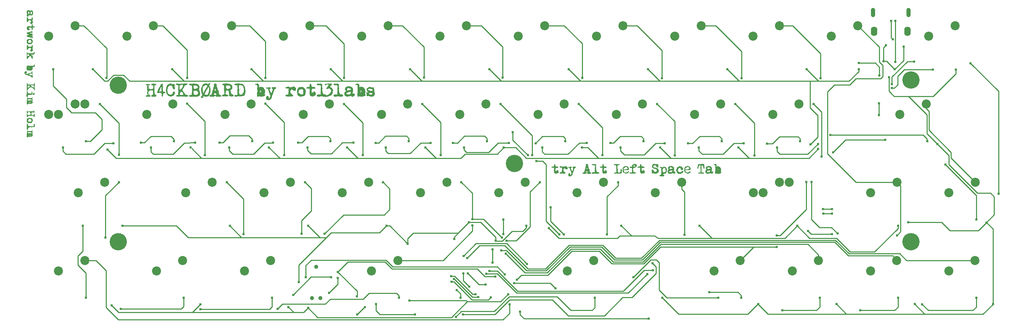
<source format=gtl>
G04 Layer: TopLayer*
G04 EasyEDA v6.5.42, 2024-05-12 21:06:32*
G04 fdf4e44396eb4d6a93e1883587b5baf6,156c37ef0924441e834bf69462bb4c55,10*
G04 Gerber Generator version 0.2*
G04 Scale: 100 percent, Rotated: No, Reflected: No *
G04 Dimensions in millimeters *
G04 leading zeros omitted , absolute positions ,4 integer and 5 decimal *
%FSLAX45Y45*%
%MOMM*%

%ADD10C,0.2540*%
%ADD11O,1.5999968X2.2999954*%
%ADD12O,0.9999979999999999X2.2999954*%
%ADD13C,0.9910*%
%ADD14C,2.2000*%
%ADD15C,4.2000*%
%ADD16C,0.6200*%
%ADD17C,0.0135*%

%LPD*%
G36*
X275793Y9681514D02*
G01*
X273507Y9681006D01*
X268986Y9678670D01*
X262636Y9678670D01*
X249580Y9672218D01*
X246176Y9670288D01*
X243840Y9668611D01*
X242570Y9667240D01*
X239775Y9660128D01*
X236372Y9657842D01*
X233171Y9656064D01*
X231952Y9650120D01*
X231902Y9645904D01*
X230886Y9643160D01*
X229870Y9641078D01*
X230174Y9636556D01*
X230632Y9633204D01*
X229311Y9628835D01*
X229108Y9627362D01*
X231902Y9618980D01*
X232054Y9613900D01*
X231902Y9610344D01*
X233934Y9606788D01*
X233880Y9606026D01*
X262636Y9606026D01*
X262686Y9606584D01*
X263144Y9606788D01*
X264617Y9611512D01*
X265480Y9615881D01*
X265785Y9619792D01*
X265430Y9623298D01*
X263144Y9626092D01*
X263194Y9628428D01*
X263906Y9632442D01*
X263906Y9635236D01*
X265023Y9636709D01*
X268833Y9639503D01*
X270611Y9641179D01*
X271119Y9642348D01*
X271018Y9643618D01*
X273304Y9643618D01*
X276098Y9648698D01*
X278892Y9649460D01*
X278892Y9647428D01*
X280162Y9646666D01*
X280314Y9643821D01*
X280162Y9641840D01*
X281127Y9640519D01*
X281736Y9640163D01*
X286004Y9640316D01*
X289052Y9633712D01*
X290525Y9632899D01*
X291846Y9632442D01*
X291846Y9630156D01*
X293615Y9625025D01*
X324713Y9625025D01*
X325374Y9638030D01*
X330708Y9637877D01*
X334518Y9638030D01*
X336092Y9636709D01*
X337312Y9635236D01*
X338886Y9634982D01*
X341122Y9635236D01*
X341731Y9634372D01*
X341630Y9633712D01*
X343662Y9635236D01*
X345186Y9635642D01*
X349148Y9635591D01*
X351536Y9635236D01*
X351536Y9632442D01*
X355600Y9631273D01*
X358648Y9630918D01*
X358648Y9629394D01*
X361442Y9624568D01*
X361442Y9616694D01*
X362966Y9615170D01*
X362762Y9612884D01*
X362356Y9611918D01*
X359562Y9609277D01*
X357378Y9597390D01*
X355041Y9594850D01*
X353060Y9593326D01*
X351536Y9589008D01*
X349504Y9587484D01*
X344424Y9578340D01*
X337312Y9579965D01*
X336042Y9580880D01*
X335483Y9581997D01*
X335076Y9583572D01*
X334772Y9587992D01*
X335280Y9595866D01*
X329438Y9597390D01*
X330250Y9603689D01*
X330352Y9606178D01*
X330200Y9608312D01*
X328930Y9612325D01*
X326644Y9616694D01*
X325374Y9617456D01*
X324916Y9620554D01*
X324713Y9625025D01*
X293615Y9625025D01*
X295910Y9618218D01*
X296672Y9601708D01*
X298704Y9598914D01*
X301752Y9589770D01*
X303276Y9589770D01*
X303225Y9588246D01*
X302818Y9587026D01*
X302107Y9586112D01*
X300990Y9585452D01*
X295910Y9583928D01*
X293471Y9581591D01*
X291846Y9579610D01*
X289052Y9580372D01*
X289052Y9581642D01*
X286766Y9580372D01*
X285902Y9581286D01*
X285546Y9581235D01*
X285242Y9580880D01*
X283057Y9583826D01*
X280619Y9586264D01*
X277876Y9588246D01*
X274828Y9589770D01*
X274828Y9595104D01*
X272846Y9596882D01*
X271018Y9598152D01*
X271018Y9599676D01*
X268528Y9600184D01*
X266700Y9600184D01*
X265430Y9601911D01*
X263144Y9606026D01*
X233880Y9606026D01*
X233171Y9599676D01*
X234696Y9598914D01*
X234696Y9595866D01*
X237490Y9592564D01*
X239014Y9592564D01*
X240182Y9590379D01*
X241960Y9584893D01*
X242620Y9580981D01*
X242214Y9579305D01*
X240893Y9576104D01*
X239115Y9572802D01*
X238252Y9571736D01*
X232410Y9567418D01*
X231597Y9563862D01*
X231140Y9557766D01*
X231394Y9551619D01*
X231698Y9549434D01*
X232156Y9547860D01*
X233425Y9545624D01*
X234696Y9544050D01*
X235762Y9541357D01*
X236321Y9538258D01*
X236524Y9534855D01*
X236220Y9531096D01*
X240588Y9528606D01*
X242265Y9527997D01*
X243586Y9527794D01*
X244551Y9528098D01*
X244856Y9529064D01*
X248920Y9523984D01*
X251714Y9523984D01*
X254000Y9521952D01*
X255422Y9520377D01*
X256032Y9519158D01*
X259842Y9518396D01*
X271373Y9523323D01*
X274726Y9525762D01*
X276707Y9528403D01*
X277368Y9531350D01*
X276860Y9535414D01*
X275336Y9536176D01*
X274828Y9540240D01*
X274828Y9544050D01*
X276148Y9546082D01*
X277622Y9547606D01*
X279704Y9551111D01*
X280924Y9552432D01*
X285242Y9552686D01*
X290322Y9552432D01*
X290322Y9548876D01*
X291388Y9547910D01*
X292608Y9547606D01*
X293878Y9548063D01*
X297586Y9550603D01*
X298704Y9551162D01*
X301244Y9550908D01*
X303784Y9549638D01*
X306120Y9548114D01*
X307594Y9547606D01*
X312166Y9547352D01*
X316738Y9548114D01*
X318008Y9549638D01*
X319989Y9549587D01*
X321818Y9548876D01*
X323850Y9547606D01*
X325424Y9547606D01*
X328726Y9548672D01*
X330555Y9548876D01*
X333756Y9547606D01*
X341731Y9547453D01*
X342950Y9546894D01*
X343865Y9546031D01*
X344424Y9544812D01*
X344424Y9542018D01*
X345948Y9541256D01*
X347218Y9542780D01*
X348234Y9547860D01*
X348589Y9548520D01*
X350774Y9550196D01*
X354584Y9552076D01*
X357733Y9553092D01*
X359359Y9553143D01*
X360019Y9552787D01*
X360172Y9552432D01*
X367284Y9557004D01*
X370332Y9560001D01*
X373380Y9564370D01*
X377952Y9573260D01*
X379476Y9573260D01*
X379476Y9573818D01*
X378358Y9574174D01*
X379476Y9575495D01*
X381508Y9576816D01*
X384505Y9581642D01*
X385368Y9583674D01*
X385826Y9585452D01*
X384962Y9590024D01*
X384403Y9591548D01*
X383794Y9592564D01*
X388112Y9597390D01*
X388061Y9604248D01*
X387350Y9609074D01*
X389890Y9614408D01*
X389432Y9616338D01*
X385826Y9623298D01*
X385673Y9627616D01*
X385826Y9630918D01*
X383590Y9634728D01*
X381508Y9637522D01*
X382168Y9641332D01*
X383032Y9643618D01*
X378714Y9651238D01*
X373888Y9658604D01*
X365760Y9664446D01*
X363728Y9664446D01*
X359918Y9667494D01*
X358749Y9668154D01*
X353009Y9669526D01*
X343865Y9671050D01*
X338023Y9671659D01*
X336804Y9671558D01*
X334873Y9670084D01*
X333756Y9668764D01*
X330250Y9668002D01*
X329184Y9666986D01*
X327914Y9663684D01*
X325729Y9661855D01*
X323850Y9660890D01*
X322529Y9659162D01*
X321360Y9657080D01*
X319532Y9651746D01*
X319532Y9653016D01*
X315214Y9654540D01*
X315061Y9656826D01*
X315214Y9658604D01*
X314452Y9658604D01*
X310896Y9666020D01*
X309473Y9668256D01*
X308356Y9669526D01*
X303784Y9670288D01*
X295148Y9674352D01*
X293370Y9674352D01*
X292506Y9675368D01*
X290271Y9679228D01*
X289052Y9680194D01*
X284988Y9679990D01*
X282448Y9679432D01*
X279247Y9680448D01*
X276860Y9681464D01*
G37*
G36*
X247142Y9506966D02*
G01*
X242570Y9506204D01*
X241808Y9503918D01*
X237490Y9499600D01*
X237185Y9498634D01*
X237185Y9495332D01*
X237490Y9492996D01*
X235966Y9492234D01*
X234442Y9484614D01*
X231444Y9480600D01*
X230886Y9479026D01*
X231394Y9475724D01*
X232156Y9472930D01*
X231851Y9462770D01*
X231394Y9455150D01*
X232156Y9448038D01*
X231698Y9443059D01*
X231394Y9441942D01*
X232917Y9440418D01*
X233324Y9437268D01*
X233375Y9433610D01*
X232968Y9429496D01*
X232156Y9424924D01*
X230124Y9419844D01*
X230174Y9416897D01*
X230886Y9413748D01*
X232917Y9407906D01*
X234442Y9407906D01*
X234442Y9400032D01*
X235966Y9395612D01*
X237490Y9392412D01*
X237490Y9390126D01*
X239521Y9388754D01*
X241046Y9388094D01*
X244094Y9385300D01*
X246735Y9385046D01*
X249377Y9385604D01*
X251967Y9386976D01*
X254508Y9389110D01*
X261874Y9396984D01*
X268020Y9400641D01*
X269240Y9402318D01*
X270002Y9404705D01*
X270256Y9407398D01*
X270103Y9409430D01*
X268833Y9414256D01*
X267716Y9417050D01*
X271526Y9417812D01*
X276606Y9421876D01*
X281686Y9419082D01*
X282752Y9419386D01*
X287528Y9419844D01*
X288290Y9422638D01*
X285648Y9425228D01*
X284937Y9426194D01*
X284734Y9426956D01*
X284937Y9427768D01*
X285597Y9428734D01*
X288290Y9431020D01*
X291338Y9428734D01*
X292963Y9428581D01*
X297180Y9430258D01*
X303022Y9428734D01*
X306730Y9428530D01*
X311658Y9428988D01*
X315976Y9428937D01*
X319278Y9428226D01*
X322326Y9425635D01*
X323291Y9424466D01*
X323850Y9423400D01*
X326644Y9422638D01*
X326796Y9421063D01*
X326644Y9419844D01*
X328930Y9419082D01*
X329692Y9416288D01*
X332740Y9415576D01*
X334772Y9415526D01*
X335534Y9414002D01*
X340868Y9411716D01*
X341172Y9410242D01*
X341630Y9409430D01*
X339344Y9405620D01*
X338124Y9400895D01*
X337413Y9396831D01*
X337362Y9393529D01*
X337820Y9390888D01*
X339344Y9389364D01*
X338582Y9389364D01*
X334264Y9386011D01*
X332994Y9385554D01*
X332435Y9385706D01*
X331927Y9386722D01*
X331978Y9387586D01*
X334010Y9391650D01*
X334264Y9391497D01*
X334772Y9393936D01*
X331978Y9395460D01*
X332028Y9395764D01*
X330860Y9395764D01*
X329692Y9395460D01*
X327914Y9390888D01*
X327152Y9388144D01*
X327152Y9387027D01*
X327406Y9386062D01*
X328930Y9386062D01*
X329692Y9383776D01*
X326644Y9383014D01*
X326136Y9380728D01*
X324764Y9379407D01*
X322884Y9378188D01*
X320548Y9377121D01*
X317754Y9376156D01*
X317754Y9364472D01*
X320040Y9360662D01*
X320802Y9353042D01*
X321157Y9351365D01*
X322681Y9348571D01*
X323850Y9347454D01*
X326136Y9347454D01*
X328168Y9344406D01*
X330962Y9343237D01*
X334010Y9342424D01*
X337312Y9342069D01*
X340868Y9342120D01*
X345948Y9344406D01*
X348284Y9344253D01*
X353263Y9342323D01*
X355600Y9342120D01*
X359410Y9344558D01*
X362204Y9346692D01*
X367284Y9347454D01*
X367842Y9348673D01*
X368046Y9349740D01*
X370586Y9351670D01*
X372618Y9352788D01*
X373583Y9355023D01*
X373888Y9356598D01*
X379730Y9362948D01*
X380542Y9370263D01*
X380644Y9373108D01*
X380492Y9375394D01*
X383184Y9382810D01*
X383692Y9386468D01*
X383540Y9388094D01*
X381254Y9393936D01*
X379730Y9394698D01*
X379577Y9399574D01*
X379730Y9403080D01*
X376936Y9407144D01*
X376936Y9409430D01*
X371856Y9417812D01*
X371856Y9419590D01*
X373380Y9425686D01*
X373380Y9435846D01*
X374700Y9438182D01*
X376174Y9439656D01*
X376936Y9444228D01*
X378460Y9444228D01*
X381254Y9454388D01*
X381457Y9457537D01*
X380441Y9468358D01*
X380492Y9469882D01*
X382524Y9472930D01*
X382930Y9474962D01*
X382778Y9475978D01*
X379730Y9479788D01*
X379476Y9485325D01*
X379730Y9497314D01*
X371652Y9500565D01*
X368808Y9501378D01*
X365607Y9501581D01*
X363372Y9501225D01*
X360019Y9500158D01*
X358343Y9499346D01*
X357124Y9498380D01*
X356362Y9497314D01*
X355854Y9490710D01*
X356006Y9488170D01*
X356362Y9486138D01*
X354838Y9485376D01*
X353872Y9482531D01*
X353314Y9479686D01*
X353110Y9476689D01*
X353466Y9472930D01*
X355041Y9467646D01*
X355549Y9465106D01*
X355549Y9463125D01*
X355193Y9461347D01*
X354279Y9459163D01*
X353568Y9458198D01*
X352755Y9457639D01*
X351790Y9457486D01*
X347472Y9458198D01*
X345948Y9454388D01*
X344424Y9454388D01*
X344728Y9454235D01*
X341630Y9453626D01*
X340868Y9455150D01*
X334772Y9457436D01*
X331876Y9457588D01*
X329692Y9457436D01*
X328168Y9458706D01*
X326694Y9459569D01*
X325374Y9459722D01*
X323850Y9457436D01*
X321564Y9457436D01*
X317449Y9455454D01*
X314198Y9453626D01*
X313944Y9453930D01*
X312826Y9453930D01*
X311912Y9453626D01*
X311200Y9454337D01*
X309067Y9454083D01*
X308356Y9453626D01*
X303479Y9456521D01*
X299466Y9458198D01*
X299466Y9458960D01*
X297637Y9458960D01*
X295656Y9458452D01*
X293624Y9457436D01*
X291287Y9457436D01*
X283972Y9458960D01*
X280974Y9458960D01*
X272288Y9457690D01*
X270002Y9457994D01*
X267716Y9458960D01*
X266700Y9460585D01*
X266192Y9462008D01*
X264668Y9462770D01*
X263550Y9470288D01*
X263144Y9475978D01*
X259588Y9481058D01*
X258825Y9481058D01*
X258673Y9482378D01*
X259079Y9485426D01*
X260553Y9490252D01*
X260604Y9491675D01*
X260350Y9492996D01*
X258064Y9494520D01*
X256032Y9499346D01*
X250901Y9503918D01*
G37*
G36*
X291896Y9422993D02*
G01*
X290576Y9422638D01*
X291592Y9421876D01*
X292404Y9422079D01*
X292862Y9422638D01*
X292455Y9422942D01*
G37*
G36*
X358800Y9333534D02*
G01*
X357124Y9333484D01*
X353314Y9328404D01*
X354076Y9315196D01*
X354076Y9311894D01*
X353110Y9302597D01*
X353314Y9298940D01*
X354076Y9295892D01*
X356362Y9295384D01*
X356514Y9293098D01*
X356362Y9291320D01*
X350520Y9287002D01*
X348488Y9287002D01*
X347472Y9284970D01*
X346964Y9283446D01*
X342950Y9283446D01*
X332689Y9281261D01*
X329184Y9280906D01*
X325882Y9281160D01*
X320294Y9284716D01*
X314248Y9284157D01*
X310388Y9283446D01*
X308356Y9284716D01*
X306832Y9284716D01*
X304800Y9284360D01*
X303987Y9284411D01*
X303276Y9284716D01*
X302463Y9285782D01*
X300329Y9287052D01*
X298958Y9287256D01*
X296570Y9286951D01*
X293420Y9286087D01*
X284988Y9282684D01*
X281686Y9284411D01*
X280060Y9284817D01*
X278384Y9284970D01*
X274878Y9284411D01*
X270510Y9282684D01*
X262890Y9279128D01*
X257454Y9279077D01*
X251561Y9278721D01*
X250190Y9278366D01*
X248208Y9276181D01*
X246888Y9274302D01*
X244094Y9273540D01*
X244094Y9271508D01*
X241757Y9269272D01*
X239775Y9267698D01*
X236931Y9260179D01*
X235458Y9254490D01*
X232257Y9245041D01*
X231808Y9241028D01*
X281940Y9241028D01*
X282041Y9240774D01*
X281432Y9240418D01*
X280009Y9240215D01*
X279247Y9240621D01*
X279146Y9241028D01*
X231808Y9241028D01*
X231902Y9238996D01*
X233375Y9235186D01*
X234696Y9232392D01*
X235458Y9224568D01*
X236220Y9222740D01*
X241452Y9216898D01*
X242976Y9214205D01*
X243332Y9212834D01*
X243027Y9210548D01*
X242570Y9209278D01*
X244094Y9204198D01*
X244398Y9198406D01*
X244856Y9195308D01*
X249428Y9193784D01*
X252475Y9193072D01*
X254508Y9193022D01*
X257556Y9196070D01*
X264414Y9188196D01*
X265684Y9188196D01*
X267563Y9191447D01*
X268732Y9192514D01*
X269646Y9192006D01*
X270764Y9190482D01*
X272288Y9187434D01*
X275082Y9187434D01*
X279908Y9190990D01*
X283210Y9186214D01*
X283718Y9185910D01*
X284988Y9186468D01*
X286258Y9188196D01*
X286410Y9189313D01*
X286258Y9190228D01*
X287020Y9190228D01*
X289509Y9195054D01*
X290474Y9196527D01*
X291338Y9197340D01*
X294132Y9198762D01*
X302006Y9201962D01*
X304038Y9203131D01*
X305562Y9204350D01*
X307340Y9207144D01*
X307898Y9208973D01*
X308254Y9211106D01*
X308356Y9221978D01*
X301752Y9224264D01*
X296164Y9223502D01*
X294335Y9224822D01*
X291338Y9228328D01*
X291338Y9229090D01*
X290169Y9229242D01*
X289306Y9229090D01*
X289052Y9231528D01*
X289306Y9233154D01*
X286258Y9233916D01*
X284988Y9240266D01*
X283464Y9240266D01*
X286258Y9242044D01*
X287782Y9243314D01*
X285750Y9245346D01*
X285902Y9246616D01*
X286258Y9247378D01*
X284226Y9248648D01*
X284226Y9249410D01*
X285394Y9249359D01*
X285242Y9249156D01*
X285699Y9248597D01*
X287020Y9247886D01*
X289814Y9250172D01*
X290830Y9249867D01*
X291338Y9249410D01*
X291338Y9250172D01*
X296926Y9250934D01*
X297434Y9252966D01*
X300482Y9252762D01*
X302514Y9252204D01*
X303784Y9253321D01*
X305562Y9253728D01*
X309118Y9251696D01*
X311861Y9251238D01*
X312775Y9251442D01*
X314452Y9252407D01*
X316788Y9252508D01*
X320446Y9252305D01*
X326390Y9251442D01*
X326796Y9251746D01*
X326390Y9252204D01*
X328676Y9252204D01*
X330708Y9250934D01*
X338531Y9249765D01*
X347726Y9249410D01*
X350520Y9241028D01*
X350672Y9236811D01*
X350520Y9233916D01*
X353110Y9229598D01*
X353314Y9227820D01*
X351282Y9223502D01*
X350012Y9217863D01*
X349758Y9213596D01*
X350164Y9210395D01*
X350926Y9207449D01*
X351942Y9204706D01*
X353314Y9202166D01*
X357124Y9198610D01*
X357124Y9195308D01*
X361442Y9195054D01*
X364134Y9195562D01*
X364794Y9196019D01*
X365150Y9197746D01*
X366776Y9197848D01*
X369265Y9200540D01*
X371094Y9202928D01*
X372567Y9203232D01*
X373380Y9203182D01*
X374446Y9203944D01*
X375361Y9205214D01*
X376682Y9209278D01*
X376834Y9214510D01*
X376682Y9218422D01*
X379476Y9222740D01*
X381508Y9223502D01*
X381660Y9225534D01*
X381508Y9227058D01*
X376682Y9227820D01*
X376682Y9235440D01*
X378714Y9237472D01*
X378053Y9241536D01*
X377190Y9244076D01*
X379476Y9245346D01*
X381508Y9250934D01*
X383794Y9251696D01*
X385064Y9252813D01*
X386080Y9254744D01*
X386842Y9257385D01*
X387350Y9260840D01*
X389890Y9260840D01*
X388112Y9251696D01*
X392023Y9251391D01*
X395020Y9251492D01*
X397205Y9252051D01*
X398526Y9252966D01*
X399288Y9255252D01*
X401624Y9255506D01*
X405638Y9255252D01*
X406247Y9256674D01*
X407670Y9258808D01*
X409498Y9257893D01*
X409701Y9258046D01*
X410260Y9256826D01*
X410464Y9255760D01*
X414020Y9254490D01*
X415543Y9260840D01*
X417118Y9261348D01*
X418338Y9261348D01*
X422452Y9263329D01*
X424688Y9264650D01*
X426110Y9266072D01*
X427024Y9267748D01*
X427482Y9269730D01*
X427482Y9272016D01*
X425958Y9274302D01*
X425958Y9277096D01*
X419100Y9279636D01*
X415543Y9283954D01*
X407670Y9283954D01*
X406908Y9282684D01*
X403098Y9282988D01*
X400812Y9283446D01*
X397002Y9281922D01*
X392684Y9285478D01*
X389128Y9284970D01*
X386588Y9283954D01*
X381508Y9288272D01*
X379476Y9288272D01*
X379476Y9297416D01*
X377190Y9300972D01*
X376986Y9304020D01*
X377647Y9310878D01*
X377190Y9313672D01*
X374396Y9318752D01*
X373380Y9327642D01*
X372770Y9329572D01*
X371754Y9331045D01*
X370230Y9332112D01*
X368300Y9332722D01*
G37*
G36*
X289306Y9243314D02*
G01*
X289255Y9236557D01*
X288544Y9233916D01*
X290626Y9233560D01*
X292811Y9233611D01*
X295046Y9233966D01*
X297434Y9234678D01*
X297434Y9239758D01*
X296164Y9241790D01*
G37*
G36*
X274066Y9185148D02*
G01*
X273862Y9184944D01*
X273812Y9184132D01*
X274066Y9183624D01*
X274320Y9184132D01*
X274269Y9184944D01*
G37*
G36*
X275590Y9182354D02*
G01*
X275234Y9182252D01*
X275082Y9181846D01*
X275590Y9181084D01*
X275793Y9181287D01*
X275844Y9182049D01*
G37*
G36*
X368554Y9171940D02*
G01*
X359156Y9169654D01*
X352907Y9167368D01*
X351078Y9166402D01*
X350012Y9165590D01*
X348996Y9162338D01*
X348488Y9159748D01*
X345694Y9159341D01*
X343408Y9159748D01*
X340563Y9157512D01*
X338582Y9155430D01*
X335229Y9154464D01*
X332740Y9154160D01*
X328422Y9150096D01*
X326186Y9149689D01*
X323088Y9150096D01*
X321564Y9150096D01*
X318516Y9147810D01*
X312928Y9147810D01*
X311404Y9145524D01*
X309372Y9145524D01*
X308864Y9143492D01*
X307035Y9143695D01*
X301498Y9146286D01*
X299872Y9146286D01*
X296367Y9145219D01*
X292912Y9144711D01*
X283565Y9144762D01*
X280162Y9144254D01*
X277368Y9141206D01*
X275336Y9141206D01*
X274574Y9139936D01*
X269494Y9138412D01*
X266446Y9134906D01*
X264414Y9132062D01*
X262432Y9132214D01*
X261112Y9132062D01*
X260350Y9133586D01*
X256590Y9134703D01*
X252984Y9135160D01*
X249478Y9135059D01*
X246125Y9134348D01*
X243941Y9133484D01*
X242265Y9132519D01*
X241046Y9131350D01*
X240284Y9130030D01*
X240284Y9128506D01*
X232460Y9125102D01*
X231597Y9124289D01*
X230530Y9121800D01*
X230174Y9119616D01*
X230124Y9116974D01*
X230682Y9110726D01*
X231698Y9106306D01*
X232410Y9104884D01*
X235204Y9103715D01*
X237490Y9103360D01*
X237998Y9102953D01*
X238506Y9102140D01*
X239166Y9101632D01*
X240284Y9101582D01*
X240588Y9100058D01*
X240538Y9099042D01*
X243586Y9097721D01*
X246125Y9097264D01*
X247853Y9096044D01*
X249682Y9094165D01*
X251663Y9091574D01*
X253746Y9088374D01*
X256794Y9089288D01*
X259130Y9089694D01*
X260756Y9089644D01*
X261874Y9088932D01*
X262382Y9088932D01*
X262890Y9089898D01*
X264414Y9089898D01*
X264414Y9092184D01*
X266446Y9093454D01*
X269494Y9092184D01*
X269494Y9090660D01*
X271526Y9089898D01*
X272288Y9087866D01*
X274574Y9087866D01*
X277368Y9092184D01*
X279196Y9092031D01*
X280670Y9092184D01*
X280670Y9090660D01*
X282956Y9090660D01*
X283718Y9089136D01*
X287274Y9089136D01*
X289560Y9085834D01*
X289102Y9085173D01*
X288798Y9083802D01*
X293116Y9079992D01*
X288036Y9079230D01*
X294894Y9079230D01*
X295656Y9080754D01*
X295452Y9079992D01*
X294894Y9079230D01*
X288036Y9079230D01*
X285750Y9085834D01*
X281432Y9084310D01*
X279146Y9077096D01*
X278180Y9075064D01*
X277368Y9074150D01*
X273304Y9073997D01*
X270256Y9074150D01*
X266750Y9072321D01*
X264414Y9070848D01*
X261772Y9070644D01*
X256489Y9071406D01*
X253441Y9071508D01*
X252221Y9071356D01*
X251714Y9070086D01*
X248208Y9067952D01*
X246888Y9066530D01*
X238861Y9064040D01*
X236169Y9061754D01*
X233222Y9057894D01*
X231444Y9054439D01*
X231309Y9053830D01*
X306578Y9053830D01*
X308102Y9055608D01*
X308864Y9055100D01*
X310134Y9055100D01*
X309347Y9051544D01*
X314960Y9051544D01*
X318008Y9053068D01*
X318008Y9055100D01*
X321665Y9055506D01*
X325120Y9055100D01*
X328422Y9057894D01*
X331470Y9057894D01*
X331470Y9052306D01*
X332740Y9051544D01*
X337718Y9056776D01*
X340868Y9060688D01*
X343916Y9058656D01*
X346608Y9056420D01*
X347929Y9054947D01*
X348792Y9053626D01*
X349250Y9052306D01*
X349250Y9049512D01*
X360680Y9049512D01*
X361696Y9051239D01*
X362712Y9052306D01*
X362712Y9048750D01*
X360730Y9049258D01*
X360680Y9049512D01*
X349250Y9049512D01*
X349250Y9045194D01*
X340868Y9044432D01*
X339344Y9041384D01*
X337362Y9041231D01*
X335026Y9041587D01*
X332282Y9042400D01*
X329184Y9043670D01*
X325729Y9046768D01*
X323088Y9049512D01*
X321614Y9049512D01*
X320294Y9049004D01*
X319278Y9048242D01*
X318566Y9048750D01*
X318008Y9050274D01*
X316636Y9051137D01*
X315468Y9051493D01*
X309347Y9051544D01*
X308508Y9048902D01*
X308102Y9048496D01*
X307594Y9049004D01*
X306730Y9052356D01*
X306578Y9053830D01*
X231309Y9053830D01*
X230886Y9049766D01*
X231292Y9047480D01*
X232562Y9044990D01*
X234594Y9042298D01*
X241046Y9035288D01*
X243840Y9034526D01*
X246888Y9029446D01*
X248666Y9029446D01*
X248818Y9027871D01*
X248666Y9026652D01*
X250952Y9026652D01*
X249428Y9023096D01*
X250952Y9023096D01*
X251714Y9026652D01*
X256540Y9027718D01*
X258825Y9027922D01*
X260350Y9026652D01*
X263448Y9025432D01*
X266192Y9023858D01*
X271018Y9020302D01*
X275844Y9023604D01*
X277215Y9023553D01*
X280670Y9021826D01*
X283565Y9021673D01*
X285750Y9021826D01*
X288798Y9019540D01*
X299821Y9019438D01*
X302158Y9019184D01*
X305816Y9018016D01*
X305816Y9016746D01*
X310642Y9012936D01*
X312674Y9013088D01*
X314198Y9012936D01*
X314960Y9015984D01*
X317246Y9016746D01*
X320802Y9013698D01*
X327152Y9012936D01*
X331470Y9010142D01*
X337820Y9009380D01*
X338582Y9007856D01*
X348488Y9006840D01*
X350012Y9004554D01*
X353568Y9003792D01*
X353568Y9000998D01*
X354787Y8997188D01*
X356768Y8994698D01*
X359359Y8993530D01*
X362712Y8993632D01*
X365150Y8995308D01*
X369316Y8999220D01*
X373227Y9003487D01*
X374345Y9004960D01*
X374904Y9006078D01*
X375259Y9008567D01*
X375208Y9011158D01*
X374853Y9013901D01*
X373989Y9016847D01*
X372973Y9017558D01*
X372872Y9018016D01*
X374142Y9019540D01*
X375107Y9025585D01*
X375158Y9028531D01*
X374904Y9031478D01*
X373430Y9034983D01*
X372110Y9037320D01*
X371957Y9040926D01*
X372110Y9043670D01*
X368554Y9048750D01*
X368452Y9050274D01*
X368655Y9051798D01*
X369214Y9053322D01*
X372618Y9059214D01*
X373075Y9061450D01*
X373329Y9064345D01*
X373329Y9067596D01*
X371398Y9083751D01*
X371449Y9090152D01*
X370636Y9098026D01*
X371754Y9101429D01*
X372160Y9103309D01*
X372110Y9104122D01*
X369417Y9109202D01*
X367030Y9112758D01*
X362356Y9112300D01*
X358851Y9111691D01*
X356412Y9110878D01*
X355092Y9109964D01*
X354076Y9107932D01*
X353568Y9106408D01*
X349046Y9105290D01*
X345694Y9104884D01*
X342849Y9102750D01*
X340868Y9100820D01*
X338378Y9103410D01*
X336550Y9105646D01*
X332232Y9107170D01*
X330708Y9109202D01*
X327660Y9109202D01*
X327152Y9110726D01*
X323596Y9111488D01*
X323088Y9113520D01*
X317601Y9114231D01*
X314960Y9114282D01*
X312572Y9112961D01*
X310642Y9112758D01*
X309930Y9113723D01*
X309626Y9113774D01*
X309372Y9113520D01*
X309372Y9120632D01*
X313740Y9122511D01*
X315417Y9123019D01*
X316738Y9123172D01*
X319735Y9122714D01*
X323088Y9121394D01*
X325983Y9125610D01*
X327202Y9126626D01*
X328168Y9126982D01*
X328930Y9126677D01*
X329488Y9125712D01*
X329844Y9124137D01*
X329946Y9121902D01*
X330708Y9124188D01*
X335026Y9125712D01*
X337616Y9125661D01*
X345897Y9124086D01*
X347726Y9123426D01*
X352044Y9119108D01*
X354939Y9120428D01*
X361950Y9119108D01*
X363474Y9121394D01*
X365760Y9121394D01*
X366268Y9124188D01*
X370078Y9127744D01*
X370484Y9135008D01*
X370078Y9140444D01*
X371348Y9142730D01*
X370586Y9147810D01*
X371856Y9155176D01*
X372414Y9159951D01*
X372110Y9164066D01*
X370230Y9168587D01*
G37*
G36*
X319786Y8980932D02*
G01*
X317500Y8980474D01*
X313232Y8977833D01*
X311912Y8977376D01*
X310438Y8977376D01*
X307086Y8977884D01*
X303530Y8977376D01*
X301498Y8977884D01*
X296418Y8976614D01*
X291744Y8976918D01*
X288290Y8977376D01*
X281686Y8974582D01*
X273558Y8975852D01*
X263144Y8971940D01*
X259079Y8970060D01*
X255778Y8968232D01*
X248666Y8966200D01*
X246329Y8961882D01*
X244856Y8958580D01*
X239775Y8955024D01*
X237388Y8949283D01*
X236626Y8946946D01*
X236220Y8944864D01*
X233425Y8942324D01*
X233273Y8939580D01*
X233425Y8937498D01*
X231292Y8930995D01*
X229362Y8926322D01*
X229870Y8919362D01*
X231902Y8902954D01*
X231902Y8899398D01*
X261620Y8899398D01*
X264160Y8904986D01*
X263855Y8908034D01*
X263398Y8910066D01*
X266090Y8917990D01*
X268478Y8924036D01*
X269240Y8928100D01*
X270256Y8928252D01*
X271272Y8928100D01*
X275590Y8933180D01*
X275844Y8935618D01*
X275590Y8939276D01*
X275640Y8942832D01*
X276352Y8944864D01*
X281279Y8947658D01*
X286004Y8949944D01*
X289052Y8955379D01*
X289661Y8955989D01*
X290322Y8956294D01*
X292709Y8956598D01*
X296113Y8956243D01*
X300482Y8955176D01*
X305816Y8953500D01*
X308610Y8957056D01*
X310235Y8955481D01*
X311150Y8954262D01*
X317449Y8954160D01*
X318922Y8953957D01*
X320802Y8952992D01*
X321868Y8951925D01*
X322580Y8950706D01*
X327355Y8951163D01*
X328676Y8950706D01*
X329438Y8947150D01*
X333044Y8943492D01*
X335788Y8941054D01*
X337312Y8941054D01*
X337464Y8939428D01*
X337312Y8938006D01*
X341630Y8930894D01*
X342036Y8928912D01*
X342036Y8925306D01*
X341426Y8921140D01*
X339344Y8911590D01*
X340106Y8908796D01*
X348488Y8906510D01*
X345694Y8902192D01*
X343408Y8901430D01*
X341630Y8894064D01*
X339293Y8892590D01*
X337312Y8891778D01*
X335788Y8888222D01*
X334314Y8887561D01*
X326136Y8885428D01*
X321818Y8887460D01*
X319430Y8887714D01*
X318262Y8887460D01*
X314706Y8882634D01*
X308813Y8881922D01*
X304292Y8881872D01*
X303530Y8886952D01*
X302260Y8887460D01*
X298958Y8886952D01*
X296926Y8886240D01*
X296113Y8885631D01*
X295503Y8884818D01*
X295046Y8883040D01*
X295148Y8881110D01*
X293878Y8880348D01*
X292862Y8881567D01*
X292354Y8882634D01*
X285242Y8882634D01*
X282803Y8885123D01*
X281178Y8887460D01*
X279552Y8887714D01*
X274574Y8886952D01*
X273354Y8887256D01*
X272796Y8888222D01*
X270510Y8888222D01*
X266954Y8895334D01*
X261620Y8899398D01*
X231902Y8899398D01*
X233934Y8896096D01*
X234696Y8891016D01*
X236220Y8890508D01*
X239014Y8883904D01*
X239014Y8876284D01*
X241300Y8875014D01*
X242570Y8869934D01*
X244856Y8869172D01*
X246125Y8866378D01*
X248666Y8865616D01*
X248666Y8864346D01*
X250952Y8863838D01*
X254508Y8857996D01*
X259384Y8855710D01*
X262890Y8854440D01*
X268579Y8850122D01*
X269595Y8849715D01*
X271881Y8849614D01*
X275336Y8850528D01*
X279298Y8852255D01*
X282600Y8853170D01*
X283972Y8853170D01*
X286410Y8850934D01*
X287528Y8848852D01*
X288747Y8848902D01*
X290322Y8849614D01*
X297180Y8848344D01*
X304038Y8849614D01*
X306578Y8849614D01*
X308610Y8847582D01*
X311302Y8846921D01*
X314960Y8846718D01*
X319684Y8846921D01*
X325374Y8847582D01*
X327406Y8848852D01*
X328676Y8848344D01*
X328676Y8849614D01*
X332994Y8849614D01*
X334518Y8850172D01*
X337718Y8852306D01*
X339344Y8853932D01*
X341630Y8853170D01*
X346456Y8857996D01*
X354888Y8861044D01*
X356870Y8862314D01*
X358140Y8864142D01*
X360476Y8870238D01*
X361696Y8871966D01*
X363169Y8872728D01*
X365506Y8873490D01*
X367588Y8874556D01*
X368808Y8875776D01*
X368960Y8876944D01*
X368808Y8877808D01*
X371094Y8879840D01*
X371805Y8886494D01*
X372364Y8888222D01*
X376783Y8892641D01*
X378409Y8895334D01*
X378714Y8896604D01*
X377647Y8900464D01*
X376428Y8902954D01*
X379222Y8910066D01*
X378714Y8916924D01*
X379222Y8927287D01*
X379222Y8930894D01*
X378866Y8934551D01*
X378256Y8937955D01*
X377444Y8941054D01*
X376428Y8943848D01*
X372364Y8948674D01*
X371957Y8950553D01*
X371856Y8952230D01*
X368604Y8954770D01*
X366014Y8956294D01*
X364744Y8959596D01*
X358952Y8962339D01*
X354838Y8963914D01*
X354838Y8965438D01*
X354076Y8965438D01*
X352653Y8967825D01*
X350926Y8969959D01*
X348843Y8971788D01*
X346456Y8973312D01*
X341223Y8974988D01*
X337312Y8975852D01*
X330200Y8975852D01*
X329438Y8977376D01*
X327050Y8978849D01*
X324612Y8979916D01*
X322173Y8980627D01*
G37*
G36*
X247142Y8833866D02*
G01*
X242570Y8833104D01*
X241808Y8831072D01*
X237490Y8826754D01*
X237185Y8825636D01*
X237185Y8822232D01*
X237490Y8819896D01*
X235966Y8819134D01*
X234442Y8811768D01*
X231444Y8807500D01*
X230886Y8805926D01*
X231394Y8802878D01*
X232156Y8800084D01*
X231851Y8789822D01*
X231394Y8782304D01*
X232156Y8774938D01*
X231698Y8770162D01*
X231394Y8769096D01*
X232917Y8767572D01*
X233324Y8764320D01*
X233375Y8760663D01*
X232968Y8756548D01*
X232156Y8752078D01*
X230124Y8746744D01*
X230174Y8743899D01*
X230886Y8740902D01*
X232917Y8735060D01*
X234442Y8735060D01*
X234442Y8726932D01*
X235966Y8722563D01*
X237490Y8719566D01*
X237490Y8717280D01*
X239521Y8715806D01*
X241046Y8714994D01*
X244094Y8712200D01*
X246735Y8711996D01*
X249377Y8712555D01*
X251967Y8714028D01*
X256387Y8718143D01*
X261874Y8723884D01*
X268020Y8727541D01*
X269240Y8729218D01*
X270002Y8731808D01*
X270256Y8734552D01*
X270103Y8736482D01*
X268833Y8741156D01*
X267716Y8743950D01*
X271526Y8744712D01*
X276606Y8749030D01*
X281686Y8745982D01*
X282752Y8746286D01*
X287528Y8746744D01*
X288290Y8749792D01*
X284937Y8753246D01*
X284734Y8753856D01*
X284937Y8754668D01*
X285597Y8755634D01*
X288290Y8757920D01*
X291338Y8755634D01*
X292963Y8755481D01*
X297180Y8757158D01*
X303022Y8755634D01*
X306730Y8755430D01*
X311658Y8755888D01*
X315976Y8755837D01*
X319278Y8755126D01*
X322326Y8752738D01*
X323291Y8751620D01*
X323850Y8750554D01*
X326644Y8749792D01*
X326796Y8748115D01*
X326644Y8746744D01*
X328930Y8745982D01*
X329692Y8743188D01*
X332740Y8742476D01*
X334772Y8742426D01*
X335534Y8740902D01*
X340868Y8738616D01*
X341172Y8737346D01*
X341630Y8736584D01*
X339344Y8732774D01*
X338124Y8727948D01*
X337413Y8723884D01*
X337362Y8720582D01*
X337820Y8718042D01*
X339344Y8716518D01*
X338582Y8716518D01*
X334264Y8712911D01*
X332994Y8712454D01*
X332435Y8712606D01*
X331927Y8713622D01*
X331978Y8714486D01*
X334010Y8718804D01*
X334264Y8718651D01*
X334772Y8721090D01*
X331978Y8722360D01*
X332028Y8722664D01*
X330860Y8722664D01*
X329692Y8722360D01*
X328726Y8720277D01*
X327406Y8716467D01*
X327152Y8713927D01*
X327406Y8712962D01*
X328930Y8712962D01*
X329692Y8710676D01*
X326644Y8709914D01*
X326136Y8707628D01*
X324764Y8706408D01*
X322884Y8705291D01*
X320548Y8704224D01*
X317754Y8703310D01*
X317754Y8691372D01*
X320040Y8687816D01*
X320802Y8680196D01*
X321157Y8678418D01*
X321818Y8676843D01*
X322681Y8675471D01*
X323850Y8674354D01*
X326136Y8674354D01*
X327304Y8673033D01*
X328168Y8671560D01*
X330962Y8670391D01*
X334010Y8669578D01*
X337312Y8669223D01*
X340868Y8669274D01*
X345948Y8671560D01*
X348284Y8671356D01*
X353263Y8669426D01*
X355600Y8669274D01*
X359410Y8671661D01*
X362204Y8673846D01*
X367284Y8674354D01*
X367842Y8675573D01*
X368046Y8676640D01*
X370586Y8678570D01*
X372618Y8679688D01*
X373583Y8681923D01*
X373888Y8683498D01*
X377139Y8687257D01*
X379730Y8689848D01*
X380542Y8697214D01*
X380644Y8700160D01*
X380492Y8702548D01*
X383184Y8709710D01*
X383692Y8713368D01*
X383540Y8714994D01*
X381254Y8721090D01*
X379730Y8721598D01*
X379577Y8726474D01*
X379730Y8729980D01*
X376936Y8734298D01*
X376936Y8736584D01*
X371856Y8744712D01*
X371856Y8746540D01*
X373380Y8752840D01*
X373380Y8763000D01*
X374700Y8765336D01*
X376174Y8766810D01*
X376936Y8771128D01*
X378460Y8771128D01*
X381254Y8781542D01*
X381457Y8784640D01*
X380492Y8793480D01*
X380492Y8797036D01*
X382524Y8799982D01*
X382930Y8801862D01*
X382778Y8802878D01*
X379730Y8806688D01*
X379476Y8812225D01*
X379730Y8824214D01*
X371652Y8827668D01*
X368808Y8828481D01*
X366776Y8828786D01*
X364490Y8828582D01*
X360019Y8827312D01*
X358343Y8826449D01*
X357124Y8825382D01*
X356362Y8824214D01*
X355854Y8817813D01*
X356362Y8813292D01*
X354838Y8812530D01*
X353872Y8809634D01*
X353314Y8806688D01*
X353110Y8803741D01*
X353466Y8800084D01*
X355041Y8794699D01*
X355549Y8792057D01*
X355549Y8790025D01*
X355193Y8788247D01*
X354279Y8786164D01*
X353568Y8785301D01*
X352755Y8784742D01*
X351790Y8784640D01*
X347472Y8785098D01*
X346456Y8783066D01*
X345948Y8781542D01*
X344424Y8781542D01*
X344728Y8781389D01*
X341630Y8780780D01*
X340868Y8782304D01*
X334772Y8784590D01*
X331876Y8784742D01*
X329692Y8784590D01*
X327406Y8786164D01*
X326034Y8786672D01*
X325374Y8786622D01*
X323850Y8784590D01*
X321564Y8784590D01*
X317449Y8782608D01*
X314198Y8780780D01*
X313944Y8781084D01*
X312826Y8781084D01*
X311912Y8780780D01*
X311200Y8781491D01*
X309067Y8781237D01*
X308356Y8780780D01*
X303479Y8783624D01*
X299466Y8785098D01*
X299466Y8785860D01*
X297637Y8785860D01*
X293624Y8784590D01*
X291287Y8784590D01*
X283972Y8785860D01*
X280974Y8785860D01*
X274370Y8784945D01*
X272288Y8784844D01*
X270002Y8785098D01*
X267716Y8785860D01*
X266700Y8787485D01*
X266192Y8788908D01*
X264668Y8789670D01*
X263550Y8797290D01*
X263144Y8802878D01*
X259588Y8807958D01*
X258825Y8807958D01*
X258673Y8809380D01*
X259079Y8812428D01*
X260553Y8817152D01*
X260604Y8818575D01*
X260350Y8819896D01*
X258064Y8821420D01*
X256032Y8826500D01*
X250901Y8831021D01*
G37*
G36*
X291896Y8750147D02*
G01*
X290576Y8749792D01*
X291592Y8749030D01*
X292404Y8749233D01*
X292862Y8749792D01*
X292455Y8750096D01*
G37*
G36*
X417423Y8660231D02*
G01*
X416356Y8660028D01*
X414782Y8659368D01*
X411175Y8656624D01*
X408482Y8653678D01*
X406755Y8650528D01*
X405892Y8647176D01*
X405739Y8641791D01*
X405892Y8637778D01*
X404114Y8637016D01*
X403910Y8632647D01*
X403352Y8627618D01*
X394970Y8628227D01*
X391668Y8626348D01*
X386588Y8626348D01*
X383032Y8624316D01*
X380339Y8623757D01*
X377444Y8623554D01*
X371551Y8624062D01*
X355549Y8627110D01*
X350012Y8627618D01*
X341071Y8626348D01*
X337820Y8626348D01*
X331165Y8627618D01*
X328930Y8627618D01*
X325628Y8625586D01*
X323596Y8625636D01*
X320548Y8626348D01*
X318820Y8626144D01*
X316738Y8625586D01*
X314248Y8625738D01*
X312420Y8625586D01*
X309372Y8626856D01*
X306882Y8627567D01*
X304546Y8627618D01*
X297180Y8625840D01*
X292862Y8624366D01*
X291084Y8623554D01*
X287782Y8624824D01*
X286156Y8625179D01*
X277926Y8625687D01*
X265531Y8626094D01*
X261213Y8626602D01*
X258419Y8627364D01*
X257048Y8628380D01*
X256082Y8628227D01*
X251967Y8626348D01*
X251967Y8632698D01*
X253492Y8632698D01*
X255016Y8637778D01*
X254558Y8640673D01*
X251714Y8650986D01*
X250698Y8653526D01*
X247802Y8655862D01*
X245313Y8657488D01*
X242570Y8656320D01*
X239775Y8654288D01*
X236982Y8654288D01*
X235407Y8652967D01*
X234289Y8650986D01*
X233629Y8648395D01*
X233476Y8643772D01*
X234746Y8631783D01*
X233934Y8626856D01*
X234137Y8619794D01*
X234696Y8615426D01*
X236220Y8611108D01*
X236931Y8608060D01*
X236982Y8605520D01*
X235458Y8603234D01*
X234442Y8598966D01*
X233984Y8595055D01*
X234086Y8591448D01*
X234696Y8588248D01*
X236220Y8586724D01*
X236982Y8581644D01*
X239775Y8578088D01*
X239928Y8575598D01*
X239775Y8573770D01*
X242011Y8573922D01*
X243586Y8573770D01*
X243586Y8575294D01*
X245770Y8577275D01*
X247650Y8578596D01*
X248412Y8581644D01*
X250698Y8582406D01*
X252729Y8587232D01*
X254254Y8592566D01*
X252729Y8595614D01*
X251967Y8596376D01*
X251206Y8596630D01*
X250698Y8600897D01*
X250698Y8603996D01*
X257810Y8604758D01*
X260096Y8602472D01*
X262382Y8603234D01*
X263448Y8602167D01*
X265684Y8600948D01*
X266903Y8601100D01*
X267970Y8600948D01*
X268528Y8602573D01*
X268732Y8603996D01*
X275793Y8605164D01*
X278841Y8605062D01*
X280162Y8604758D01*
X283514Y8600135D01*
X286004Y8595868D01*
X287731Y8592261D01*
X288798Y8589518D01*
X291084Y8588248D01*
X292100Y8582914D01*
X292811Y8580424D01*
X293878Y8578596D01*
X296672Y8578088D01*
X294640Y8576056D01*
X294640Y8573008D01*
X291947Y8570722D01*
X289560Y8569452D01*
X288798Y8567928D01*
X286004Y8567928D01*
X280670Y8562340D01*
X276352Y8561324D01*
X273050Y8560816D01*
X267970Y8557260D01*
X261620Y8556498D01*
X259334Y8554212D01*
X251206Y8551418D01*
X250545Y8558123D01*
X250698Y8563610D01*
X247650Y8565642D01*
X245617Y8565642D01*
X244348Y8567928D01*
X243332Y8568283D01*
X235458Y8568690D01*
X233425Y8565134D01*
X233425Y8558123D01*
X233934Y8553450D01*
X230784Y8545220D01*
X231190Y8535314D01*
X230530Y8514638D01*
X230682Y8510473D01*
X231140Y8506358D01*
X231902Y8502396D01*
X233425Y8500872D01*
X233425Y8494014D01*
X235661Y8492439D01*
X237744Y8491728D01*
X246684Y8487206D01*
X247904Y8486902D01*
X250444Y8487410D01*
X251714Y8488019D01*
X252984Y8488934D01*
X254152Y8490254D01*
X255219Y8492134D01*
X256082Y8494572D01*
X257556Y8501227D01*
X258927Y8506053D01*
X259588Y8507222D01*
X261061Y8508746D01*
X262382Y8509762D01*
X263652Y8514588D01*
X264871Y8516721D01*
X266446Y8518144D01*
X267716Y8518804D01*
X271068Y8519617D01*
X272288Y8520430D01*
X273050Y8523478D01*
X276301Y8526526D01*
X278892Y8528558D01*
X280162Y8533384D01*
X281584Y8534095D01*
X286715Y8535314D01*
X288036Y8536178D01*
X288747Y8539530D01*
X288798Y8542020D01*
X290423Y8543493D01*
X291846Y8544306D01*
X291846Y8546592D01*
X295148Y8546846D01*
X296214Y8547201D01*
X296926Y8548370D01*
X298196Y8551418D01*
X299669Y8551976D01*
X300990Y8552180D01*
X301752Y8554974D01*
X309118Y8556447D01*
X315468Y8557260D01*
X315976Y8560816D01*
X317652Y8561374D01*
X319024Y8561578D01*
X322580Y8560816D01*
X322580Y8560054D01*
X324256Y8557920D01*
X330250Y8552180D01*
X331978Y8549894D01*
X331978Y8545830D01*
X334010Y8545068D01*
X334568Y8543442D01*
X334772Y8542020D01*
X342646Y8539226D01*
X342849Y8532672D01*
X343560Y8527237D01*
X344627Y8522868D01*
X346202Y8519668D01*
X347827Y8518398D01*
X349250Y8517636D01*
X350012Y8514842D01*
X351282Y8514842D01*
X351536Y8509000D01*
X351282Y8504682D01*
X352907Y8502091D01*
X354330Y8500364D01*
X354330Y8497570D01*
X355092Y8496249D01*
X358648Y8492490D01*
X359918Y8491728D01*
X361442Y8491474D01*
X364540Y8491728D01*
X367233Y8492490D01*
X369976Y8493760D01*
X375462Y8497417D01*
X377444Y8499144D01*
X378764Y8500821D01*
X379476Y8502396D01*
X379425Y8503970D01*
X377952Y8510524D01*
X379018Y8512098D01*
X380238Y8513318D01*
X380746Y8518448D01*
X380238Y8524240D01*
X377952Y8528558D01*
X380238Y8534146D01*
X379222Y8537448D01*
X377952Y8539988D01*
X377952Y8547100D01*
X376428Y8551062D01*
X374904Y8554212D01*
X374142Y8560765D01*
X373888Y8565134D01*
X372364Y8565642D01*
X373126Y8570214D01*
X370840Y8576818D01*
X370840Y8578596D01*
X369265Y8579408D01*
X364998Y8580882D01*
X360527Y8582050D01*
X358394Y8582406D01*
X357124Y8580882D01*
X355092Y8580882D01*
X354330Y8577326D01*
X355854Y8571738D01*
X355701Y8570772D01*
X355295Y8569960D01*
X354584Y8569248D01*
X353568Y8568690D01*
X350520Y8568436D01*
X348488Y8568690D01*
X346964Y8571331D01*
X345948Y8573820D01*
X345440Y8576259D01*
X345440Y8578596D01*
X346202Y8583676D01*
X343611Y8586571D01*
X341376Y8588248D01*
X339852Y8591042D01*
X337058Y8591042D01*
X336702Y8591397D01*
X336296Y8594090D01*
X351282Y8595106D01*
X357124Y8598154D01*
X359460Y8597900D01*
X363474Y8596630D01*
X365760Y8598154D01*
X365760Y8600948D01*
X370840Y8602472D01*
X372364Y8603996D01*
X374243Y8602522D01*
X375970Y8602370D01*
X379476Y8602472D01*
X383794Y8595106D01*
X387350Y8595563D01*
X389940Y8595614D01*
X391566Y8595309D01*
X392176Y8594598D01*
X395986Y8594598D01*
X397154Y8598712D01*
X397510Y8600948D01*
X398780Y8601710D01*
X401066Y8600948D01*
X401828Y8598154D01*
X403352Y8601710D01*
X405892Y8601710D01*
X407670Y8603742D01*
X409956Y8604961D01*
X419557Y8608923D01*
X420878Y8609990D01*
X421640Y8611108D01*
X422605Y8617407D01*
X422656Y8619896D01*
X422401Y8622030D01*
X423113Y8623757D01*
X424180Y8624824D01*
X427482Y8625586D01*
X429006Y8632444D01*
X430022Y8638336D01*
X430530Y8643264D01*
X430530Y8647176D01*
X427329Y8655202D01*
X425958Y8657336D01*
X423265Y8658352D01*
X418338Y8659368D01*
X418134Y8660028D01*
G37*
G36*
X414172Y8353806D02*
G01*
X412242Y8353552D01*
X410718Y8352434D01*
X409498Y8350046D01*
X408584Y8346440D01*
X406857Y8331860D01*
X406247Y8328964D01*
X405638Y8327390D01*
X404622Y8327390D01*
X403098Y8325103D01*
X397764Y8324596D01*
X395732Y8322309D01*
X392125Y8321751D01*
X387858Y8321548D01*
X381711Y8321802D01*
X361442Y8323834D01*
X358140Y8323681D01*
X350672Y8322208D01*
X347726Y8322309D01*
X343408Y8324596D01*
X339547Y8324342D01*
X332638Y8322208D01*
X328218Y8321446D01*
X326136Y8321548D01*
X319532Y8323834D01*
X311404Y8322309D01*
X302615Y8322309D01*
X301193Y8323021D01*
X298551Y8322360D01*
X293624Y8324596D01*
X284734Y8324596D01*
X282651Y8325916D01*
X280924Y8327390D01*
X276047Y8327898D01*
X275132Y8328202D01*
X274370Y8328914D01*
X273608Y8328507D01*
X273050Y8327898D01*
X264058Y8325256D01*
X261620Y8325103D01*
X260858Y8326628D01*
X255016Y8327390D01*
X251409Y8326272D01*
X249174Y8325358D01*
X246176Y8324850D01*
X235000Y8323783D01*
X232410Y8323072D01*
X232308Y8321700D01*
X231546Y8319770D01*
X228854Y8314944D01*
X228650Y8311032D01*
X229311Y8307984D01*
X230784Y8305698D01*
X233171Y8304275D01*
X234696Y8304275D01*
X236728Y8296909D01*
X236474Y8293658D01*
X235966Y8292084D01*
X232562Y8285632D01*
X232054Y8282838D01*
X231648Y8277859D01*
X229616Y8277098D01*
X229057Y8274710D01*
X228624Y8270748D01*
X286258Y8270748D01*
X288544Y8271764D01*
X290576Y8272272D01*
X291592Y8272272D01*
X292354Y8272018D01*
X292862Y8271509D01*
X294335Y8275421D01*
X294640Y8277098D01*
X293624Y8279384D01*
X296621Y8281060D01*
X298551Y8279434D01*
X299974Y8280146D01*
X301244Y8273796D01*
X302006Y8277859D01*
X304292Y8277859D01*
X305054Y8279384D01*
X312928Y8283702D01*
X313690Y8280908D01*
X316382Y8279892D01*
X318770Y8279384D01*
X318770Y8268462D01*
X322580Y8261858D01*
X321056Y8257794D01*
X318008Y8256270D01*
X316788Y8260842D01*
X315722Y8263381D01*
X315010Y8264093D01*
X312470Y8265261D01*
X310642Y8265668D01*
X310134Y8272272D01*
X308864Y8273034D01*
X308711Y8274253D01*
X308864Y8275320D01*
X306578Y8275828D01*
X305816Y8278622D01*
X304292Y8277859D01*
X304596Y8276894D01*
X305054Y8276590D01*
X303530Y8274405D01*
X302006Y8273034D01*
X301244Y8268462D01*
X299974Y8268614D01*
X299212Y8268462D01*
X300939Y8265871D01*
X301498Y8263636D01*
X301244Y8262670D01*
X300482Y8262366D01*
X299567Y8262670D01*
X298500Y8263585D01*
X297383Y8265058D01*
X296164Y8267192D01*
X287528Y8267192D01*
X286766Y8268462D01*
X286258Y8270748D01*
X228624Y8270748D01*
X228346Y8261603D01*
X228650Y8251901D01*
X229057Y8248497D01*
X229616Y8246109D01*
X232410Y8241792D01*
X233934Y8241792D01*
X235204Y8232902D01*
X235204Y8231378D01*
X234696Y8228838D01*
X235204Y8223503D01*
X239014Y8221472D01*
X238861Y8219084D01*
X239014Y8214868D01*
X241300Y8213140D01*
X241858Y8212328D01*
X243332Y8206994D01*
X244957Y8205978D01*
X246379Y8205470D01*
X246938Y8204250D01*
X247142Y8203184D01*
X249174Y8203184D01*
X249682Y8201914D01*
X253034Y8201659D01*
X255016Y8201914D01*
X255778Y8200390D01*
X260858Y8200390D01*
X261772Y8203285D01*
X263652Y8203184D01*
X263956Y8205978D01*
X264414Y8207756D01*
X263398Y8207451D01*
X262890Y8206994D01*
X262280Y8207959D01*
X261162Y8208822D01*
X259588Y8209635D01*
X256184Y8210550D01*
X250444Y8211312D01*
X250139Y8213039D01*
X249682Y8214106D01*
X250901Y8214614D01*
X253034Y8214918D01*
X260096Y8214868D01*
X267004Y8214410D01*
X271018Y8213598D01*
X273202Y8211261D01*
X274574Y8209280D01*
X279095Y8208111D01*
X282448Y8207756D01*
X286766Y8204708D01*
X292049Y8204453D01*
X302768Y8204708D01*
X307644Y8204403D01*
X310642Y8203946D01*
X313791Y8206384D01*
X315925Y8206994D01*
X317246Y8206994D01*
X319532Y8204708D01*
X324408Y8205216D01*
X327406Y8206231D01*
X327406Y8205470D01*
X333248Y8204860D01*
X334010Y8206994D01*
X338836Y8207756D01*
X339750Y8208111D01*
X340512Y8208721D01*
X341376Y8210550D01*
X341376Y8212836D01*
X341884Y8213242D01*
X344932Y8213598D01*
X345440Y8214614D01*
X345440Y8215630D01*
X347726Y8215630D01*
X350774Y8218170D01*
X352755Y8219186D01*
X359359Y8221065D01*
X361442Y8222234D01*
X364693Y8226602D01*
X366776Y8230108D01*
X369570Y8232648D01*
X370890Y8234375D01*
X371500Y8236813D01*
X371856Y8237474D01*
X374650Y8239506D01*
X378968Y8255508D01*
X378206Y8257844D01*
X377444Y8259318D01*
X379730Y8263381D01*
X380542Y8266988D01*
X380949Y8270494D01*
X380898Y8273846D01*
X380034Y8279130D01*
X378510Y8282431D01*
X377444Y8283702D01*
X375970Y8284260D01*
X374650Y8284464D01*
X374345Y8285530D01*
X374345Y8290204D01*
X374650Y8293862D01*
X377596Y8295436D01*
X378968Y8295538D01*
X379730Y8295386D01*
X380796Y8294268D01*
X382016Y8293862D01*
X384048Y8295386D01*
X385572Y8296909D01*
X389940Y8297418D01*
X392379Y8297316D01*
X394970Y8296909D01*
X400050Y8293862D01*
X402488Y8294014D01*
X405130Y8294878D01*
X407924Y8296148D01*
X408584Y8295944D01*
X409346Y8294674D01*
X413004Y8294624D01*
X415035Y8298078D01*
X417068Y8300821D01*
X419100Y8302904D01*
X421132Y8304275D01*
X426212Y8305546D01*
X427634Y8307933D01*
X428701Y8311692D01*
X429310Y8316925D01*
X429463Y8325053D01*
X429006Y8328659D01*
X423926Y8336025D01*
X423976Y8337550D01*
X425399Y8342934D01*
X425450Y8345424D01*
X423926Y8346948D01*
X423773Y8348522D01*
X423926Y8349742D01*
X422757Y8351520D01*
X420878Y8352790D01*
X418236Y8353552D01*
G37*
G36*
X203098Y8190026D02*
G01*
X200406Y8189772D01*
X197104Y8188756D01*
X194818Y8187639D01*
X189484Y8184134D01*
X184759Y8180324D01*
X183286Y8178596D01*
X182372Y8177022D01*
X181000Y8172094D01*
X180340Y8168386D01*
X175260Y8157972D01*
X175107Y8156041D01*
X175514Y8151825D01*
X176022Y8149590D01*
X177292Y8148320D01*
X177647Y8145170D01*
X178054Y8137093D01*
X178816Y8134350D01*
X180848Y8132825D01*
X181000Y8131708D01*
X180848Y8130794D01*
X181914Y8129778D01*
X184556Y8128253D01*
X185978Y8127085D01*
X186436Y8126475D01*
X187706Y8126475D01*
X189179Y8123326D01*
X189992Y8120888D01*
X192024Y8119364D01*
X192176Y8118398D01*
X192024Y8117586D01*
X194868Y8114284D01*
X196342Y8113217D01*
X197866Y8112506D01*
X199288Y8112353D01*
X200406Y8112506D01*
X202234Y8109254D01*
X203200Y8106664D01*
X205232Y8106156D01*
X205384Y8104835D01*
X205232Y8103870D01*
X209804Y8105038D01*
X213664Y8105597D01*
X216814Y8105444D01*
X219405Y8104479D01*
X219862Y8102752D01*
X226314Y8099806D01*
X230632Y8099806D01*
X231902Y8097774D01*
X235966Y8097977D01*
X239014Y8098536D01*
X242773Y8096300D01*
X245364Y8094218D01*
X250952Y8093202D01*
X255016Y8092694D01*
X255168Y8090153D01*
X255016Y8088630D01*
X259740Y8089696D01*
X262128Y8089900D01*
X263398Y8087868D01*
X264668Y8087715D01*
X268884Y8087817D01*
X270510Y8087106D01*
X272999Y8083499D01*
X274828Y8080248D01*
X277926Y8080095D01*
X280162Y8080248D01*
X282194Y8078724D01*
X286816Y8078571D01*
X290068Y8078724D01*
X294386Y8076692D01*
X296926Y8077453D01*
X298450Y8078216D01*
X303276Y8074914D01*
X307086Y8071612D01*
X309422Y8071916D01*
X310896Y8072374D01*
X313944Y8070342D01*
X315976Y8068309D01*
X320598Y8067344D01*
X323850Y8067040D01*
X327914Y8064753D01*
X331978Y8064753D01*
X334264Y8061959D01*
X338124Y8060994D01*
X340614Y8060690D01*
X342646Y8058861D01*
X344678Y8056219D01*
X346710Y8052765D01*
X350723Y8044230D01*
X352806Y8040725D01*
X355041Y8038134D01*
X357378Y8036306D01*
X358140Y8034781D01*
X359308Y8034731D01*
X360934Y8035036D01*
X367792Y8037372D01*
X369316Y8037575D01*
X371297Y8039252D01*
X374751Y8043824D01*
X376021Y8046770D01*
X376174Y8047990D01*
X374650Y8048752D01*
X374091Y8051292D01*
X373888Y8053831D01*
X376174Y8058403D01*
X375158Y8061198D01*
X373888Y8063484D01*
X375158Y8085328D01*
X374853Y8089442D01*
X373888Y8092694D01*
X371043Y8095894D01*
X368554Y8097774D01*
X368554Y8099806D01*
X367436Y8100364D01*
X366522Y8100568D01*
X366522Y8102600D01*
X362000Y8104428D01*
X358140Y8105394D01*
X355346Y8100568D01*
X352552Y8099298D01*
X352044Y8095996D01*
X350520Y8094624D01*
X348996Y8093659D01*
X347472Y8092998D01*
X345948Y8092694D01*
X345846Y8090357D01*
X343306Y8087969D01*
X342239Y8087207D01*
X341833Y8087207D01*
X338582Y8088630D01*
X335026Y8088630D01*
X330708Y8094218D01*
X326085Y8092694D01*
X321614Y8092186D01*
X317347Y8092694D01*
X313182Y8094218D01*
X311505Y8096097D01*
X310642Y8097774D01*
X305663Y8098028D01*
X302006Y8097774D01*
X299008Y8101380D01*
X297688Y8102600D01*
X294589Y8103108D01*
X292354Y8103108D01*
X290068Y8106156D01*
X288036Y8106156D01*
X287528Y8108442D01*
X288188Y8111185D01*
X290068Y8115300D01*
X292354Y8115300D01*
X297942Y8118297D01*
X302006Y8120125D01*
X308356Y8121396D01*
X310642Y8124444D01*
X314045Y8125815D01*
X316738Y8126475D01*
X319582Y8128812D01*
X321564Y8130794D01*
X322884Y8130489D01*
X323850Y8130031D01*
X326136Y8131809D01*
X327914Y8133588D01*
X332028Y8135112D01*
X335889Y8135823D01*
X339648Y8135721D01*
X343154Y8134858D01*
X343916Y8133588D01*
X349504Y8132825D01*
X349504Y8131556D01*
X351790Y8130031D01*
X352552Y8124952D01*
X358140Y8118602D01*
X364998Y8118602D01*
X369620Y8122310D01*
X371449Y8124037D01*
X372872Y8125714D01*
X370586Y8129270D01*
X373888Y8133588D01*
X374091Y8135467D01*
X373888Y8146034D01*
X371906Y8149031D01*
X370078Y8150859D01*
X370179Y8154162D01*
X370586Y8156448D01*
X367792Y8159496D01*
X367639Y8161578D01*
X368300Y8163306D01*
X370586Y8166353D01*
X371754Y8169554D01*
X372110Y8172958D01*
X371906Y8175752D01*
X371246Y8178850D01*
X370128Y8182254D01*
X368554Y8185912D01*
X361238Y8186623D01*
X358140Y8186674D01*
X355346Y8183880D01*
X352552Y8182356D01*
X352298Y8179257D01*
X352552Y8177022D01*
X348996Y8170418D01*
X349250Y8168792D01*
X352552Y8163052D01*
X351790Y8159496D01*
X339852Y8157972D01*
X338582Y8156448D01*
X332740Y8156448D01*
X331978Y8155178D01*
X324612Y8153653D01*
X319024Y8149081D01*
X317500Y8148320D01*
X310642Y8148320D01*
X305562Y8144764D01*
X301548Y8144509D01*
X299212Y8144764D01*
X294386Y8143392D01*
X290068Y8141208D01*
X289306Y8139684D01*
X283159Y8138261D01*
X278892Y8137652D01*
X274828Y8134350D01*
X271018Y8133334D01*
X268224Y8132825D01*
X264210Y8130489D01*
X261366Y8128508D01*
X246888Y8125714D01*
X243382Y8123123D01*
X241046Y8120888D01*
X231902Y8122158D01*
X231140Y8128000D01*
X229920Y8127847D01*
X229362Y8128000D01*
X228600Y8130794D01*
X223469Y8128457D01*
X221792Y8128000D01*
X220725Y8128000D01*
X219202Y8130794D01*
X217424Y8131962D01*
X215646Y8132825D01*
X213918Y8132978D01*
X212344Y8132825D01*
X211836Y8135366D01*
X210616Y8135924D01*
X209550Y8136128D01*
X209550Y8137652D01*
X207517Y8138922D01*
X206603Y8140395D01*
X206197Y8142376D01*
X206248Y8144713D01*
X206756Y8147558D01*
X208788Y8147558D01*
X211074Y8149590D01*
X212496Y8149539D01*
X213969Y8148980D01*
X215544Y8147761D01*
X217170Y8146034D01*
X225806Y8147558D01*
X229870Y8150859D01*
X231698Y8150301D01*
X233171Y8149590D01*
X234696Y8150098D01*
X237490Y8152130D01*
X239471Y8154619D01*
X240639Y8157565D01*
X241046Y8161020D01*
X240588Y8166862D01*
X239267Y8173720D01*
X237439Y8179765D01*
X236474Y8181746D01*
X235458Y8183118D01*
X230378Y8185403D01*
X226314Y8186674D01*
X222758Y8189468D01*
X218998Y8189722D01*
X210312Y8189468D01*
G37*
G36*
X416814Y7899653D02*
G01*
X413867Y7899450D01*
X411581Y7898841D01*
X410057Y7897774D01*
X409194Y7896352D01*
X408432Y7886192D01*
X406603Y7882229D01*
X405130Y7879588D01*
X404622Y7874253D01*
X404063Y7870850D01*
X403453Y7869580D01*
X402539Y7868564D01*
X401320Y7867903D01*
X395478Y7867903D01*
X391668Y7864856D01*
X386080Y7866380D01*
X381762Y7864856D01*
X377190Y7863586D01*
X374294Y7865364D01*
X372110Y7867142D01*
X368554Y7864348D01*
X362254Y7866481D01*
X356362Y7867802D01*
X350824Y7868259D01*
X345592Y7867853D01*
X343357Y7866735D01*
X342087Y7866329D01*
X341630Y7866380D01*
X335026Y7870698D01*
X333197Y7870139D01*
X328168Y7867903D01*
X326136Y7865618D01*
X322884Y7864906D01*
X319735Y7864551D01*
X316636Y7864500D01*
X313690Y7864856D01*
X311200Y7866380D01*
X309372Y7867903D01*
X307695Y7868056D01*
X303987Y7867548D01*
X299770Y7865973D01*
X295402Y7864856D01*
X293065Y7865211D01*
X287528Y7867903D01*
X285242Y7867903D01*
X279552Y7866938D01*
X277368Y7867142D01*
X274320Y7868666D01*
X272440Y7867599D01*
X268224Y7866380D01*
X263855Y7865567D01*
X262382Y7865465D01*
X261366Y7865618D01*
X259232Y7866786D01*
X257759Y7868920D01*
X256844Y7872120D01*
X256540Y7877149D01*
X256794Y7885430D01*
X256590Y7888935D01*
X256032Y7891272D01*
X252475Y7894218D01*
X249428Y7895844D01*
X248666Y7898384D01*
X247142Y7897622D01*
X247904Y7892034D01*
X247142Y7890509D01*
X245110Y7890509D01*
X244043Y7894015D01*
X242570Y7896352D01*
X240741Y7897571D01*
X238506Y7897622D01*
X233781Y7894066D01*
X232664Y7893558D01*
X231495Y7890509D01*
X231140Y7886446D01*
X232664Y7871104D01*
X232664Y7867142D01*
X231140Y7864856D01*
X230530Y7861046D01*
X230276Y7854188D01*
X230632Y7851140D01*
X232664Y7847584D01*
X232917Y7843012D01*
X232359Y7831074D01*
X231902Y7829296D01*
X230632Y7828534D01*
X230632Y7826451D01*
X231902Y7821168D01*
X231597Y7818120D01*
X231140Y7816088D01*
X232664Y7815325D01*
X234289Y7811160D01*
X236220Y7807198D01*
X233425Y7804403D01*
X233061Y7802930D01*
X253847Y7802930D01*
X254508Y7807959D01*
X256032Y7809484D01*
X256235Y7812836D01*
X255219Y7821726D01*
X255066Y7826705D01*
X255270Y7828534D01*
X258317Y7833359D01*
X258317Y7837931D01*
X261366Y7839862D01*
X263906Y7840980D01*
X265430Y7843012D01*
X267716Y7841742D01*
X267716Y7843012D01*
X272034Y7843774D01*
X277520Y7842402D01*
X279400Y7842503D01*
X280974Y7843164D01*
X282194Y7843012D01*
X284429Y7840776D01*
X286004Y7838694D01*
X288290Y7838694D01*
X289052Y7837170D01*
X290850Y7836408D01*
X329692Y7836408D01*
X329946Y7840218D01*
X332740Y7842503D01*
X334264Y7844536D01*
X339140Y7844790D01*
X351993Y7847431D01*
X354330Y7847685D01*
X356108Y7847584D01*
X356108Y7846822D01*
X358902Y7846822D01*
X358902Y7845298D01*
X367030Y7845298D01*
X370078Y7843774D01*
X372465Y7846161D01*
X374142Y7848346D01*
X375310Y7848295D01*
X378612Y7847177D01*
X380746Y7846059D01*
X383794Y7848853D01*
X393192Y7849616D01*
X393192Y7847584D01*
X397560Y7845298D01*
X401015Y7843062D01*
X403504Y7840878D01*
X405130Y7838694D01*
X405638Y7832852D01*
X408432Y7822692D01*
X408090Y7814106D01*
X418744Y7814106D01*
X419049Y7814665D01*
X419658Y7815122D01*
X421436Y7815427D01*
X422148Y7815275D01*
X422706Y7814818D01*
X423164Y7814056D01*
X423164Y7813294D01*
X422401Y7813294D01*
X422859Y7812278D01*
X422808Y7811719D01*
X422198Y7811617D01*
X421640Y7811770D01*
X420370Y7813294D01*
X418846Y7813294D01*
X418744Y7814106D01*
X408090Y7814106D01*
X408127Y7812176D01*
X408432Y7810246D01*
X409194Y7810246D01*
X412242Y7805166D01*
X408432Y7800848D01*
X408432Y7798562D01*
X406450Y7797596D01*
X405130Y7797292D01*
X399237Y7794244D01*
X397002Y7793481D01*
X395224Y7793228D01*
X392988Y7793685D01*
X391109Y7795158D01*
X389534Y7797495D01*
X388366Y7800848D01*
X383387Y7800949D01*
X379171Y7801406D01*
X375666Y7802321D01*
X372872Y7803642D01*
X371602Y7805978D01*
X370840Y7807959D01*
X365709Y7809992D01*
X361950Y7811008D01*
X358902Y7817358D01*
X357428Y7817510D01*
X356108Y7817358D01*
X356108Y7818881D01*
X350266Y7821168D01*
X350113Y7822387D01*
X350266Y7823453D01*
X347980Y7825486D01*
X347218Y7825486D01*
X347218Y7827772D01*
X345338Y7830261D01*
X343662Y7831581D01*
X341680Y7831886D01*
X340360Y7831836D01*
X337820Y7833817D01*
X336296Y7835646D01*
X332486Y7836357D01*
X290850Y7836408D01*
X294538Y7834630D01*
X296367Y7833359D01*
X297688Y7832090D01*
X302514Y7824470D01*
X303834Y7823149D01*
X305206Y7822285D01*
X306578Y7821930D01*
X309372Y7822692D01*
X309372Y7818881D01*
X308000Y7818323D01*
X306832Y7818120D01*
X305511Y7817154D01*
X303530Y7814818D01*
X301193Y7806181D01*
X300532Y7805166D01*
X299720Y7804403D01*
X294894Y7802372D01*
X291084Y7801356D01*
X287731Y7798765D01*
X285242Y7796530D01*
X283210Y7796174D01*
X281178Y7796530D01*
X279095Y7797241D01*
X277368Y7797292D01*
X275082Y7795768D01*
X270764Y7792212D01*
X265988Y7788808D01*
X264261Y7787944D01*
X262890Y7787640D01*
X261924Y7787741D01*
X261112Y7788148D01*
X259842Y7789672D01*
X258317Y7795006D01*
X256336Y7797038D01*
X254508Y7798562D01*
X254050Y7800695D01*
X253847Y7802930D01*
X233061Y7802930D01*
X232664Y7800086D01*
X231140Y7799324D01*
X231343Y7789875D01*
X231902Y7783322D01*
X231190Y7760157D01*
X231140Y7750556D01*
X233425Y7744459D01*
X232968Y7742478D01*
X231648Y7739634D01*
X230632Y7736789D01*
X230632Y7734300D01*
X233425Y7731506D01*
X233578Y7725511D01*
X233425Y7721346D01*
X236220Y7717536D01*
X238506Y7717536D01*
X238506Y7713980D01*
X239064Y7713522D01*
X240284Y7713218D01*
X241554Y7713980D01*
X245871Y7714742D01*
X249428Y7716774D01*
X252425Y7723276D01*
X253288Y7726019D01*
X253746Y7728458D01*
X256794Y7731506D01*
X256946Y7734858D01*
X256794Y7737348D01*
X259079Y7740142D01*
X259130Y7742478D01*
X258825Y7746492D01*
X258876Y7749794D01*
X259588Y7752080D01*
X261416Y7754518D01*
X264922Y7758175D01*
X268528Y7761478D01*
X269849Y7762392D01*
X270764Y7762748D01*
X273558Y7761986D01*
X275640Y7762544D01*
X277368Y7762748D01*
X281482Y7769656D01*
X282854Y7771485D01*
X283718Y7772146D01*
X289814Y7772146D01*
X291084Y7779003D01*
X292608Y7779003D01*
X296164Y7781798D01*
X302006Y7782559D01*
X304546Y7785455D01*
X306578Y7788148D01*
X310642Y7789672D01*
X315214Y7794244D01*
X318770Y7795006D01*
X321056Y7797800D01*
X323392Y7797647D01*
X324866Y7797292D01*
X326085Y7799171D01*
X326644Y7800848D01*
X334518Y7802676D01*
X340868Y7803642D01*
X341630Y7798562D01*
X342900Y7798562D01*
X344170Y7796530D01*
X347268Y7796377D01*
X349504Y7796530D01*
X351739Y7794091D01*
X353314Y7791958D01*
X358140Y7791958D01*
X360883Y7788859D01*
X362458Y7786116D01*
X365150Y7785862D01*
X367030Y7786116D01*
X369265Y7783880D01*
X370840Y7781798D01*
X374091Y7780934D01*
X375970Y7779207D01*
X377799Y7776260D01*
X379476Y7772146D01*
X380238Y7771384D01*
X381355Y7770977D01*
X383387Y7770926D01*
X387908Y7772196D01*
X390042Y7772298D01*
X390906Y7772146D01*
X396240Y7768081D01*
X396544Y7766608D01*
X396494Y7765796D01*
X398322Y7764221D01*
X399796Y7763509D01*
X400812Y7761478D01*
X401320Y7759953D01*
X403402Y7758480D01*
X405130Y7757668D01*
X405638Y7751318D01*
X408432Y7746746D01*
X408584Y7743393D01*
X408432Y7740903D01*
X411480Y7737856D01*
X412242Y7725409D01*
X413766Y7725409D01*
X413816Y7724952D01*
X414528Y7724648D01*
X417779Y7724190D01*
X420674Y7724038D01*
X423265Y7724190D01*
X425450Y7724648D01*
X426415Y7725105D01*
X427126Y7725765D01*
X427431Y7726629D01*
X427482Y7732268D01*
X429768Y7734300D01*
X430530Y7734300D01*
X428243Y7745222D01*
X428447Y7746492D01*
X429564Y7749082D01*
X429768Y7750556D01*
X428447Y7754569D01*
X428243Y7756144D01*
X430530Y7759953D01*
X430936Y7764221D01*
X430530Y7769352D01*
X429006Y7771384D01*
X428751Y7773974D01*
X429717Y7784693D01*
X429717Y7786725D01*
X429361Y7788757D01*
X429006Y7789672D01*
X427482Y7790992D01*
X425958Y7791958D01*
X425653Y7794802D01*
X425704Y7796784D01*
X423570Y7798816D01*
X422554Y7799273D01*
X421640Y7799324D01*
X418846Y7804403D01*
X418846Y7805928D01*
X421640Y7807198D01*
X421792Y7808975D01*
X421640Y7810246D01*
X423672Y7809230D01*
X424688Y7807198D01*
X427329Y7807909D01*
X428243Y7807959D01*
X428904Y7811363D01*
X429107Y7814411D01*
X428904Y7817205D01*
X428243Y7819644D01*
X425450Y7824216D01*
X425246Y7826298D01*
X425704Y7829042D01*
X426720Y7832852D01*
X427482Y7846059D01*
X429006Y7848346D01*
X427990Y7851648D01*
X427024Y7853730D01*
X426720Y7855458D01*
X428243Y7858252D01*
X428955Y7860690D01*
X429006Y7862824D01*
X428650Y7864144D01*
X426313Y7868208D01*
X425958Y7869936D01*
X427939Y7873949D01*
X429768Y7876794D01*
X429768Y7877962D01*
X429259Y7879334D01*
X428243Y7880858D01*
X428243Y7883448D01*
X428751Y7887716D01*
X428904Y7891729D01*
X428243Y7895081D01*
X427177Y7895894D01*
X425958Y7896352D01*
X425450Y7897622D01*
X423570Y7898536D01*
X421538Y7899146D01*
X419252Y7899552D01*
G37*
G36*
X239267Y7702042D02*
G01*
X237998Y7699756D01*
X235712Y7699756D01*
X235204Y7697774D01*
X235204Y7696453D01*
X232664Y7689342D01*
X231648Y7685278D01*
X231800Y7677607D01*
X232156Y7672324D01*
X231140Y7671562D01*
X229920Y7636306D01*
X229108Y7628381D01*
X226821Y7623809D01*
X227634Y7618222D01*
X227380Y7615072D01*
X226364Y7608620D01*
X226263Y7606334D01*
X226669Y7602118D01*
X228346Y7592059D01*
X228041Y7583728D01*
X227584Y7578090D01*
X228193Y7575803D01*
X229311Y7573518D01*
X230886Y7571231D01*
X232917Y7568946D01*
X239267Y7564120D01*
X241401Y7563916D01*
X243789Y7564120D01*
X246379Y7564678D01*
X251917Y7566812D01*
X254050Y7567980D01*
X255625Y7569200D01*
X256540Y7570470D01*
X257657Y7574940D01*
X258064Y7578090D01*
X260096Y7579359D01*
X261518Y7583119D01*
X262128Y7585709D01*
X260705Y7586929D01*
X258064Y7586472D01*
X254508Y7590536D01*
X258825Y7591298D01*
X262128Y7589774D01*
X261620Y7593330D01*
X262890Y7594092D01*
X262890Y7600950D01*
X260858Y7601458D01*
X262890Y7602220D01*
X263042Y7605115D01*
X263398Y7607300D01*
X264261Y7609586D01*
X264922Y7610348D01*
X266852Y7611719D01*
X268935Y7612583D01*
X271068Y7612888D01*
X273304Y7612634D01*
X274574Y7611516D01*
X276098Y7611109D01*
X280009Y7614005D01*
X282702Y7616698D01*
X295148Y7613903D01*
X296672Y7616190D01*
X297942Y7614666D01*
X302260Y7616088D01*
X305054Y7616698D01*
X307848Y7614666D01*
X307848Y7613142D01*
X309270Y7612786D01*
X310388Y7612837D01*
X311302Y7613192D01*
X311912Y7613903D01*
X318262Y7612634D01*
X319836Y7614056D01*
X321056Y7614666D01*
X320294Y7618222D01*
X323088Y7618120D01*
X322884Y7616240D01*
X323392Y7615580D01*
X326237Y7615224D01*
X330352Y7615224D01*
X331978Y7615428D01*
X332740Y7613142D01*
X337566Y7613142D01*
X341884Y7618984D01*
X348488Y7616698D01*
X352348Y7617002D01*
X354838Y7617459D01*
X358140Y7616190D01*
X358140Y7616698D01*
X362458Y7618984D01*
X362458Y7620253D01*
X365252Y7621016D01*
X366014Y7623809D01*
X368808Y7624572D01*
X370484Y7627620D01*
X372364Y7633208D01*
X373888Y7640320D01*
X374396Y7645908D01*
X374142Y7648702D01*
X372770Y7650327D01*
X372160Y7650683D01*
X371602Y7650734D01*
X370484Y7652359D01*
X369620Y7654086D01*
X369062Y7656017D01*
X368757Y7659217D01*
X369163Y7661097D01*
X370840Y7664450D01*
X370992Y7669936D01*
X370840Y7674102D01*
X372313Y7676946D01*
X373634Y7678928D01*
X373481Y7681315D01*
X371754Y7689697D01*
X370078Y7695692D01*
X368808Y7695692D01*
X366217Y7698740D01*
X365252Y7699502D01*
X363372Y7699857D01*
X361340Y7699400D01*
X357124Y7696453D01*
X352044Y7694930D01*
X351485Y7692593D01*
X348488Y7674102D01*
X350012Y7659878D01*
X349656Y7656830D01*
X348488Y7654290D01*
X343662Y7652003D01*
X343662Y7650734D01*
X339598Y7648702D01*
X331978Y7648854D01*
X326390Y7649209D01*
X323850Y7647940D01*
X322072Y7647990D01*
X318770Y7648702D01*
X311556Y7648397D01*
X306578Y7647940D01*
X298704Y7649972D01*
X278384Y7650734D01*
X271576Y7651242D01*
X266395Y7652003D01*
X262788Y7653020D01*
X260858Y7654290D01*
X259334Y7658100D01*
X260096Y7663942D01*
X258064Y7664450D01*
X257302Y7673594D01*
X254508Y7676896D01*
X254457Y7680401D01*
X255066Y7691831D01*
X254914Y7693964D01*
X254508Y7695692D01*
X253390Y7698181D01*
X251764Y7700060D01*
X249682Y7701381D01*
X247142Y7702042D01*
X244348Y7701280D01*
G37*
G36*
X403606Y7661656D02*
G01*
X394868Y7661249D01*
X393446Y7660894D01*
X387350Y7656322D01*
X382524Y7654290D01*
X381355Y7649108D01*
X381000Y7645146D01*
X379933Y7642859D01*
X379730Y7641081D01*
X380492Y7641081D01*
X381762Y7640320D01*
X381762Y7637525D01*
X383286Y7637525D01*
X383438Y7634884D01*
X382778Y7631430D01*
X381000Y7626350D01*
X381152Y7626400D01*
X381762Y7621016D01*
X383489Y7620711D01*
X384556Y7620253D01*
X385318Y7621778D01*
X387197Y7621778D01*
X388874Y7622286D01*
X392938Y7618984D01*
X392938Y7613903D01*
X403453Y7612634D01*
X407263Y7612735D01*
X408686Y7613142D01*
X411276Y7615936D01*
X413004Y7618222D01*
X416559Y7620253D01*
X418592Y7625334D01*
X423164Y7627112D01*
X424434Y7628636D01*
X426212Y7631684D01*
X427735Y7634935D01*
X428243Y7637018D01*
X427990Y7638796D01*
X427431Y7640624D01*
X425450Y7644384D01*
X423926Y7645146D01*
X423164Y7654290D01*
X417068Y7656322D01*
X416306Y7657134D01*
X414731Y7660182D01*
X413766Y7660894D01*
X412394Y7661249D01*
G37*
G36*
X269494Y7594092D02*
G01*
X268986Y7593838D01*
X268732Y7593025D01*
X268986Y7588250D01*
X269189Y7587843D01*
X269494Y7587742D01*
X270459Y7588046D01*
X271018Y7588961D01*
X271221Y7590434D01*
X271018Y7593330D01*
X270865Y7592974D01*
X270002Y7593888D01*
G37*
G36*
X252475Y7550658D02*
G01*
X250494Y7550454D01*
X248666Y7549896D01*
X244602Y7545831D01*
X244602Y7543546D01*
X241757Y7542631D01*
X241046Y7541514D01*
X241249Y7537754D01*
X241808Y7535164D01*
X240741Y7532878D01*
X239521Y7531100D01*
X239471Y7517942D01*
X238048Y7515504D01*
X237540Y7513370D01*
X237540Y7508443D01*
X237896Y7505192D01*
X238635Y7502144D01*
X257810Y7502144D01*
X256540Y7500620D01*
X256540Y7502144D01*
X238635Y7502144D01*
X239521Y7499858D01*
X243332Y7497318D01*
X243332Y7495286D01*
X239521Y7491730D01*
X239014Y7487412D01*
X252984Y7487412D01*
X253746Y7492492D01*
X255778Y7492492D01*
X256540Y7493762D01*
X258978Y7494879D01*
X260604Y7496200D01*
X261518Y7497673D01*
X261620Y7499350D01*
X259334Y7498842D01*
X258571Y7502144D01*
X266954Y7502906D01*
X270510Y7505700D01*
X273405Y7505852D01*
X275590Y7505700D01*
X278892Y7508494D01*
X280060Y7508646D01*
X282600Y7508240D01*
X286512Y7506563D01*
X288645Y7506512D01*
X292354Y7506970D01*
X293116Y7505700D01*
X297688Y7504531D01*
X300736Y7504175D01*
X302514Y7509002D01*
X302818Y7510475D01*
X302768Y7511288D01*
X301244Y7512202D01*
X300736Y7512812D01*
X301040Y7513828D01*
X301498Y7514336D01*
X303022Y7512862D01*
X303530Y7512050D01*
X308457Y7513320D01*
X310642Y7513574D01*
X311150Y7512812D01*
X317500Y7507731D01*
X317500Y7506462D01*
X320852Y7506208D01*
X323342Y7506462D01*
X326136Y7504938D01*
X330352Y7504633D01*
X332232Y7504175D01*
X335026Y7498842D01*
X339344Y7498842D01*
X342138Y7502906D01*
X343662Y7502652D01*
X344474Y7502855D01*
X344932Y7503414D01*
X345236Y7503363D01*
X346202Y7502144D01*
X348996Y7502144D01*
X354838Y7495286D01*
X356870Y7494524D01*
X357632Y7490968D01*
X356870Y7483856D01*
X354076Y7483856D01*
X350215Y7480655D01*
X347726Y7478268D01*
X343408Y7479030D01*
X343408Y7480553D01*
X337312Y7482586D01*
X334568Y7482484D01*
X326390Y7480706D01*
X323342Y7480553D01*
X321106Y7481011D01*
X316992Y7482331D01*
X313182Y7483246D01*
X309880Y7483348D01*
X309118Y7481824D01*
X305968Y7480858D01*
X303530Y7480553D01*
X294995Y7482128D01*
X292354Y7481824D01*
X289052Y7479639D01*
X286766Y7477759D01*
X285546Y7477759D01*
X283210Y7479030D01*
X274015Y7478979D01*
X267716Y7478268D01*
X266954Y7479792D01*
X264922Y7479030D01*
X264922Y7479792D01*
X259334Y7481824D01*
X256743Y7484872D01*
X255016Y7487412D01*
X254863Y7487005D01*
X253847Y7487005D01*
X252984Y7487412D01*
X239014Y7487412D01*
X237388Y7484973D01*
X235966Y7483348D01*
X236728Y7479538D01*
X237490Y7476998D01*
X237439Y7474254D01*
X236728Y7471156D01*
X235458Y7467092D01*
X235458Y7464602D01*
X236728Y7457186D01*
X236423Y7452309D01*
X235966Y7448803D01*
X236677Y7446162D01*
X236728Y7444740D01*
X235479Y7443012D01*
X283362Y7443012D01*
X283413Y7444435D01*
X283768Y7445908D01*
X284480Y7447534D01*
X285597Y7449058D01*
X286512Y7449566D01*
X289204Y7443012D01*
X290271Y7441539D01*
X291388Y7440726D01*
X292608Y7440422D01*
X294182Y7440930D01*
X296926Y7442453D01*
X300024Y7443724D01*
X302768Y7443978D01*
X305511Y7442047D01*
X307086Y7440422D01*
X308610Y7441184D01*
X309118Y7441184D01*
X309118Y7437628D01*
X310591Y7437069D01*
X311912Y7436866D01*
X313182Y7438136D01*
X314706Y7438136D01*
X314960Y7440168D01*
X314706Y7443216D01*
X316738Y7445248D01*
X317500Y7446772D01*
X324612Y7446772D01*
X325628Y7447534D01*
X326136Y7448296D01*
X327152Y7444740D01*
X328371Y7444181D01*
X329438Y7443978D01*
X329438Y7441692D01*
X334264Y7440422D01*
X338582Y7444740D01*
X341071Y7443419D01*
X343154Y7441641D01*
X343408Y7441184D01*
X340868Y7437628D01*
X340106Y7433564D01*
X337820Y7432802D01*
X335788Y7428484D01*
X328676Y7430770D01*
X323342Y7437628D01*
X318262Y7434325D01*
X317906Y7433564D01*
X317703Y7431278D01*
X317500Y7430770D01*
X316890Y7430160D01*
X316128Y7429804D01*
X315112Y7429753D01*
X313944Y7430008D01*
X311912Y7431024D01*
X310438Y7431379D01*
X308610Y7431278D01*
X307492Y7433767D01*
X307086Y7435596D01*
X304038Y7436561D01*
X301498Y7436866D01*
X299415Y7432294D01*
X297688Y7427722D01*
X293065Y7428280D01*
X288798Y7428484D01*
X287274Y7430770D01*
X287121Y7435799D01*
X287274Y7439659D01*
X283718Y7441692D01*
X283362Y7443012D01*
X235479Y7443012D01*
X233934Y7441184D01*
X233781Y7438593D01*
X235086Y7433564D01*
X270510Y7433564D01*
X271272Y7436866D01*
X271983Y7436053D01*
X272288Y7435951D01*
X272542Y7436103D01*
X273304Y7440422D01*
X275590Y7440422D01*
X276098Y7441692D01*
X278892Y7441184D01*
X275590Y7431278D01*
X271272Y7431278D01*
X270510Y7433564D01*
X235086Y7433564D01*
X235458Y7430770D01*
X233934Y7427722D01*
X233171Y7416038D01*
X231140Y7415275D01*
X230784Y7411161D01*
X230835Y7409230D01*
X231140Y7407402D01*
X233171Y7405116D01*
X233730Y7402017D01*
X233984Y7394651D01*
X234340Y7390587D01*
X234696Y7389114D01*
X236931Y7385913D01*
X239014Y7383525D01*
X240029Y7380731D01*
X240842Y7379360D01*
X241808Y7378700D01*
X244094Y7377938D01*
X246379Y7377684D01*
X249580Y7378344D01*
X252526Y7380325D01*
X255270Y7383678D01*
X257810Y7388352D01*
X259130Y7388656D01*
X260096Y7389114D01*
X261213Y7388555D01*
X262686Y7388352D01*
X264617Y7388555D01*
X266954Y7389114D01*
X267716Y7394194D01*
X267970Y7392924D01*
X268478Y7393178D01*
X268782Y7393940D01*
X268681Y7396784D01*
X268478Y7396225D01*
X268224Y7398766D01*
X268478Y7399274D01*
X271018Y7397496D01*
X274929Y7395565D01*
X275894Y7395311D01*
X278384Y7395464D01*
X279400Y7397750D01*
X282752Y7398258D01*
X285089Y7398207D01*
X287274Y7397750D01*
X287223Y7398207D01*
X287731Y7398715D01*
X290830Y7399020D01*
X292354Y7396988D01*
X292303Y7395413D01*
X291592Y7392670D01*
X294386Y7390384D01*
X297688Y7394194D01*
X297688Y7396988D01*
X301244Y7399477D01*
X304292Y7401306D01*
X306324Y7399020D01*
X309473Y7400544D01*
X311404Y7401052D01*
X312623Y7400594D01*
X314756Y7397800D01*
X315976Y7396988D01*
X318566Y7397191D01*
X320294Y7397750D01*
X325374Y7394194D01*
X327152Y7394702D01*
X330200Y7400544D01*
X331673Y7399985D01*
X332994Y7399781D01*
X332994Y7397750D01*
X334518Y7396734D01*
X335991Y7396225D01*
X337312Y7396225D01*
X343408Y7400544D01*
X351282Y7399781D01*
X354838Y7402575D01*
X357632Y7402728D01*
X359410Y7402575D01*
X361746Y7405065D01*
X363220Y7407402D01*
X366776Y7410196D01*
X368808Y7410196D01*
X370789Y7414259D01*
X371602Y7417308D01*
X372821Y7417866D01*
X373888Y7418070D01*
X377698Y7424420D01*
X379425Y7428534D01*
X379984Y7431278D01*
X379577Y7432700D01*
X377190Y7436103D01*
X377342Y7440726D01*
X377698Y7443978D01*
X374853Y7446975D01*
X373532Y7447838D01*
X372364Y7448296D01*
X370992Y7452055D01*
X370332Y7455153D01*
X369570Y7455153D01*
X369874Y7458151D01*
X370332Y7459980D01*
X368808Y7460742D01*
X368046Y7467092D01*
X368350Y7469174D01*
X369062Y7471156D01*
X370128Y7472984D01*
X371602Y7474712D01*
X372821Y7475270D01*
X373888Y7475474D01*
X373989Y7478877D01*
X376174Y7485481D01*
X377088Y7488936D01*
X377190Y7490206D01*
X375666Y7493965D01*
X374142Y7496048D01*
X374142Y7499350D01*
X372872Y7501381D01*
X371602Y7502906D01*
X371602Y7505700D01*
X369722Y7511288D01*
X368046Y7515352D01*
X368147Y7516825D01*
X368554Y7518146D01*
X370078Y7520431D01*
X371652Y7522311D01*
X372364Y7523988D01*
X370840Y7526781D01*
X371602Y7536434D01*
X371144Y7541056D01*
X370840Y7542275D01*
X372465Y7543546D01*
X373888Y7544308D01*
X373888Y7549896D01*
X370332Y7549134D01*
X368046Y7546848D01*
X366572Y7547254D01*
X362458Y7549896D01*
X357632Y7549896D01*
X355600Y7546848D01*
X356870Y7544308D01*
X357022Y7542682D01*
X356819Y7541056D01*
X356158Y7539481D01*
X353923Y7536586D01*
X351231Y7534808D01*
X348284Y7534249D01*
X344830Y7534351D01*
X341020Y7534960D01*
X335788Y7535164D01*
X328676Y7532878D01*
X316484Y7533538D01*
X307848Y7534402D01*
X297383Y7532522D01*
X294386Y7532370D01*
X286766Y7533640D01*
X268732Y7533386D01*
X253746Y7529575D01*
X252221Y7532370D01*
X251460Y7532370D01*
X247904Y7534402D01*
X247904Y7537196D01*
X254965Y7541310D01*
X257810Y7543546D01*
X258368Y7545019D01*
X258571Y7546340D01*
X258165Y7548219D01*
X257048Y7549591D01*
X255117Y7550403D01*
G37*
G36*
X262331Y7493914D02*
G01*
X261620Y7493762D01*
X261924Y7492796D01*
X262382Y7492492D01*
X264261Y7493508D01*
G37*
G36*
X264922Y7493558D02*
G01*
X264363Y7493457D01*
X265430Y7493000D01*
G37*
G36*
X410311Y7243521D02*
G01*
X409448Y7243064D01*
X407720Y7235952D01*
X407162Y7230364D01*
X405638Y7229348D01*
X406400Y7226300D01*
X405790Y7223506D01*
X406400Y7218934D01*
X403301Y7215124D01*
X400050Y7211822D01*
X394512Y7211669D01*
X390194Y7212075D01*
X382016Y7213853D01*
X381762Y7213396D01*
X380492Y7212888D01*
X378510Y7212888D01*
X377494Y7213396D01*
X377444Y7213853D01*
X374650Y7213853D01*
X370179Y7213244D01*
X367538Y7213346D01*
X366014Y7214616D01*
X363524Y7214565D01*
X355295Y7213041D01*
X353822Y7212584D01*
X353568Y7212228D01*
X353212Y7212634D01*
X353060Y7213346D01*
X341680Y7214108D01*
X337820Y7213853D01*
X326694Y7209434D01*
X324510Y7210348D01*
X324104Y7210298D01*
X322427Y7210958D01*
X321259Y7211161D01*
X320548Y7210958D01*
X320294Y7210298D01*
X310388Y7212025D01*
X303022Y7212584D01*
X294894Y7214616D01*
X287782Y7213346D01*
X285394Y7213346D01*
X280009Y7214565D01*
X277622Y7214616D01*
X276860Y7212584D01*
X268986Y7213346D01*
X266293Y7209078D01*
X265633Y7207402D01*
X265430Y7205980D01*
X265734Y7203490D01*
X266700Y7200138D01*
X264414Y7198614D01*
X267208Y7197547D01*
X271526Y7196328D01*
X276047Y7195718D01*
X278892Y7195820D01*
X281584Y7198055D01*
X283464Y7200138D01*
X286258Y7200138D01*
X288544Y7197090D01*
X289306Y7195058D01*
X291338Y7195210D01*
X292862Y7195058D01*
X294690Y7196378D01*
X295656Y7196581D01*
X300736Y7194296D01*
X303936Y7194600D01*
X305816Y7195058D01*
X307340Y7193788D01*
X310388Y7193788D01*
X310896Y7189978D01*
X315010Y7189927D01*
X319786Y7190740D01*
X319024Y7186422D01*
X318211Y7185355D01*
X317246Y7185152D01*
X315214Y7185659D01*
X314706Y7189876D01*
X310726Y7189876D01*
X309626Y7189216D01*
X308864Y7184136D01*
X311353Y7183577D01*
X313740Y7183374D01*
X316077Y7183577D01*
X318262Y7184136D01*
X320294Y7181342D01*
X321056Y7175500D01*
X323342Y7173975D01*
X323342Y7171944D01*
X326390Y7168134D01*
X326542Y7164628D01*
X326390Y7154418D01*
X323342Y7151370D01*
X323088Y7149084D01*
X323342Y7146493D01*
X324815Y7138974D01*
X324866Y7136384D01*
X324408Y7134859D01*
X323596Y7133640D01*
X322376Y7132726D01*
X319227Y7131558D01*
X317195Y7130389D01*
X316738Y7129780D01*
X315722Y7124953D01*
X315214Y7121144D01*
X313486Y7120839D01*
X312420Y7120381D01*
X311658Y7121906D01*
X305816Y7123175D01*
X305816Y7125462D01*
X304342Y7127697D01*
X303022Y7129272D01*
X301396Y7128713D01*
X299974Y7128509D01*
X297789Y7125665D01*
X296418Y7123175D01*
X283464Y7122414D01*
X281432Y7124496D01*
X280416Y7126224D01*
X278942Y7126071D01*
X277622Y7126224D01*
X276047Y7124700D01*
X274828Y7123175D01*
X272592Y7123175D01*
X265480Y7124192D01*
X263652Y7124700D01*
X261569Y7129170D01*
X260350Y7132828D01*
X258064Y7134352D01*
X256286Y7139178D01*
X255066Y7141209D01*
X249682Y7147306D01*
X247904Y7148830D01*
X242824Y7149592D01*
X242824Y7150862D01*
X237744Y7153656D01*
X235458Y7152894D01*
X233070Y7146798D01*
X231444Y7140905D01*
X230632Y7135215D01*
X230632Y7129780D01*
X232664Y7122414D01*
X231648Y7114997D01*
X230632Y7109459D01*
X231190Y7107885D01*
X231902Y7106666D01*
X231952Y7104481D01*
X231140Y7097268D01*
X231292Y7092137D01*
X231851Y7087412D01*
X232714Y7083145D01*
X233934Y7079234D01*
X237744Y7074662D01*
X240029Y7069074D01*
X242062Y7069074D01*
X245871Y7073900D01*
X247142Y7073646D01*
X249936Y7072375D01*
X254508Y7078472D01*
X257302Y7089902D01*
X259588Y7089902D01*
X259588Y7088378D01*
X262686Y7086904D01*
X262890Y7086600D01*
X264363Y7086904D01*
X265176Y7086853D01*
X265176Y7094220D01*
X265430Y7096302D01*
X265887Y7098030D01*
X266547Y7099350D01*
X267462Y7100316D01*
X269748Y7100316D01*
X272542Y7102348D01*
X274624Y7102144D01*
X278892Y7101078D01*
X280416Y7091425D01*
X285496Y7091425D01*
X285546Y7095388D01*
X286258Y7101078D01*
X288544Y7101078D01*
X291439Y7102246D01*
X292862Y7101078D01*
X299212Y7101586D01*
X301498Y7103618D01*
X303428Y7103973D01*
X309930Y7104329D01*
X319024Y7104329D01*
X324967Y7103973D01*
X326390Y7103618D01*
X326898Y7101586D01*
X332740Y7101078D01*
X334772Y7098030D01*
X337820Y7098030D01*
X338734Y7099553D01*
X339344Y7101078D01*
X341731Y7102043D01*
X343408Y7102348D01*
X347218Y7105142D01*
X358140Y7102348D01*
X359816Y7104684D01*
X361289Y7106259D01*
X362610Y7107224D01*
X363728Y7107428D01*
X367538Y7104380D01*
X369112Y7104227D01*
X370332Y7104380D01*
X373126Y7102856D01*
X376936Y7102348D01*
X378206Y7103618D01*
X381965Y7104329D01*
X385622Y7104430D01*
X389229Y7103973D01*
X394411Y7102144D01*
X396138Y7100925D01*
X397713Y7099350D01*
X399288Y7097268D01*
X399643Y7097572D01*
X401218Y7097572D01*
X402336Y7097268D01*
X402031Y7095490D01*
X401574Y7094220D01*
X404622Y7092188D01*
X404622Y7089902D01*
X407162Y7087616D01*
X407314Y7086803D01*
X406908Y7084923D01*
X405384Y7081266D01*
X405638Y7078472D01*
X407924Y7076948D01*
X421132Y7079742D01*
X422401Y7082129D01*
X423164Y7084314D01*
X427126Y7092340D01*
X427482Y7093712D01*
X427278Y7102754D01*
X426720Y7109459D01*
X429006Y7116825D01*
X428955Y7119670D01*
X427431Y7126731D01*
X427329Y7128306D01*
X427482Y7129780D01*
X429259Y7132066D01*
X430225Y7133793D01*
X430530Y7134859D01*
X430174Y7136790D01*
X429056Y7139228D01*
X427228Y7142225D01*
X424688Y7145781D01*
X423468Y7146340D01*
X422401Y7146544D01*
X421640Y7149592D01*
X419862Y7149592D01*
X418541Y7150862D01*
X417576Y7152131D01*
X413004Y7151116D01*
X409448Y7149846D01*
X406908Y7148322D01*
X405384Y7146544D01*
X404622Y7143750D01*
X401574Y7141464D01*
X401269Y7139686D01*
X401421Y7137146D01*
X402031Y7133844D01*
X403098Y7129780D01*
X404622Y7129780D01*
X403402Y7129272D01*
X402336Y7129272D01*
X401574Y7123175D01*
X398018Y7123175D01*
X395782Y7121702D01*
X394208Y7120381D01*
X392836Y7120381D01*
X387858Y7121906D01*
X382270Y7122159D01*
X378206Y7121906D01*
X376174Y7120381D01*
X372567Y7120229D01*
X368808Y7120890D01*
X362458Y7122414D01*
X355854Y7122414D01*
X354584Y7124700D01*
X350012Y7126224D01*
X349250Y7132066D01*
X347218Y7136892D01*
X347218Y7139482D01*
X348284Y7144766D01*
X348488Y7146798D01*
X347980Y7150862D01*
X345135Y7153452D01*
X342646Y7155180D01*
X342646Y7163308D01*
X343408Y7168134D01*
X346405Y7173163D01*
X347726Y7174992D01*
X350266Y7175500D01*
X351993Y7176160D01*
X353060Y7177024D01*
X354330Y7178954D01*
X355142Y7180884D01*
X355498Y7182866D01*
X355346Y7184898D01*
X353415Y7186980D01*
X353009Y7188352D01*
X353060Y7189216D01*
X355854Y7194296D01*
X360172Y7193788D01*
X362458Y7189978D01*
X364490Y7189978D01*
X367284Y7193381D01*
X368300Y7194245D01*
X369062Y7194550D01*
X369519Y7194346D01*
X370027Y7192822D01*
X369824Y7186930D01*
X373380Y7184898D01*
X376936Y7188453D01*
X378968Y7189978D01*
X382016Y7189978D01*
X383286Y7191959D01*
X384048Y7193788D01*
X388620Y7193788D01*
X392684Y7195820D01*
X394868Y7194296D01*
X397052Y7193076D01*
X399288Y7192162D01*
X401574Y7191502D01*
X403860Y7185659D01*
X403860Y7181342D01*
X405993Y7178294D01*
X407924Y7176262D01*
X407924Y7170420D01*
X412496Y7169658D01*
X413004Y7167372D01*
X416814Y7167372D01*
X421132Y7172452D01*
X421132Y7180580D01*
X419100Y7181342D01*
X419862Y7184898D01*
X417576Y7186422D01*
X417423Y7187895D01*
X418084Y7189470D01*
X419506Y7191197D01*
X421640Y7193025D01*
X422351Y7195616D01*
X422401Y7197344D01*
X421538Y7199274D01*
X420370Y7200900D01*
X421132Y7203694D01*
X421284Y7205014D01*
X420878Y7208672D01*
X420370Y7211059D01*
X424688Y7213346D01*
X424688Y7216648D01*
X423164Y7219696D01*
X419100Y7219696D01*
X418592Y7213600D01*
X418338Y7214616D01*
X416814Y7215124D01*
X416051Y7215124D01*
X416814Y7220458D01*
X418338Y7220458D01*
X418338Y7221372D01*
X418084Y7222185D01*
X417576Y7222794D01*
X416814Y7223252D01*
X416559Y7230414D01*
X416814Y7235698D01*
X415290Y7237730D01*
X413766Y7239253D01*
X413004Y7243064D01*
G37*
G36*
X240792Y7238492D02*
G01*
X232460Y7228586D01*
X231597Y7227011D01*
X231140Y7225538D01*
X230886Y7214717D01*
X231343Y7200188D01*
X231902Y7193788D01*
X233425Y7190740D01*
X233222Y7190028D01*
X245110Y7189978D01*
X245668Y7191197D01*
X245871Y7192264D01*
X249174Y7193788D01*
X247904Y7189978D01*
X233207Y7189978D01*
X231902Y7186422D01*
X231089Y7177024D01*
X230987Y7173671D01*
X231140Y7171181D01*
X233425Y7167372D01*
X233934Y7164070D01*
X234797Y7163409D01*
X236016Y7163003D01*
X239775Y7162800D01*
X243332Y7163104D01*
X245871Y7164070D01*
X247904Y7167372D01*
X253187Y7170420D01*
X257302Y7172452D01*
X256032Y7178751D01*
X255778Y7181850D01*
X258064Y7184136D01*
X258064Y7190740D01*
X260350Y7192264D01*
X260502Y7194753D01*
X260350Y7196581D01*
X262331Y7200188D01*
X262636Y7201408D01*
X261416Y7202576D01*
X260350Y7202931D01*
X259588Y7206742D01*
X257302Y7208012D01*
X255778Y7212584D01*
X252984Y7214565D01*
X250698Y7215886D01*
X249529Y7220153D01*
X249174Y7223252D01*
X246634Y7222490D01*
X245871Y7218172D01*
X243586Y7218934D01*
X242824Y7222286D01*
X242570Y7224775D01*
X242925Y7226808D01*
X243890Y7228535D01*
X245567Y7229957D01*
X247904Y7231125D01*
X245313Y7232650D01*
X243128Y7234631D01*
G37*
G36*
X267462Y7192518D02*
G01*
X266344Y7192365D01*
X264312Y7190943D01*
X263398Y7189724D01*
X262432Y7186828D01*
X262382Y7185456D01*
X262636Y7184136D01*
X263448Y7182815D01*
X264414Y7181850D01*
X265938Y7181850D01*
X265938Y7177024D01*
X267563Y7177582D01*
X268986Y7177786D01*
X269443Y7179665D01*
X269189Y7180173D01*
X268986Y7179818D01*
X268224Y7181850D01*
X270510Y7183881D01*
X272034Y7185710D01*
X272542Y7187692D01*
X271018Y7189978D01*
X269392Y7191908D01*
X268427Y7192365D01*
G37*
G36*
X425704Y7182358D02*
G01*
X424942Y7182103D01*
X424688Y7181342D01*
X424942Y7180376D01*
X425704Y7180072D01*
X426466Y7180376D01*
X426720Y7181342D01*
X426466Y7182103D01*
G37*
G36*
X350113Y7166965D02*
G01*
X348488Y7166609D01*
X348234Y7163866D01*
X349250Y7166102D01*
X351536Y7166609D01*
X350875Y7166914D01*
G37*
G36*
X413766Y7166609D02*
G01*
X412496Y7164831D01*
X412496Y7161022D01*
X419100Y7159498D01*
X420370Y7161022D01*
X419303Y7163765D01*
X418592Y7164831D01*
X417118Y7165543D01*
G37*
G36*
X319786Y7057644D02*
G01*
X317500Y7057186D01*
X313232Y7054697D01*
X311912Y7054342D01*
X310438Y7054342D01*
X307086Y7054850D01*
X303530Y7054342D01*
X301498Y7054850D01*
X296418Y7053580D01*
X291744Y7053884D01*
X288290Y7054342D01*
X281686Y7051294D01*
X276860Y7052056D01*
X273558Y7052818D01*
X263144Y7048703D01*
X259079Y7046772D01*
X255778Y7044944D01*
X248666Y7042912D01*
X246329Y7038746D01*
X244856Y7035292D01*
X239775Y7031736D01*
X237388Y7026097D01*
X236220Y7021830D01*
X233425Y7019036D01*
X233273Y7016292D01*
X233425Y7014209D01*
X231292Y7007859D01*
X229362Y7003034D01*
X229870Y6996023D01*
X231902Y6979666D01*
X231902Y6976109D01*
X261620Y6976109D01*
X264160Y6981698D01*
X263855Y6984746D01*
X263398Y6986778D01*
X266090Y6994702D01*
X268478Y7000748D01*
X269240Y7005066D01*
X270256Y7005218D01*
X271272Y7005066D01*
X275590Y7009892D01*
X275844Y7012279D01*
X275590Y7015988D01*
X275640Y7019594D01*
X276352Y7021830D01*
X286004Y7026656D01*
X289052Y7032142D01*
X290322Y7033006D01*
X292709Y7033310D01*
X296113Y7032955D01*
X300482Y7031888D01*
X305816Y7030212D01*
X308610Y7033768D01*
X310235Y7032193D01*
X311150Y7030974D01*
X317449Y7030923D01*
X319989Y7030415D01*
X320802Y7029958D01*
X321868Y7028688D01*
X322580Y7027418D01*
X327355Y7027875D01*
X328676Y7027418D01*
X329438Y7023862D01*
X333044Y7020204D01*
X335788Y7017766D01*
X337312Y7017766D01*
X337464Y7016140D01*
X337312Y7014718D01*
X341630Y7007606D01*
X342087Y7004812D01*
X342036Y7002018D01*
X341426Y6997852D01*
X339344Y6988302D01*
X340106Y6985508D01*
X348488Y6983222D01*
X345694Y6978903D01*
X343408Y6978142D01*
X342188Y6973773D01*
X341630Y6970775D01*
X339293Y6969302D01*
X337312Y6968490D01*
X335788Y6964934D01*
X334314Y6964324D01*
X326136Y6962140D01*
X321818Y6964172D01*
X319430Y6964425D01*
X318262Y6964172D01*
X314706Y6959600D01*
X308813Y6958888D01*
X304292Y6958838D01*
X303530Y6963664D01*
X302260Y6964172D01*
X298958Y6963664D01*
X296926Y6962952D01*
X296113Y6962343D01*
X295503Y6961530D01*
X295046Y6959904D01*
X295148Y6958075D01*
X293878Y6957314D01*
X292862Y6958533D01*
X292354Y6959600D01*
X285242Y6959600D01*
X282803Y6961886D01*
X281178Y6964172D01*
X279552Y6964425D01*
X274574Y6963664D01*
X273354Y6963968D01*
X272796Y6964934D01*
X270510Y6964934D01*
X266954Y6972046D01*
X263855Y6974586D01*
X261620Y6976109D01*
X231902Y6976109D01*
X233934Y6972808D01*
X234696Y6967728D01*
X236220Y6967220D01*
X239014Y6960616D01*
X239014Y6952996D01*
X241300Y6951725D01*
X242570Y6946646D01*
X244856Y6945884D01*
X246125Y6943344D01*
X248666Y6942581D01*
X248666Y6941312D01*
X250952Y6940550D01*
X254508Y6934708D01*
X259384Y6932422D01*
X262890Y6931152D01*
X266446Y6928358D01*
X268579Y6927037D01*
X270510Y6926580D01*
X273507Y6926834D01*
X281076Y6929577D01*
X282600Y6929881D01*
X283972Y6929881D01*
X286410Y6927850D01*
X287121Y6926834D01*
X287528Y6925818D01*
X288086Y6925665D01*
X289458Y6926072D01*
X290322Y6926580D01*
X297180Y6925056D01*
X304038Y6926529D01*
X306578Y6926580D01*
X308610Y6924294D01*
X311302Y6923633D01*
X314960Y6923430D01*
X319684Y6923633D01*
X325374Y6924294D01*
X327406Y6925818D01*
X328676Y6925056D01*
X328676Y6926580D01*
X332994Y6926580D01*
X334518Y6927138D01*
X337718Y6929170D01*
X339344Y6930644D01*
X341630Y6929881D01*
X346456Y6934708D01*
X354888Y6937756D01*
X356870Y6939025D01*
X358140Y6940854D01*
X360476Y6946950D01*
X361696Y6948678D01*
X367588Y6951319D01*
X368808Y6952488D01*
X368960Y6953605D01*
X368808Y6954520D01*
X371094Y6956552D01*
X371805Y6963206D01*
X372364Y6964934D01*
X376783Y6969404D01*
X377748Y6970775D01*
X378409Y6972147D01*
X378714Y6973570D01*
X377647Y6977227D01*
X376428Y6979666D01*
X379222Y6986778D01*
X378714Y6993636D01*
X379222Y7003999D01*
X379222Y7007606D01*
X378866Y7011263D01*
X378256Y7014667D01*
X377444Y7017766D01*
X376428Y7020559D01*
X372364Y7025386D01*
X371957Y7027265D01*
X371856Y7028942D01*
X368604Y7031481D01*
X366014Y7033006D01*
X364744Y7036562D01*
X358952Y7039102D01*
X354838Y7040625D01*
X354838Y7042150D01*
X354076Y7042150D01*
X352653Y7044537D01*
X350926Y7046671D01*
X348843Y7048500D01*
X346456Y7050024D01*
X337312Y7052818D01*
X331165Y7052614D01*
X330200Y7052818D01*
X329438Y7054342D01*
X327050Y7055713D01*
X324612Y7056678D01*
X322173Y7057339D01*
G37*
G36*
X242620Y6913270D02*
G01*
X239420Y6912762D01*
X236728Y6911594D01*
X235000Y6908038D01*
X233934Y6904990D01*
X230632Y6897370D01*
X230073Y6882790D01*
X232410Y6864858D01*
X233222Y6860997D01*
X233629Y6857288D01*
X233578Y6853783D01*
X233171Y6850380D01*
X231902Y6847586D01*
X232359Y6838492D01*
X233171Y6832600D01*
X231902Y6828028D01*
X231902Y6820153D01*
X230632Y6817868D01*
X230632Y6815632D01*
X231749Y6808774D01*
X231851Y6807047D01*
X230682Y6796684D01*
X230835Y6789318D01*
X231444Y6783831D01*
X232511Y6779412D01*
X233934Y6775958D01*
X236728Y6773925D01*
X239521Y6768338D01*
X244856Y6767575D01*
X248361Y6767423D01*
X250190Y6767575D01*
X252221Y6770370D01*
X255778Y6770370D01*
X261620Y6772402D01*
X262128Y6778752D01*
X264922Y6783831D01*
X265176Y6787134D01*
X264668Y6793484D01*
X263906Y6799580D01*
X264160Y6801815D01*
X264922Y6803898D01*
X265938Y6804456D01*
X266954Y6804659D01*
X274015Y6812330D01*
X276504Y6814718D01*
X278384Y6816090D01*
X284480Y6816090D01*
X285496Y6817359D01*
X286004Y6818630D01*
X291592Y6822948D01*
X293116Y6826503D01*
X300024Y6827215D01*
X305562Y6827266D01*
X306578Y6825234D01*
X307086Y6823709D01*
X309118Y6822948D01*
X313994Y6825284D01*
X317500Y6827266D01*
X320294Y6827266D01*
X321056Y6828790D01*
X323850Y6828790D01*
X325577Y6830263D01*
X326644Y6831584D01*
X327660Y6831380D01*
X328676Y6830822D01*
X329438Y6830059D01*
X338582Y6830059D01*
X342646Y6828028D01*
X346557Y6827723D01*
X350621Y6827824D01*
X354939Y6828383D01*
X359410Y6829298D01*
X360934Y6825742D01*
X365252Y6827266D01*
X368808Y6831584D01*
X370535Y6831939D01*
X371957Y6831888D01*
X373075Y6831533D01*
X373989Y6830618D01*
X376275Y6830974D01*
X379222Y6832346D01*
X385064Y6829298D01*
X386334Y6830059D01*
X388518Y6829755D01*
X389890Y6829298D01*
X394411Y6830364D01*
X400304Y6832600D01*
X404622Y6829298D01*
X405384Y6824980D01*
X407162Y6824980D01*
X409448Y6830822D01*
X412750Y6830263D01*
X415493Y6830059D01*
X417677Y6830263D01*
X419354Y6830822D01*
X421893Y6833362D01*
X423926Y6833514D01*
X425450Y6833362D01*
X426466Y6835648D01*
X427024Y6837527D01*
X427126Y6839559D01*
X426872Y6840677D01*
X424688Y6843471D01*
X424230Y6844538D01*
X424078Y6845757D01*
X424180Y6847078D01*
X427278Y6850684D01*
X428548Y6853986D01*
X429920Y6858863D01*
X430530Y6862165D01*
X430530Y6863080D01*
X428751Y6865620D01*
X426974Y6867144D01*
X426974Y6869175D01*
X425450Y6869938D01*
X425907Y6871512D01*
X428548Y6874865D01*
X429006Y6875780D01*
X429259Y6877303D01*
X429006Y6878828D01*
X427735Y6881114D01*
X427329Y6884111D01*
X427329Y6889089D01*
X427735Y6891020D01*
X429006Y6892544D01*
X429158Y6894677D01*
X428853Y6897268D01*
X426212Y6907275D01*
X424942Y6907275D01*
X423570Y6909308D01*
X422097Y6910781D01*
X420420Y6911695D01*
X418592Y6912102D01*
X413004Y6910831D01*
X411480Y6909714D01*
X410006Y6908241D01*
X407162Y6903974D01*
X405231Y6899097D01*
X404774Y6896760D01*
X404622Y6894575D01*
X405892Y6884670D01*
X404622Y6882638D01*
X404672Y6879539D01*
X405688Y6874611D01*
X407720Y6869633D01*
X407924Y6867906D01*
X406146Y6864603D01*
X399542Y6855206D01*
X398272Y6855206D01*
X394716Y6852412D01*
X385572Y6852412D01*
X385064Y6850888D01*
X376428Y6850888D01*
X372313Y6853326D01*
X369519Y6853936D01*
X368046Y6853936D01*
X360172Y6851650D01*
X360121Y6851396D01*
X357632Y6852412D01*
X354025Y6853174D01*
X349758Y6853681D01*
X344881Y6853936D01*
X337921Y6853783D01*
X322732Y6851954D01*
X319328Y6851954D01*
X315468Y6852412D01*
X314706Y6853936D01*
X310591Y6854190D01*
X307848Y6853936D01*
X302768Y6855968D01*
X295656Y6855968D01*
X293878Y6857492D01*
X291388Y6857238D01*
X283718Y6855206D01*
X276098Y6855206D01*
X275590Y6853936D01*
X270510Y6853936D01*
X270510Y6854444D01*
X269036Y6856120D01*
X263398Y6860031D01*
X262128Y6861556D01*
X261924Y6864045D01*
X263347Y6871004D01*
X262890Y6874256D01*
X264160Y6875780D01*
X264261Y6878218D01*
X263347Y6887108D01*
X261315Y6899808D01*
X259791Y6907174D01*
X259334Y6908292D01*
X256794Y6909612D01*
X250698Y6912102D01*
X246379Y6913016D01*
G37*
G36*
X245364Y6767068D02*
G01*
X243840Y6764781D01*
X243332Y6761225D01*
X244703Y6760362D01*
X245364Y6759702D01*
X252984Y6761225D01*
X250190Y6763258D01*
X250190Y6765544D01*
X247446Y6766559D01*
G37*
G36*
X252475Y6749288D02*
G01*
X250494Y6749084D01*
X248666Y6748525D01*
X244602Y6744208D01*
X244602Y6741922D01*
X242824Y6741668D01*
X241757Y6741109D01*
X241046Y6739890D01*
X241249Y6736334D01*
X241808Y6733794D01*
X240741Y6731457D01*
X239521Y6729475D01*
X239471Y6716572D01*
X238048Y6713880D01*
X237540Y6711746D01*
X237540Y6706920D01*
X237896Y6703771D01*
X238617Y6700774D01*
X257810Y6700774D01*
X256540Y6699250D01*
X256540Y6700774D01*
X238617Y6700774D01*
X239521Y6698488D01*
X243332Y6695694D01*
X243332Y6693662D01*
X239521Y6690106D01*
X239014Y6686042D01*
X252984Y6686042D01*
X253746Y6690868D01*
X255778Y6690868D01*
X256540Y6692138D01*
X258978Y6693255D01*
X260604Y6694627D01*
X261518Y6696202D01*
X261620Y6697980D01*
X259334Y6697218D01*
X258571Y6700774D01*
X266954Y6701536D01*
X270510Y6704330D01*
X275590Y6704330D01*
X278892Y6706870D01*
X280060Y6707022D01*
X282600Y6706616D01*
X286512Y6705142D01*
X291439Y6705396D01*
X292354Y6705600D01*
X293116Y6704330D01*
X297688Y6703161D01*
X300736Y6702806D01*
X302514Y6707428D01*
X302818Y6708851D01*
X302768Y6709664D01*
X301244Y6710527D01*
X300736Y6711188D01*
X301040Y6712203D01*
X301498Y6712712D01*
X303022Y6711238D01*
X303530Y6710425D01*
X308457Y6711696D01*
X310642Y6711950D01*
X311150Y6711188D01*
X317500Y6706108D01*
X317500Y6705092D01*
X320852Y6704838D01*
X323342Y6705092D01*
X326136Y6703568D01*
X330352Y6703263D01*
X332232Y6702806D01*
X335026Y6697218D01*
X339344Y6697218D01*
X342138Y6701536D01*
X343662Y6701281D01*
X344474Y6701485D01*
X344932Y6702044D01*
X345236Y6701993D01*
X346202Y6700774D01*
X347776Y6700621D01*
X348996Y6700774D01*
X354838Y6693662D01*
X356870Y6692900D01*
X357632Y6689598D01*
X356870Y6682486D01*
X354076Y6682486D01*
X350215Y6679133D01*
X347726Y6676644D01*
X343408Y6677406D01*
X343408Y6678930D01*
X337312Y6680962D01*
X334568Y6680860D01*
X326390Y6679031D01*
X323342Y6678930D01*
X321106Y6679387D01*
X315010Y6681368D01*
X311454Y6681876D01*
X309880Y6681724D01*
X309118Y6680200D01*
X305968Y6679234D01*
X303530Y6678930D01*
X294995Y6680504D01*
X292354Y6680200D01*
X289052Y6678015D01*
X286766Y6676136D01*
X285546Y6676136D01*
X283210Y6677406D01*
X274015Y6677355D01*
X267716Y6676644D01*
X266954Y6678168D01*
X264922Y6677406D01*
X264922Y6678168D01*
X259334Y6680200D01*
X256743Y6683451D01*
X255016Y6686042D01*
X254863Y6685686D01*
X254508Y6685534D01*
X252984Y6686042D01*
X239014Y6686042D01*
X235966Y6681724D01*
X237490Y6675374D01*
X237439Y6672783D01*
X236728Y6669531D01*
X235458Y6665468D01*
X235458Y6662978D01*
X236728Y6655816D01*
X236423Y6650888D01*
X235966Y6647180D01*
X236677Y6644538D01*
X236728Y6643116D01*
X235463Y6641541D01*
X283362Y6641541D01*
X283413Y6642862D01*
X283768Y6644335D01*
X285089Y6646824D01*
X286105Y6647789D01*
X286512Y6647942D01*
X289204Y6641490D01*
X290271Y6640118D01*
X291388Y6639306D01*
X292608Y6639052D01*
X294182Y6639509D01*
X300024Y6642100D01*
X302768Y6642353D01*
X305511Y6640626D01*
X307086Y6639052D01*
X308610Y6639814D01*
X309118Y6639814D01*
X309118Y6636258D01*
X310591Y6635699D01*
X311912Y6635496D01*
X313182Y6636766D01*
X314706Y6636766D01*
X314960Y6638798D01*
X314706Y6641846D01*
X316992Y6644233D01*
X317500Y6645148D01*
X321564Y6645300D01*
X324612Y6645148D01*
X325628Y6645909D01*
X326136Y6646672D01*
X327152Y6643116D01*
X328371Y6642557D01*
X329438Y6642353D01*
X329438Y6640322D01*
X334264Y6639052D01*
X338582Y6643116D01*
X341071Y6641896D01*
X343154Y6640220D01*
X343408Y6639814D01*
X340868Y6636258D01*
X340106Y6631940D01*
X337820Y6631178D01*
X335788Y6626859D01*
X328676Y6629146D01*
X323342Y6636258D01*
X318262Y6632702D01*
X317906Y6631990D01*
X317500Y6629146D01*
X316890Y6628536D01*
X316128Y6628180D01*
X315112Y6628130D01*
X313944Y6628384D01*
X311912Y6629400D01*
X310438Y6629755D01*
X308610Y6629653D01*
X307492Y6632143D01*
X307086Y6633972D01*
X304038Y6635089D01*
X301498Y6635496D01*
X297688Y6626352D01*
X293065Y6626758D01*
X288798Y6626859D01*
X287274Y6629146D01*
X287121Y6634327D01*
X287274Y6638290D01*
X283718Y6640322D01*
X283362Y6641541D01*
X235463Y6641541D01*
X233934Y6639814D01*
X233781Y6637121D01*
X235086Y6631940D01*
X270510Y6631940D01*
X271272Y6635496D01*
X271983Y6634530D01*
X272288Y6634480D01*
X272542Y6634734D01*
X273304Y6639052D01*
X275590Y6639052D01*
X276098Y6640322D01*
X278892Y6639814D01*
X275590Y6629653D01*
X271272Y6629653D01*
X270510Y6631940D01*
X235086Y6631940D01*
X235458Y6629146D01*
X233934Y6626352D01*
X233171Y6614414D01*
X231140Y6613652D01*
X230784Y6609740D01*
X230835Y6607860D01*
X231140Y6606031D01*
X233171Y6603746D01*
X233730Y6600444D01*
X234137Y6590995D01*
X234696Y6587744D01*
X236931Y6584391D01*
X239014Y6581902D01*
X240029Y6579108D01*
X240842Y6577888D01*
X241808Y6577330D01*
X244094Y6576568D01*
X246379Y6576314D01*
X249580Y6576974D01*
X252526Y6578955D01*
X255270Y6582308D01*
X257810Y6586981D01*
X259130Y6587286D01*
X260096Y6587744D01*
X261213Y6587083D01*
X262686Y6586880D01*
X264617Y6587083D01*
X266954Y6587744D01*
X267716Y6592824D01*
X267970Y6591553D01*
X268478Y6591808D01*
X268782Y6592519D01*
X268681Y6595160D01*
X268478Y6594602D01*
X268224Y6597142D01*
X268478Y6597650D01*
X272542Y6595160D01*
X274929Y6594043D01*
X277063Y6593941D01*
X278384Y6594094D01*
X279400Y6596125D01*
X282752Y6596634D01*
X285089Y6596583D01*
X287274Y6596125D01*
X287223Y6596583D01*
X287731Y6597243D01*
X290830Y6597396D01*
X292354Y6595364D01*
X292303Y6593992D01*
X291592Y6591300D01*
X294386Y6589014D01*
X297688Y6592824D01*
X297688Y6595364D01*
X301244Y6597853D01*
X304292Y6599681D01*
X306324Y6597396D01*
X309473Y6598920D01*
X311404Y6599428D01*
X312623Y6598970D01*
X314756Y6596176D01*
X315976Y6595364D01*
X318566Y6595567D01*
X320294Y6596125D01*
X325374Y6592824D01*
X327152Y6593331D01*
X330200Y6598920D01*
X331673Y6598361D01*
X332994Y6598158D01*
X332994Y6596125D01*
X333959Y6595465D01*
X335280Y6594906D01*
X337312Y6594602D01*
X343408Y6598920D01*
X351282Y6598158D01*
X354838Y6600952D01*
X357632Y6601104D01*
X359410Y6600952D01*
X361746Y6603593D01*
X363220Y6606031D01*
X366776Y6608825D01*
X368808Y6608825D01*
X370789Y6612686D01*
X371602Y6615684D01*
X372821Y6616242D01*
X373888Y6616446D01*
X377698Y6623050D01*
X379425Y6626961D01*
X379984Y6629653D01*
X379577Y6631076D01*
X377190Y6634734D01*
X377342Y6639306D01*
X377698Y6642353D01*
X374853Y6645351D01*
X373532Y6646214D01*
X372364Y6646672D01*
X370992Y6650634D01*
X370332Y6653784D01*
X369570Y6653784D01*
X369874Y6656679D01*
X370332Y6658356D01*
X368808Y6659118D01*
X368046Y6665468D01*
X368350Y6667652D01*
X369062Y6669735D01*
X370128Y6671614D01*
X371602Y6673342D01*
X373888Y6673850D01*
X373989Y6677253D01*
X377088Y6687566D01*
X377190Y6688836D01*
X375666Y6692392D01*
X374142Y6694424D01*
X374142Y6697980D01*
X372872Y6700012D01*
X371602Y6701536D01*
X371602Y6704330D01*
X368046Y6713981D01*
X368147Y6715455D01*
X368554Y6716775D01*
X370078Y6719062D01*
X371652Y6720890D01*
X372364Y6722364D01*
X370840Y6725158D01*
X371602Y6735064D01*
X371144Y6739534D01*
X370840Y6740652D01*
X372465Y6741922D01*
X373888Y6742684D01*
X373888Y6748525D01*
X370332Y6747764D01*
X368046Y6745478D01*
X366572Y6745782D01*
X364744Y6746748D01*
X362458Y6748525D01*
X359613Y6748678D01*
X357632Y6748525D01*
X355600Y6745478D01*
X356870Y6742684D01*
X357022Y6741058D01*
X356819Y6739534D01*
X356158Y6738010D01*
X353923Y6735216D01*
X352602Y6734149D01*
X351231Y6733438D01*
X348284Y6732879D01*
X344830Y6732981D01*
X341020Y6733590D01*
X335788Y6733794D01*
X328676Y6731508D01*
X316484Y6732168D01*
X307848Y6733031D01*
X297383Y6731050D01*
X294386Y6731000D01*
X286766Y6732270D01*
X268732Y6731965D01*
X253746Y6727952D01*
X252221Y6731000D01*
X251460Y6731000D01*
X247904Y6733031D01*
X247904Y6735825D01*
X254965Y6739839D01*
X256895Y6741210D01*
X258165Y6742836D01*
X258571Y6744716D01*
X258165Y6746697D01*
X257048Y6748170D01*
X255117Y6748983D01*
G37*
G36*
X262331Y6692290D02*
G01*
X261620Y6692138D01*
X261924Y6691172D01*
X262382Y6690868D01*
X264261Y6691884D01*
G37*
G36*
X264922Y6691934D02*
G01*
X264363Y6691833D01*
X265430Y6691375D01*
G37*
G36*
X4084675Y7892186D02*
G01*
X4076293Y7891525D01*
X4074515Y7890256D01*
X4073245Y7888986D01*
X4067657Y7888731D01*
X4050385Y7890256D01*
X4047032Y7889951D01*
X4044035Y7888986D01*
X4041800Y7886700D01*
X4040225Y7884414D01*
X4035856Y7883804D01*
X4032859Y7883906D01*
X4030878Y7882178D01*
X4029557Y7880553D01*
X4028846Y7878978D01*
X4028795Y7877556D01*
X4020413Y7872730D01*
X4017873Y7872730D01*
X4016857Y7875473D01*
X4015841Y7877556D01*
X4013098Y7877708D01*
X4011015Y7877556D01*
X4011980Y7879486D01*
X4012793Y7880603D01*
X4015841Y7882381D01*
X4014673Y7887614D01*
X4014825Y7887970D01*
X4009440Y7889036D01*
X4004513Y7889392D01*
X4000042Y7889036D01*
X3996029Y7887970D01*
X3991914Y7885582D01*
X3988663Y7883398D01*
X3987139Y7883144D01*
X3983329Y7883398D01*
X3975252Y7885328D01*
X3968140Y7885988D01*
X3953865Y7886700D01*
X3950309Y7888986D01*
X3948226Y7888528D01*
X3941470Y7885887D01*
X3938625Y7885430D01*
X3937406Y7886242D01*
X3934307Y7887716D01*
X3930497Y7888935D01*
X3927195Y7888986D01*
X3924909Y7888427D01*
X3918305Y7884972D01*
X3915511Y7884414D01*
X3909263Y7887411D01*
X3904843Y7890256D01*
X3903878Y7890408D01*
X3901744Y7889900D01*
X3897985Y7887970D01*
X3896258Y7887817D01*
X3883863Y7888986D01*
X3880916Y7888935D01*
X3878122Y7888579D01*
X3875633Y7887970D01*
X3874109Y7886192D01*
X3873093Y7884414D01*
X3871061Y7883398D01*
X3869740Y7880451D01*
X3868752Y7876946D01*
X4002989Y7876946D01*
X4003243Y7878114D01*
X4004005Y7879080D01*
X4005173Y7879842D01*
X4006443Y7879842D01*
X4006443Y7878572D01*
X4007408Y7879334D01*
X4008221Y7879588D01*
X4008729Y7879486D01*
X4008983Y7879080D01*
X4008729Y7877556D01*
X4007764Y7876031D01*
X4006443Y7875016D01*
X4006443Y7872730D01*
X4005173Y7872628D01*
X4004208Y7873034D01*
X4003548Y7874000D01*
X4002989Y7876946D01*
X3868752Y7876946D01*
X3868216Y7873441D01*
X3868013Y7869428D01*
X3868318Y7864754D01*
X3869283Y7861249D01*
X3870858Y7858810D01*
X3873093Y7857490D01*
X3882796Y7856524D01*
X3889603Y7856220D01*
X3895801Y7853324D01*
X3900271Y7850631D01*
X3905859Y7850276D01*
X3911447Y7849616D01*
X3913987Y7849108D01*
X3916070Y7848142D01*
X3917696Y7846720D01*
X3918813Y7844790D01*
X3918813Y7835392D01*
X3922053Y7831277D01*
X3948023Y7831277D01*
X3948023Y7831836D01*
X3948226Y7832039D01*
X3951579Y7831836D01*
X3955084Y7838744D01*
X3958640Y7844180D01*
X3962095Y7848142D01*
X3965549Y7850631D01*
X3970883Y7851597D01*
X3974693Y7851902D01*
X3991203Y7856220D01*
X4003751Y7855712D01*
X4008069Y7855864D01*
X4011015Y7856220D01*
X4011015Y7857490D01*
X4019143Y7862316D01*
X4026255Y7856220D01*
X4029811Y7856220D01*
X4031335Y7853070D01*
X4031843Y7850631D01*
X4034739Y7845653D01*
X4036771Y7841437D01*
X4038041Y7837931D01*
X4038447Y7835138D01*
X4037685Y7831581D01*
X4035399Y7828534D01*
X4031589Y7825994D01*
X4026255Y7823962D01*
X4025290Y7809382D01*
X4021429Y7799070D01*
X4017873Y7797088D01*
X4014825Y7795768D01*
X4011574Y7787690D01*
X4010558Y7784490D01*
X4009999Y7781798D01*
X3999585Y7776972D01*
X3999331Y7774431D01*
X3999585Y7772400D01*
X3997045Y7772400D01*
X3993489Y7763002D01*
X3989933Y7763002D01*
X3986631Y7759446D01*
X3986631Y7758175D01*
X3983075Y7758175D01*
X3980891Y7756702D01*
X3977944Y7753908D01*
X3977233Y7752588D01*
X3976573Y7749286D01*
X3976725Y7747000D01*
X3973372Y7742986D01*
X3970375Y7740650D01*
X3969054Y7732217D01*
X3969105Y7730236D01*
X3963009Y7730744D01*
X3959453Y7735062D01*
X3956405Y7737602D01*
X3956304Y7741107D01*
X3955846Y7745272D01*
X3952443Y7761173D01*
X3951681Y7765796D01*
X3951427Y7769555D01*
X3951579Y7772400D01*
X3952849Y7772400D01*
X3952849Y7776972D01*
X3955135Y7776972D01*
X3954932Y7788402D01*
X3955135Y7789925D01*
X3957421Y7794752D01*
X3953713Y7798612D01*
X3950309Y7801609D01*
X3950258Y7803388D01*
X3950817Y7805674D01*
X3952036Y7808468D01*
X3953865Y7811770D01*
X3951274Y7814614D01*
X3949039Y7816596D01*
X3948277Y7824724D01*
X3948023Y7831277D01*
X3922053Y7831277D01*
X3923639Y7829550D01*
X3921099Y7820406D01*
X3921709Y7818018D01*
X3925366Y7808620D01*
X3925925Y7806181D01*
X3922725Y7801305D01*
X3919829Y7797800D01*
X3924655Y7792212D01*
X3921150Y7782153D01*
X3919016Y7772704D01*
X3918204Y7763967D01*
X3918864Y7755737D01*
X3921099Y7751013D01*
X3921099Y7749031D01*
X3916476Y7741615D01*
X3914241Y7738618D01*
X3915257Y7735824D01*
X3918813Y7727950D01*
X3922369Y7724394D01*
X3923588Y7719263D01*
X3924198Y7714234D01*
X3924198Y7709357D01*
X3923639Y7704581D01*
X3921150Y7700670D01*
X3918813Y7697470D01*
X3918610Y7694828D01*
X3918813Y7692034D01*
X3919372Y7688986D01*
X3920337Y7685786D01*
X3922826Y7679385D01*
X3923436Y7677048D01*
X3923639Y7675372D01*
X3923080Y7671511D01*
X3921353Y7667498D01*
X3918813Y7662672D01*
X3918661Y7660944D01*
X3919016Y7656880D01*
X3920032Y7652105D01*
X3920286Y7649921D01*
X3920185Y7647940D01*
X3919829Y7646162D01*
X3917543Y7641590D01*
X3918305Y7640472D01*
X3919468Y7637525D01*
X3957421Y7637525D01*
X3958132Y7640980D01*
X3959656Y7646619D01*
X3959453Y7649972D01*
X3958488Y7652461D01*
X3958437Y7653426D01*
X3958691Y7654290D01*
X3962196Y7657846D01*
X3965549Y7660386D01*
X3965803Y7662164D01*
X3965549Y7663942D01*
X3967835Y7665212D01*
X3969867Y7670088D01*
X3971950Y7674000D01*
X3974084Y7676946D01*
X3976217Y7678928D01*
X3988409Y7686700D01*
X3990441Y7688783D01*
X3991711Y7690916D01*
X3992219Y7693152D01*
X3991813Y7695641D01*
X3991203Y7697470D01*
X3994454Y7697216D01*
X3997045Y7697470D01*
X3998061Y7695336D01*
X3998976Y7692542D01*
X4001668Y7690002D01*
X4003903Y7688325D01*
X4013047Y7685786D01*
X4015486Y7685278D01*
X4017568Y7684516D01*
X4019194Y7683500D01*
X4020413Y7682230D01*
X4023512Y7674406D01*
X4025239Y7668259D01*
X4029506Y7662925D01*
X4033113Y7659116D01*
X4033570Y7657490D01*
X4033672Y7655814D01*
X4033418Y7654188D01*
X4032300Y7650886D01*
X4031792Y7647686D01*
X4031843Y7646162D01*
X4034383Y7642656D01*
X4043070Y7631734D01*
X4045305Y7628280D01*
X4046626Y7625384D01*
X4047083Y7623048D01*
X4046880Y7621625D01*
X4046321Y7620304D01*
X4045356Y7619187D01*
X4044035Y7618222D01*
X4039158Y7616647D01*
X4035653Y7615936D01*
X4032300Y7612786D01*
X4029811Y7609840D01*
X4026408Y7609078D01*
X4022750Y7608824D01*
X4018889Y7609078D01*
X4014825Y7609840D01*
X4012285Y7612380D01*
X4009694Y7612634D01*
X4003751Y7612380D01*
X3996131Y7611313D01*
X3989882Y7610703D01*
X3986377Y7610652D01*
X3982059Y7611109D01*
X3973931Y7615936D01*
X3966819Y7615936D01*
X3963720Y7620762D01*
X3962654Y7622997D01*
X3961993Y7625080D01*
X3958691Y7627366D01*
X3960723Y7631175D01*
X3958691Y7631175D01*
X3957421Y7637525D01*
X3919468Y7637525D01*
X3921099Y7631684D01*
X3922420Y7624622D01*
X3922572Y7622286D01*
X3922369Y7620762D01*
X3920540Y7617409D01*
X3917137Y7615072D01*
X3912158Y7613599D01*
X3904183Y7613142D01*
X3890619Y7613396D01*
X3885133Y7613142D01*
X3881475Y7612380D01*
X3876903Y7606741D01*
X3875379Y7604252D01*
X3874363Y7601966D01*
X3870045Y7600696D01*
X3871061Y7598409D01*
X3880459Y7599425D01*
X3881780Y7598409D01*
X3882745Y7598409D01*
X3882745Y7594600D01*
X3877056Y7592923D01*
X3873195Y7590586D01*
X3871214Y7587691D01*
X3871061Y7584186D01*
X3875633Y7579106D01*
X3877106Y7576820D01*
X3877919Y7575042D01*
X3880154Y7574025D01*
X3882745Y7573314D01*
X3885742Y7572908D01*
X3891584Y7572857D01*
X3909669Y7574788D01*
X3917187Y7575194D01*
X3919829Y7575042D01*
X3923639Y7572756D01*
X3929735Y7571638D01*
X3935425Y7571028D01*
X3940657Y7570978D01*
X3945483Y7571486D01*
X3951579Y7575042D01*
X3954424Y7575346D01*
X3964482Y7575346D01*
X3975150Y7574889D01*
X3979722Y7574229D01*
X3980789Y7573772D01*
X3982059Y7571486D01*
X3983583Y7571333D01*
X3986885Y7571740D01*
X3993489Y7573772D01*
X3998366Y7573416D01*
X4001871Y7572756D01*
X4003141Y7575042D01*
X4009745Y7577734D01*
X4015841Y7580630D01*
X4020413Y7576312D01*
X4024579Y7575346D01*
X4027525Y7575042D01*
X4028795Y7572756D01*
X4043730Y7572756D01*
X4054449Y7573772D01*
X4091279Y7572654D01*
X4101693Y7572552D01*
X4106773Y7572756D01*
X4116425Y7576312D01*
X4117746Y7576159D01*
X4121556Y7574737D01*
X4126484Y7572349D01*
X4128719Y7571638D01*
X4130801Y7571333D01*
X4132681Y7571486D01*
X4137253Y7576312D01*
X4146651Y7576464D01*
X4153509Y7576312D01*
X4159605Y7580630D01*
X4159605Y7584186D01*
X4162501Y7584440D01*
X4165193Y7584186D01*
X4165803Y7585151D01*
X4166209Y7586980D01*
X4165803Y7588148D01*
X4165193Y7589012D01*
X4163923Y7595870D01*
X4160621Y7601966D01*
X4155135Y7604556D01*
X4150207Y7606538D01*
X4145737Y7607858D01*
X4141825Y7608570D01*
X4139133Y7611160D01*
X4137253Y7613396D01*
X4131868Y7613650D01*
X4127855Y7613396D01*
X4123029Y7617206D01*
X4119422Y7617206D01*
X4110278Y7616596D01*
X4107840Y7616748D01*
X4105808Y7617206D01*
X4102455Y7619085D01*
X4097528Y7623403D01*
X4091279Y7629753D01*
X4089095Y7632395D01*
X4087723Y7634478D01*
X4087215Y7636002D01*
X4087571Y7638237D01*
X4088231Y7640320D01*
X4087469Y7643571D01*
X4087215Y7646162D01*
X4075887Y7653070D01*
X4072991Y7655255D01*
X4071975Y7656575D01*
X4071721Y7662062D01*
X4071975Y7666228D01*
X4065168Y7667650D01*
X4061053Y7668259D01*
X4061053Y7670800D01*
X4058818Y7674051D01*
X4056735Y7676642D01*
X4055770Y7681975D01*
X4055465Y7685786D01*
X4050639Y7689900D01*
X4046321Y7693152D01*
X4044746Y7697012D01*
X4044035Y7700009D01*
X4036669Y7707122D01*
X4035907Y7710576D01*
X4035653Y7712709D01*
X4031081Y7716266D01*
X4031284Y7719974D01*
X4031843Y7722362D01*
X4028897Y7724292D01*
X4026255Y7725409D01*
X4023156Y7737856D01*
X4022090Y7743139D01*
X4021429Y7747762D01*
X4029811Y7749031D01*
X4029811Y7751572D01*
X4033113Y7753603D01*
X4033367Y7758480D01*
X4033113Y7761986D01*
X4036923Y7765338D01*
X4040225Y7767828D01*
X4040479Y7772552D01*
X4040225Y7775956D01*
X4045254Y7780223D01*
X4047490Y7781696D01*
X4049623Y7782814D01*
X4049979Y7786878D01*
X4049623Y7789925D01*
X4053281Y7793431D01*
X4056735Y7795768D01*
X4058158Y7801152D01*
X4060901Y7804302D01*
X4065524Y7807248D01*
X4071975Y7809992D01*
X4073245Y7811008D01*
X4073804Y7812938D01*
X4074007Y7815072D01*
X4073601Y7817358D01*
X4072483Y7821168D01*
X4071721Y7825130D01*
X4071721Y7826806D01*
X4071975Y7828280D01*
X4078833Y7836662D01*
X4081119Y7837170D01*
X4082389Y7837170D01*
X4084777Y7839964D01*
X4085945Y7842250D01*
X4089095Y7843926D01*
X4091533Y7844790D01*
X4093819Y7848041D01*
X4095089Y7850631D01*
X4101134Y7851597D01*
X4105503Y7851902D01*
X4112615Y7856220D01*
X4118000Y7856474D01*
X4122013Y7856220D01*
X4126839Y7861046D01*
X4146651Y7862316D01*
X4146651Y7864602D01*
X4147362Y7864805D01*
X4147921Y7865872D01*
X4148683Y7871053D01*
X4148937Y7875727D01*
X4148683Y7879842D01*
X4147921Y7883398D01*
X4147108Y7885023D01*
X4146092Y7886141D01*
X4144721Y7886700D01*
X4135983Y7886700D01*
X4132681Y7890256D01*
X4132681Y7891525D01*
X4123486Y7889900D01*
X4115155Y7887970D01*
X4113123Y7888224D01*
X4109008Y7889951D01*
X4106773Y7890256D01*
X4103217Y7888986D01*
X4100169Y7888224D01*
X4097629Y7887970D01*
X4091533Y7891525D01*
X4088282Y7891983D01*
G37*
G36*
X7574635Y7892135D02*
G01*
X7572603Y7891780D01*
X7569504Y7890408D01*
X7566202Y7887716D01*
X7562545Y7883804D01*
X7558633Y7878572D01*
X7547965Y7879842D01*
X7545476Y7883194D01*
X7543647Y7886192D01*
X7541920Y7886953D01*
X7540345Y7887208D01*
X7538618Y7887055D01*
X7536840Y7886598D01*
X7527645Y7881874D01*
X7524851Y7882178D01*
X7513421Y7884414D01*
X7495895Y7883144D01*
X7493863Y7879842D01*
X7494496Y7877809D01*
X7585811Y7877809D01*
X7591907Y7875778D01*
X7592059Y7875320D01*
X7591145Y7870190D01*
X7585811Y7870190D01*
X7585811Y7877809D01*
X7494496Y7877809D01*
X7495895Y7872222D01*
X7492847Y7871206D01*
X7491018Y7869123D01*
X7489545Y7867903D01*
X7488631Y7866125D01*
X7487615Y7862722D01*
X7487513Y7861046D01*
X7491679Y7851140D01*
X7504277Y7847838D01*
X7507173Y7848041D01*
X7510373Y7848600D01*
X7512151Y7850327D01*
X7513421Y7851902D01*
X7521803Y7856981D01*
X7521041Y7860284D01*
X7523073Y7861553D01*
X7524343Y7866634D01*
X7525867Y7867802D01*
X7526477Y7867802D01*
X7526375Y7866634D01*
X7537043Y7867903D01*
X7546492Y7867548D01*
X7569555Y7865059D01*
X7578445Y7864602D01*
X7580223Y7858252D01*
X7575905Y7852664D01*
X7565237Y7847584D01*
X7568387Y7842250D01*
X7568946Y7840725D01*
X7568793Y7839964D01*
X7570825Y7838694D01*
X7570825Y7830312D01*
X7559903Y7820406D01*
X7557922Y7816748D01*
X7556601Y7813802D01*
X7551013Y7812786D01*
X7549794Y7808620D01*
X7549235Y7805166D01*
X7547254Y7804200D01*
X7541056Y7802118D01*
X7539278Y7801152D01*
X7537907Y7799984D01*
X7537043Y7798562D01*
X7536281Y7791653D01*
X7536027Y7786624D01*
X7533995Y7786624D01*
X7533995Y7783575D01*
X7529423Y7780274D01*
X7527493Y7777124D01*
X7526375Y7773924D01*
X7525969Y7770774D01*
X7526375Y7767574D01*
X7528407Y7765034D01*
X7528407Y7761986D01*
X7531963Y7761122D01*
X7535011Y7760970D01*
X7537805Y7757922D01*
X7539431Y7756956D01*
X7541869Y7756652D01*
X7546390Y7757007D01*
X7550962Y7757972D01*
X7555433Y7759649D01*
X7559903Y7761986D01*
X7564221Y7766303D01*
X7568539Y7766558D01*
X7571841Y7766303D01*
X7587284Y7770063D01*
X7590739Y7770622D01*
X7593888Y7770825D01*
X7596733Y7770622D01*
X7599832Y7770063D01*
X7602880Y7769148D01*
X7605826Y7767929D01*
X7608671Y7766303D01*
X7611973Y7760970D01*
X7616850Y7759496D01*
X7620355Y7758684D01*
X7623556Y7756550D01*
X7626807Y7753553D01*
X7630159Y7749590D01*
X7633563Y7744714D01*
X7633360Y7744510D01*
X7633360Y7742834D01*
X7635595Y7730744D01*
X7633817Y7730032D01*
X7633512Y7729728D01*
X7633563Y7729474D01*
X7635341Y7728915D01*
X7636611Y7728203D01*
X7636611Y7724394D01*
X7638643Y7723124D01*
X7639405Y7720533D01*
X7640015Y7717180D01*
X7640675Y7707884D01*
X7640726Y7698943D01*
X7640421Y7695946D01*
X7639913Y7693914D01*
X7637678Y7690154D01*
X7625943Y7675372D01*
X7625689Y7672882D01*
X7625943Y7671053D01*
X7623860Y7670596D01*
X7622641Y7669784D01*
X7617053Y7658353D01*
X7612430Y7654239D01*
X7608671Y7651496D01*
X7608519Y7649921D01*
X7608671Y7648194D01*
X7607198Y7646466D01*
X7604353Y7644384D01*
X7602524Y7644130D01*
X7601051Y7644384D01*
X7598765Y7640574D01*
X7593431Y7639812D01*
X7581493Y7627874D01*
X7574584Y7624470D01*
X7569555Y7622286D01*
X7569555Y7620253D01*
X7563205Y7618222D01*
X7560360Y7613954D01*
X7559903Y7612634D01*
X7558379Y7611922D01*
X7553299Y7610754D01*
X7546136Y7609890D01*
X7543241Y7609281D01*
X7541056Y7608468D01*
X7539583Y7607553D01*
X7539329Y7605725D01*
X7539583Y7604252D01*
X7536840Y7600950D01*
X7535519Y7607553D01*
X7532217Y7602981D01*
X7528661Y7602981D01*
X7527086Y7598460D01*
X7526426Y7595362D01*
X7525613Y7594447D01*
X7525613Y7602981D01*
X7520787Y7606284D01*
X7520787Y7611872D01*
X7517485Y7621016D01*
X7507579Y7621778D01*
X7499451Y7626603D01*
X7496911Y7627010D01*
X7493863Y7627112D01*
X7489596Y7626858D01*
X7476134Y7625130D01*
X7472324Y7625181D01*
X7468768Y7625943D01*
X7467193Y7626603D01*
X7466228Y7628331D01*
X7465923Y7629906D01*
X7453782Y7641031D01*
X7447889Y7647940D01*
X7447889Y7657846D01*
X7445654Y7659522D01*
X7443571Y7660386D01*
X7436713Y7669022D01*
X7431125Y7671562D01*
X7430058Y7682738D01*
X7429804Y7687360D01*
X7429855Y7691374D01*
X7433005Y7693050D01*
X7435443Y7693914D01*
X7436713Y7696962D01*
X7432954Y7705090D01*
X7429855Y7710678D01*
X7429855Y7714996D01*
X7427569Y7716266D01*
X7427569Y7720584D01*
X7425232Y7723428D01*
X7423251Y7725409D01*
X7423505Y7727086D01*
X7424267Y7728458D01*
X7425436Y7729880D01*
X7425740Y7734401D01*
X7425740Y7741513D01*
X7425537Y7744206D01*
X7427112Y7747965D01*
X7428839Y7751064D01*
X7429093Y7763764D01*
X7426807Y7777988D01*
X7432395Y7780274D01*
X7430719Y7784388D01*
X7429855Y7787131D01*
X7423251Y7792720D01*
X7422642Y7795412D01*
X7422591Y7797596D01*
X7423150Y7799324D01*
X7424470Y7800695D01*
X7424724Y7801305D01*
X7424674Y7802625D01*
X7421981Y7809484D01*
X7424318Y7814309D01*
X7426807Y7818628D01*
X7425537Y7820659D01*
X7426096Y7824114D01*
X7426807Y7826248D01*
X7426147Y7829702D01*
X7425029Y7833614D01*
X7421219Y7843012D01*
X7424115Y7846771D01*
X7426807Y7849870D01*
X7430617Y7850835D01*
X7433411Y7851140D01*
X7433259Y7853324D01*
X7433411Y7854188D01*
X7424267Y7857998D01*
X7425232Y7863179D01*
X7425537Y7867446D01*
X7425232Y7870901D01*
X7424267Y7873492D01*
X7422032Y7875981D01*
X7419949Y7877809D01*
X7419695Y7881010D01*
X7419949Y7883398D01*
X7415123Y7885430D01*
X7411770Y7886192D01*
X7410196Y7886192D01*
X7408367Y7885785D01*
X7403947Y7882229D01*
X7402271Y7881518D01*
X7400391Y7881213D01*
X7398359Y7881366D01*
X7393787Y7885430D01*
X7392466Y7886344D01*
X7390282Y7887360D01*
X7383373Y7889494D01*
X7376363Y7891170D01*
X7372705Y7891525D01*
X7370368Y7890154D01*
X7366914Y7887360D01*
X7365847Y7885938D01*
X7362799Y7885938D01*
X7361529Y7883398D01*
X7360310Y7883550D01*
X7357668Y7884972D01*
X7352893Y7888833D01*
X7351115Y7889392D01*
X7348728Y7889392D01*
X7343495Y7887208D01*
X7338822Y7886547D01*
X7334656Y7886344D01*
X7331049Y7886547D01*
X7328001Y7887208D01*
X7325461Y7888986D01*
X7321956Y7889290D01*
X7317790Y7888884D01*
X7312914Y7887766D01*
X7307427Y7885938D01*
X7301839Y7884668D01*
X7301839Y7882636D01*
X7298690Y7880451D01*
X7296302Y7878013D01*
X7294727Y7875270D01*
X7293965Y7872222D01*
X7295235Y7869174D01*
X7295997Y7865770D01*
X7296251Y7863586D01*
X7297978Y7861198D01*
X7300366Y7858810D01*
X7303414Y7856474D01*
X7307173Y7854188D01*
X7311085Y7852308D01*
X7314895Y7850936D01*
X7318705Y7850124D01*
X7322413Y7849870D01*
X7330998Y7851140D01*
X7337907Y7852409D01*
X7341209Y7849870D01*
X7346391Y7849920D01*
X7349286Y7850378D01*
X7352995Y7851292D01*
X7362088Y7855203D01*
X7363612Y7855508D01*
X7364831Y7855458D01*
X7370165Y7852613D01*
X7374483Y7849616D01*
X7378293Y7846568D01*
X7385151Y7841996D01*
X7385151Y7839964D01*
X7387386Y7836814D01*
X7389469Y7834375D01*
X7389723Y7825790D01*
X7389469Y7819390D01*
X7392009Y7818628D01*
X7392009Y7805166D01*
X7389215Y7800594D01*
X7388148Y7798409D01*
X7387437Y7796174D01*
X7387132Y7793837D01*
X7387183Y7791450D01*
X7390739Y7779003D01*
X7391146Y7778902D01*
X7390485Y7776768D01*
X7389469Y7774686D01*
X7387488Y7762189D01*
X7387183Y7745475D01*
X7389926Y7722768D01*
X7390231Y7716012D01*
X7390028Y7711440D01*
X7389469Y7707375D01*
X7387183Y7706359D01*
X7386777Y7699502D01*
X7386878Y7697012D01*
X7387183Y7695184D01*
X7383881Y7687056D01*
X7383729Y7680452D01*
X7383881Y7675880D01*
X7381595Y7672578D01*
X7381951Y7668717D01*
X7385151Y7656575D01*
X7385151Y7644384D01*
X7387183Y7643368D01*
X7387183Y7635494D01*
X7386421Y7635494D01*
X7385100Y7634579D01*
X7383678Y7633106D01*
X7378903Y7625892D01*
X7376210Y7622590D01*
X7375245Y7621778D01*
X7373264Y7621524D01*
X7368794Y7621778D01*
X7366355Y7622286D01*
X7359243Y7624318D01*
X7356703Y7623759D01*
X7354671Y7623048D01*
X7352385Y7625588D01*
X7342479Y7625232D01*
X7323937Y7622540D01*
X7306513Y7619390D01*
X7301941Y7618272D01*
X7300061Y7617459D01*
X7298029Y7613446D01*
X7293965Y7603998D01*
X7292492Y7596987D01*
X7292238Y7590840D01*
X7293152Y7585659D01*
X7295235Y7581392D01*
X7300772Y7578801D01*
X7305649Y7577074D01*
X7317587Y7571486D01*
X7328611Y7570470D01*
X7340955Y7570673D01*
X7354519Y7572095D01*
X7375702Y7576007D01*
X7381697Y7576566D01*
X7387386Y7576515D01*
X7392771Y7575803D01*
X7397597Y7573772D01*
X7411872Y7574534D01*
X7417155Y7575092D01*
X7421219Y7575803D01*
X7428839Y7573772D01*
X7441031Y7573772D01*
X7444841Y7571486D01*
X7446518Y7571333D01*
X7450836Y7571740D01*
X7460335Y7573772D01*
X7464602Y7573518D01*
X7476693Y7571790D01*
X7480401Y7571486D01*
X7495641Y7572603D01*
X7496657Y7570216D01*
X7498435Y7567472D01*
X7500467Y7565542D01*
X7502753Y7564374D01*
X7513980Y7563002D01*
X7531963Y7566406D01*
X7533995Y7568184D01*
X7545222Y7569860D01*
X7553553Y7570724D01*
X7555585Y7572756D01*
X7559192Y7572197D01*
X7561935Y7571486D01*
X7565085Y7573721D01*
X7567523Y7575803D01*
X7577683Y7578852D01*
X7584795Y7580375D01*
X7587843Y7583424D01*
X7593431Y7584186D01*
X7602067Y7587792D01*
X7608671Y7591044D01*
X7615377Y7592009D01*
X7620355Y7592314D01*
X7623505Y7594549D01*
X7625943Y7596631D01*
X7631023Y7597394D01*
X7641183Y7606284D01*
X7641945Y7611364D01*
X7647584Y7612583D01*
X7651851Y7612634D01*
X7656525Y7622031D01*
X7658201Y7626146D01*
X7659471Y7629906D01*
X7664907Y7634020D01*
X7669123Y7636764D01*
X7671866Y7642758D01*
X7673441Y7647431D01*
X7675829Y7648854D01*
X7678013Y7649464D01*
X7678013Y7651496D01*
X7680655Y7651750D01*
X7683093Y7651496D01*
X7683093Y7657084D01*
X7676743Y7658353D01*
X7676743Y7661402D01*
X7683093Y7666736D01*
X7683093Y7669784D01*
X7690713Y7672324D01*
X7683347Y7673746D01*
X7680401Y7674508D01*
X7678013Y7675372D01*
X7679893Y7681874D01*
X7681061Y7689596D01*
X7678775Y7690612D01*
X7678521Y7692339D01*
X7678775Y7693914D01*
X7680502Y7698943D01*
X7681061Y7702803D01*
X7686395Y7705852D01*
X7683957Y7711186D01*
X7682280Y7715503D01*
X7681264Y7718806D01*
X7681061Y7721092D01*
X7684719Y7726070D01*
X7688681Y7730744D01*
X7687411Y7739125D01*
X7681823Y7743190D01*
X7680909Y7744155D01*
X7680401Y7745374D01*
X7680401Y7746695D01*
X7681214Y7749997D01*
X7681315Y7753045D01*
X7681061Y7754366D01*
X7678826Y7756144D01*
X7676743Y7757414D01*
X7677048Y7761122D01*
X7677454Y7762290D01*
X7678013Y7763002D01*
X7673949Y7767066D01*
X7670952Y7769606D01*
X7669123Y7770622D01*
X7665821Y7770622D01*
X7665821Y7772653D01*
X7663586Y7774330D01*
X7661503Y7775194D01*
X7658201Y7781594D01*
X7656423Y7786624D01*
X7650530Y7788960D01*
X7645247Y7790688D01*
X7640624Y7791754D01*
X7636611Y7792212D01*
X7633055Y7797444D01*
X7631836Y7799730D01*
X7631023Y7801864D01*
X7628229Y7803540D01*
X7625943Y7804403D01*
X7622387Y7809534D01*
X7621168Y7811770D01*
X7620355Y7813802D01*
X7618323Y7813802D01*
X7617917Y7816392D01*
X7618018Y7818881D01*
X7618526Y7821218D01*
X7619593Y7823453D01*
X7620355Y7823453D01*
X7622641Y7826756D01*
X7625181Y7827518D01*
X7627213Y7827772D01*
X7627213Y7830312D01*
X7633665Y7836408D01*
X7637881Y7840980D01*
X7640218Y7841945D01*
X7646263Y7843774D01*
X7648651Y7844739D01*
X7650530Y7845856D01*
X7651800Y7847177D01*
X7652613Y7848600D01*
X7653121Y7853375D01*
X7652613Y7856981D01*
X7658201Y7869174D01*
X7661503Y7870190D01*
X7662062Y7872171D01*
X7662265Y7874000D01*
X7662011Y7875524D01*
X7661351Y7877048D01*
X7660233Y7878572D01*
X7655356Y7882940D01*
X7654594Y7884820D01*
X7653934Y7887614D01*
X7653883Y7888731D01*
X7650683Y7888122D01*
X7646771Y7887766D01*
X7630617Y7888020D01*
X7620812Y7887766D01*
X7616545Y7887360D01*
X7608265Y7884922D01*
X7604302Y7884312D01*
X7603083Y7884414D01*
X7600238Y7886598D01*
X7598765Y7887462D01*
X7591348Y7888427D01*
X7585811Y7888731D01*
X7580731Y7891018D01*
X7578699Y7891729D01*
X7576667Y7892084D01*
G37*
G36*
X4812639Y7891780D02*
G01*
X4796383Y7880350D01*
X4795418Y7874914D01*
X4795113Y7871206D01*
X4793386Y7869986D01*
X4791811Y7869174D01*
X4790338Y7868716D01*
X4789017Y7868666D01*
X4785918Y7866227D01*
X4783683Y7863890D01*
X4782362Y7861757D01*
X4781905Y7859775D01*
X4782159Y7858810D01*
X4782921Y7857693D01*
X4784191Y7856372D01*
X4787747Y7853476D01*
X4789068Y7852156D01*
X4789932Y7850936D01*
X4790287Y7849870D01*
X4790033Y7847330D01*
X4789525Y7846212D01*
X4789271Y7846110D01*
X4789017Y7846314D01*
X4785969Y7840218D01*
X4785664Y7838287D01*
X4785817Y7832090D01*
X4786680Y7823809D01*
X4786782Y7820304D01*
X4786528Y7817205D01*
X4785969Y7814564D01*
X4780737Y7809788D01*
X4776317Y7806690D01*
X4776876Y7803692D01*
X4777587Y7801864D01*
X4774387Y7798308D01*
X4771491Y7795768D01*
X4771796Y7787589D01*
X4772761Y7781798D01*
X4772050Y7777886D01*
X4771491Y7776209D01*
X4769967Y7774889D01*
X4768443Y7773924D01*
X4768392Y7772044D01*
X4768646Y7771180D01*
X4769662Y7769809D01*
X4770729Y7769098D01*
X4770882Y7767675D01*
X4770475Y7764627D01*
X4768545Y7758938D01*
X4768494Y7754772D01*
X4769002Y7748828D01*
X4769459Y7746746D01*
X4768799Y7743596D01*
X4767630Y7740192D01*
X4765852Y7736586D01*
X4763617Y7732775D01*
X4758682Y7728203D01*
X4798669Y7728203D01*
X4798669Y7732623D01*
X4805527Y7731506D01*
X4807102Y7738313D01*
X4807813Y7743444D01*
X4811420Y7745933D01*
X4812334Y7746898D01*
X4812639Y7747762D01*
X4812385Y7749235D01*
X4811217Y7752080D01*
X4811217Y7754112D01*
X4811623Y7755128D01*
X4816449Y7758684D01*
X4818684Y7759903D01*
X4820767Y7760716D01*
X4817922Y7762290D01*
X4815941Y7763002D01*
X4815738Y7765237D01*
X4815179Y7766812D01*
X4821326Y7772450D01*
X4823714Y7774178D01*
X4825593Y7775194D01*
X4829149Y7773924D01*
X4827879Y7764272D01*
X4828997Y7763967D01*
X4832451Y7761986D01*
X4832908Y7757972D01*
X4835753Y7745222D01*
X4836261Y7741412D01*
X4835906Y7738872D01*
X4834788Y7737043D01*
X4832959Y7735925D01*
X4830419Y7735570D01*
X4826101Y7736078D01*
X4820767Y7737602D01*
X4821732Y7735620D01*
X4822037Y7733792D01*
X4826101Y7732318D01*
X4829149Y7731506D01*
X4833924Y7727645D01*
X4837023Y7724648D01*
X4832451Y7710678D01*
X4820767Y7710678D01*
X4815179Y7707122D01*
X4813503Y7707426D01*
X4812639Y7708392D01*
X4812233Y7710068D01*
X4812639Y7711948D01*
X4815941Y7713980D01*
X4816094Y7716977D01*
X4814976Y7720888D01*
X4812639Y7725765D01*
X4809083Y7731506D01*
X4807356Y7729677D01*
X4806797Y7728203D01*
X4758682Y7728203D01*
X4757572Y7726070D01*
X4754727Y7716012D01*
X4753203Y7712964D01*
X4750003Y7710931D01*
X4747107Y7709408D01*
X4747361Y7707528D01*
X4747107Y7705852D01*
X4751933Y7703058D01*
X4753305Y7701737D01*
X4754168Y7700009D01*
X4754422Y7697927D01*
X4754219Y7695438D01*
X4752441Y7694472D01*
X4750663Y7694168D01*
X4750511Y7692390D01*
X4750663Y7690612D01*
X4749190Y7689138D01*
X4743551Y7684414D01*
X4742738Y7683296D01*
X4742281Y7682230D01*
X4742535Y7681620D01*
X4744821Y7680198D01*
X4744821Y7665974D01*
X4743551Y7665974D01*
X4740859Y7663383D01*
X4734407Y7655559D01*
X4734102Y7654442D01*
X4734255Y7651648D01*
X4734915Y7648194D01*
X4734814Y7645400D01*
X4733798Y7643317D01*
X4731410Y7641031D01*
X4727752Y7638694D01*
X4726381Y7637576D01*
X4725466Y7636509D01*
X4725009Y7635494D01*
X4725568Y7632446D01*
X4726279Y7629906D01*
X4781143Y7629906D01*
X4782769Y7631125D01*
X4784699Y7632192D01*
X4784699Y7640320D01*
X4795113Y7640320D01*
X4796383Y7645044D01*
X4798161Y7648600D01*
X4800447Y7650886D01*
X4803241Y7652003D01*
X4806086Y7652207D01*
X4810099Y7652156D01*
X4821529Y7650988D01*
X4827625Y7650124D01*
X4832248Y7649209D01*
X4835398Y7648346D01*
X4837023Y7647431D01*
X4839563Y7639050D01*
X4845405Y7639050D01*
X4846929Y7638745D01*
X4848199Y7638084D01*
X4849215Y7637119D01*
X4852263Y7629906D01*
X4849723Y7627112D01*
X4838547Y7616698D01*
X4836007Y7614666D01*
X4833467Y7614666D01*
X4832705Y7611821D01*
X4832451Y7609840D01*
X4827879Y7606284D01*
X4822037Y7607553D01*
X4819802Y7610144D01*
X4818227Y7612380D01*
X4813147Y7612837D01*
X4809591Y7612634D01*
X4806543Y7615631D01*
X4805781Y7616850D01*
X4805527Y7617968D01*
X4796840Y7623962D01*
X4783429Y7625080D01*
X4784801Y7625181D01*
X4785055Y7625384D01*
X4782413Y7626350D01*
X4781854Y7628381D01*
X4781143Y7629906D01*
X4726279Y7629906D01*
X4719167Y7617968D01*
X4716780Y7616698D01*
X4714036Y7615681D01*
X4710836Y7614920D01*
X4707229Y7614412D01*
X4692243Y7613396D01*
X4687570Y7612481D01*
X4683963Y7611160D01*
X4681474Y7609535D01*
X4680051Y7607553D01*
X4679340Y7604963D01*
X4679035Y7601864D01*
X4679086Y7598105D01*
X4679543Y7593838D01*
X4680204Y7590028D01*
X4681016Y7586980D01*
X4681880Y7584694D01*
X4683302Y7582560D01*
X4686198Y7580020D01*
X4694783Y7573518D01*
X4700574Y7573264D01*
X4705197Y7573518D01*
X4717897Y7570978D01*
X4726533Y7571536D01*
X4733137Y7572248D01*
X4738471Y7570724D01*
X4742281Y7569200D01*
X4746091Y7569962D01*
X4749647Y7570978D01*
X4763617Y7570216D01*
X4776317Y7572248D01*
X4786020Y7573213D01*
X4792827Y7573518D01*
X4798669Y7577074D01*
X4803444Y7579664D01*
X4804613Y7580833D01*
X4805019Y7581900D01*
X4803241Y7588758D01*
X4809083Y7589774D01*
X4814163Y7587996D01*
X4817008Y7587386D01*
X4819497Y7587488D01*
X4825593Y7591044D01*
X4830775Y7591298D01*
X4834737Y7591044D01*
X4835499Y7588046D01*
X4835753Y7584948D01*
X4835499Y7581696D01*
X4834737Y7578344D01*
X4839563Y7577074D01*
X4843170Y7573213D01*
X4845405Y7570216D01*
X4852873Y7573162D01*
X4854803Y7573518D01*
X4858715Y7571943D01*
X4861915Y7570216D01*
X4869992Y7569860D01*
X4873193Y7569911D01*
X4875885Y7570216D01*
X4887569Y7566659D01*
X4891938Y7566863D01*
X4894376Y7567269D01*
X4899558Y7568590D01*
X4904232Y7569200D01*
X4906365Y7569200D01*
X4924602Y7567168D01*
X4932019Y7566659D01*
X4944618Y7572451D01*
X4952847Y7572248D01*
X4954422Y7572552D01*
X4956200Y7573467D01*
X4958130Y7574940D01*
X4964785Y7581900D01*
X4964785Y7598409D01*
X4962753Y7598409D01*
X4962753Y7600696D01*
X4956657Y7601966D01*
X4955895Y7603744D01*
X4955641Y7605014D01*
X4952085Y7605979D01*
X4949545Y7606284D01*
X4946802Y7610246D01*
X4945227Y7613396D01*
X4943805Y7613954D01*
X4939995Y7614462D01*
X4935118Y7614513D01*
X4931308Y7615275D01*
X4929987Y7615936D01*
X4928717Y7618984D01*
X4926431Y7620253D01*
X4925669Y7623098D01*
X4924958Y7629855D01*
X4924145Y7631938D01*
X4922113Y7633665D01*
X4913680Y7637932D01*
X4912156Y7639100D01*
X4911191Y7640320D01*
X4908042Y7645806D01*
X4905959Y7651191D01*
X4904994Y7656372D01*
X4905095Y7661402D01*
X4906975Y7662925D01*
X4908651Y7663942D01*
X4908651Y7668259D01*
X4906721Y7670546D01*
X4905095Y7671816D01*
X4906518Y7676896D01*
X4907178Y7681722D01*
X4907127Y7686294D01*
X4906365Y7690612D01*
X4903825Y7694168D01*
X4902809Y7705852D01*
X4902149Y7707528D01*
X4900879Y7709306D01*
X4899101Y7711084D01*
X4896713Y7712964D01*
X4901539Y7716062D01*
X4906365Y7718806D01*
X4906365Y7721092D01*
X4902200Y7722463D01*
X4898034Y7723327D01*
X4893919Y7723631D01*
X4889855Y7723378D01*
X4882743Y7735062D01*
X4882489Y7739837D01*
X4882743Y7743444D01*
X4880457Y7745475D01*
X4881473Y7756398D01*
X4880457Y7756398D01*
X4877816Y7758226D01*
X4875834Y7759953D01*
X4874412Y7761528D01*
X4873599Y7763002D01*
X4873599Y7766812D01*
X4880457Y7769098D01*
X4882743Y7775194D01*
X4874615Y7779512D01*
X4872888Y7786624D01*
X4872329Y7792212D01*
X4865217Y7798308D01*
X4861763Y7810906D01*
X4859629Y7820659D01*
X4863947Y7821930D01*
X4863947Y7824978D01*
X4858613Y7828788D01*
X4854803Y7831074D01*
X4856073Y7838744D01*
X4856124Y7841488D01*
X4855819Y7843520D01*
X4853990Y7847380D01*
X4849977Y7853425D01*
X4856073Y7857185D01*
X4860645Y7860284D01*
X4861610Y7863128D01*
X4861915Y7865109D01*
X4857546Y7867142D01*
X4854295Y7869123D01*
X4852212Y7871053D01*
X4851247Y7872984D01*
X4851247Y7880350D01*
X4839868Y7886395D01*
X4834432Y7888782D01*
X4829149Y7890764D01*
X4828133Y7891424D01*
X4826609Y7891780D01*
G37*
G36*
X3741013Y7891678D02*
G01*
X3737203Y7891525D01*
X3729837Y7889443D01*
X3723995Y7887208D01*
X3715156Y7887614D01*
X3709009Y7888224D01*
X3703421Y7885175D01*
X3695547Y7884668D01*
X3690213Y7884668D01*
X3688029Y7883753D01*
X3686149Y7882280D01*
X3684473Y7880197D01*
X3683101Y7877556D01*
X3680917Y7871866D01*
X3679951Y7870240D01*
X3679037Y7869428D01*
X3675227Y7869072D01*
X3673703Y7869123D01*
X3672433Y7869428D01*
X3671163Y7867142D01*
X3666337Y7866634D01*
X3664762Y7866176D01*
X3663289Y7865109D01*
X3661968Y7863382D01*
X3656939Y7853934D01*
X3655517Y7853222D01*
X3652367Y7852156D01*
X3650538Y7851292D01*
X3649116Y7850327D01*
X3648100Y7849158D01*
X3647541Y7847838D01*
X3647287Y7843520D01*
X3647541Y7840218D01*
X3641140Y7832648D01*
X3635603Y7826756D01*
X3634384Y7817103D01*
X3634333Y7809992D01*
X3630777Y7803388D01*
X3630523Y7794294D01*
X3630777Y7787894D01*
X3628745Y7784033D01*
X3626713Y7781036D01*
X3626561Y7776514D01*
X3626713Y7773162D01*
X3624427Y7771892D01*
X3622751Y7764729D01*
X3621887Y7759953D01*
X3620363Y7757414D01*
X3618839Y7755381D01*
X3618687Y7754467D01*
X3619195Y7751673D01*
X3619855Y7749794D01*
X3620109Y7747406D01*
X3619855Y7741310D01*
X3618737Y7733792D01*
X3618433Y7730439D01*
X3618484Y7727543D01*
X3618839Y7725156D01*
X3620617Y7718298D01*
X3619804Y7711135D01*
X3618839Y7706359D01*
X3622243Y7699756D01*
X3625443Y7695184D01*
X3625443Y7688325D01*
X3628999Y7684922D01*
X3632047Y7682738D01*
X3632047Y7674609D01*
X3632200Y7675321D01*
X3632403Y7675422D01*
X3633063Y7673848D01*
X3632555Y7668259D01*
X3632606Y7662672D01*
X3633215Y7657084D01*
X3634333Y7651496D01*
X3637381Y7646670D01*
X3639921Y7643368D01*
X3641496Y7638592D01*
X3642207Y7635494D01*
X3645865Y7633512D01*
X3648811Y7632192D01*
X3648811Y7630414D01*
X3651707Y7626908D01*
X3654399Y7624572D01*
X3655974Y7619390D01*
X3656685Y7615428D01*
X3664051Y7609128D01*
X3667150Y7606995D01*
X3669893Y7605522D01*
X3669893Y7602981D01*
X3680053Y7593075D01*
X3686454Y7589672D01*
X3691483Y7587488D01*
X3691483Y7586725D01*
X3697681Y7586370D01*
X3699967Y7586421D01*
X3701643Y7586725D01*
X3705453Y7583678D01*
X3708247Y7581138D01*
X3714089Y7579512D01*
X3718407Y7578598D01*
X3726535Y7575042D01*
X3732631Y7571994D01*
X3734612Y7571892D01*
X3736898Y7572197D01*
X3739337Y7572806D01*
X3744569Y7574889D01*
X3748379Y7576159D01*
X3750564Y7576362D01*
X3761282Y7575550D01*
X3763975Y7575550D01*
X3766362Y7575803D01*
X3768445Y7576312D01*
X3773220Y7580426D01*
X3776319Y7584186D01*
X3780739Y7584440D01*
X3784447Y7584186D01*
X3789273Y7585303D01*
X3793591Y7586776D01*
X3797401Y7588707D01*
X3800703Y7591044D01*
X3805529Y7599425D01*
X3808831Y7606792D01*
X3811320Y7607553D01*
X3813149Y7607808D01*
X3816705Y7613396D01*
X3822039Y7612380D01*
X3824478Y7617612D01*
X3826205Y7622844D01*
X3827272Y7628128D01*
X3827627Y7633462D01*
X3831539Y7634935D01*
X3845407Y7639507D01*
X3847947Y7640828D01*
X3849471Y7642301D01*
X3849979Y7643875D01*
X3849674Y7645196D01*
X3848709Y7646670D01*
X3841343Y7649260D01*
X3833469Y7651496D01*
X3836466Y7652308D01*
X3837686Y7652410D01*
X3838803Y7652258D01*
X3838803Y7655814D01*
X3839108Y7655255D01*
X3839565Y7655052D01*
X3839921Y7655204D01*
X3841089Y7657846D01*
X3836771Y7662672D01*
X3840835Y7668006D01*
X3842359Y7675880D01*
X3839565Y7678267D01*
X3837330Y7680604D01*
X3835654Y7682839D01*
X3834485Y7685024D01*
X3833063Y7688884D01*
X3832453Y7691374D01*
X3829405Y7694269D01*
X3825646Y7696352D01*
X3821176Y7697571D01*
X3814826Y7697927D01*
X3812794Y7697419D01*
X3811879Y7696962D01*
X3810101Y7694726D01*
X3808831Y7692644D01*
X3803548Y7691069D01*
X3799941Y7690358D01*
X3798620Y7688376D01*
X3792778Y7676388D01*
X3791813Y7673848D01*
X3791813Y7670292D01*
X3786835Y7667447D01*
X3783177Y7665974D01*
X3783482Y7662976D01*
X3784447Y7657592D01*
X3784803Y7653223D01*
X3784447Y7649209D01*
X3781247Y7645857D01*
X3778351Y7643368D01*
X3777589Y7639050D01*
X3769461Y7633462D01*
X3769461Y7630414D01*
X3764483Y7628229D01*
X3760063Y7626553D01*
X3756101Y7625334D01*
X3752697Y7624572D01*
X3744518Y7618018D01*
X3742537Y7616850D01*
X3740454Y7615986D01*
X3731615Y7614412D01*
X3727907Y7617866D01*
X3725011Y7621016D01*
X3723132Y7621879D01*
X3717290Y7623251D01*
X3709365Y7624267D01*
X3706063Y7624876D01*
X3703523Y7625689D01*
X3701643Y7626603D01*
X3699306Y7630363D01*
X3697833Y7633462D01*
X3695242Y7634528D01*
X3689451Y7636256D01*
X3683304Y7637678D01*
X3681272Y7637881D01*
X3680053Y7637780D01*
X3675989Y7634731D01*
X3674465Y7634681D01*
X3672382Y7636459D01*
X3671163Y7636764D01*
X3671620Y7645603D01*
X3672433Y7652258D01*
X3668826Y7660131D01*
X3665575Y7665974D01*
X3664610Y7672984D01*
X3664305Y7678166D01*
X3661257Y7680198D01*
X3660343Y7682890D01*
X3659327Y7688478D01*
X3659276Y7695133D01*
X3659632Y7700873D01*
X3659987Y7702803D01*
X3656685Y7713980D01*
X3657701Y7731455D01*
X3662273Y7746238D01*
X3659327Y7749438D01*
X3656685Y7751825D01*
X3656685Y7754366D01*
X3659073Y7756144D01*
X3661257Y7757414D01*
X3659835Y7763002D01*
X3659327Y7768081D01*
X3659835Y7772653D01*
X3661257Y7776718D01*
X3666845Y7781036D01*
X3666845Y7785608D01*
X3671163Y7792212D01*
X3673449Y7793481D01*
X3673449Y7795259D01*
X3671163Y7799831D01*
X3671112Y7801609D01*
X3672535Y7807604D01*
X3675430Y7815681D01*
X3677462Y7820406D01*
X3678021Y7821168D01*
X3682339Y7821980D01*
X3686251Y7822438D01*
X3689705Y7822488D01*
X3692753Y7822184D01*
X3694785Y7824724D01*
X3705961Y7826756D01*
X3702405Y7831581D01*
X3702304Y7832902D01*
X3703218Y7836560D01*
X3705199Y7841132D01*
X3706215Y7842808D01*
X3707231Y7844028D01*
X3708247Y7844790D01*
X3709974Y7845348D01*
X3711549Y7845552D01*
X3712972Y7845450D01*
X3716172Y7844434D01*
X3719525Y7842656D01*
X3721912Y7841640D01*
X3726281Y7840929D01*
X3733901Y7840218D01*
X3735171Y7841437D01*
X3735933Y7841488D01*
X3735933Y7845806D01*
X3737660Y7844739D01*
X3738219Y7843520D01*
X3741267Y7843977D01*
X3743807Y7844790D01*
X3756253Y7843520D01*
X3758336Y7840472D01*
X3759555Y7837931D01*
X3767124Y7831734D01*
X3770274Y7829448D01*
X3773068Y7827772D01*
X3774033Y7824724D01*
X3772662Y7823708D01*
X3771849Y7822234D01*
X3771646Y7820304D01*
X3772001Y7817866D01*
X3774795Y7814716D01*
X3777589Y7812278D01*
X3777538Y7809992D01*
X3776472Y7804353D01*
X3776522Y7802676D01*
X3776878Y7801203D01*
X3777589Y7799831D01*
X3781907Y7798562D01*
X3785209Y7793481D01*
X3785209Y7782306D01*
X3790797Y7778750D01*
X3791356Y7775905D01*
X3791915Y7767066D01*
X3792423Y7765491D01*
X3793083Y7764272D01*
X3796131Y7762697D01*
X3798671Y7761986D01*
X3802684Y7755788D01*
X3805021Y7750809D01*
X3808526Y7748473D01*
X3812590Y7746796D01*
X3817061Y7745831D01*
X3823512Y7745526D01*
X3827627Y7746238D01*
X3829710Y7747406D01*
X3831234Y7748778D01*
X3832148Y7750454D01*
X3832453Y7752334D01*
X3832199Y7758379D01*
X3832453Y7760716D01*
X3835095Y7764272D01*
X3837533Y7766303D01*
X3838498Y7769758D01*
X3838803Y7771892D01*
X3844391Y7771130D01*
X3840937Y7775600D01*
X3838803Y7778750D01*
X3844391Y7778750D01*
X3846677Y7782306D01*
X3845915Y7787538D01*
X3844950Y7791246D01*
X3843782Y7793481D01*
X3842359Y7794244D01*
X3836009Y7794345D01*
X3832199Y7795259D01*
X3828846Y7796936D01*
X3826459Y7798816D01*
X3825595Y7799831D01*
X3827373Y7801508D01*
X3828643Y7802372D01*
X3827576Y7806791D01*
X3827424Y7810804D01*
X3828186Y7814513D01*
X3829913Y7817866D01*
X3832453Y7819136D01*
X3832453Y7839202D01*
X3833672Y7840878D01*
X3834231Y7842250D01*
X3842816Y7843316D01*
X3843985Y7844231D01*
X3844848Y7845704D01*
X3845509Y7848600D01*
X3845001Y7851038D01*
X3843121Y7856981D01*
X3834231Y7856981D01*
X3831640Y7871206D01*
X3825849Y7879842D01*
X3822293Y7882381D01*
X3818788Y7883906D01*
X3815334Y7884414D01*
X3811879Y7883906D01*
X3810609Y7881569D01*
X3809847Y7879588D01*
X3806647Y7878622D01*
X3804259Y7878318D01*
X3804259Y7875778D01*
X3798671Y7875524D01*
X3794709Y7875778D01*
X3783380Y7877302D01*
X3779621Y7877556D01*
X3777183Y7877454D01*
X3775049Y7877048D01*
X3772865Y7875422D01*
X3772001Y7875016D01*
X3767175Y7877759D01*
X3763873Y7880350D01*
X3760673Y7880502D01*
X3758285Y7880350D01*
X3751427Y7889494D01*
X3748125Y7890662D01*
X3744671Y7891424D01*
G37*
G36*
X5327954Y7891576D02*
G01*
X5326735Y7891525D01*
X5323027Y7889189D01*
X5320639Y7887208D01*
X5318201Y7886293D01*
X5314492Y7885582D01*
X5309412Y7885023D01*
X5298186Y7884261D01*
X5294172Y7883347D01*
X5290972Y7881874D01*
X5288635Y7879842D01*
X5286298Y7875219D01*
X5285994Y7873796D01*
X5286349Y7872984D01*
X5287162Y7872120D01*
X5288127Y7870190D01*
X5291582Y7859217D01*
X5292750Y7856118D01*
X5293969Y7853883D01*
X5295239Y7852664D01*
X5297881Y7851546D01*
X5300319Y7851140D01*
X5303062Y7851597D01*
X5311546Y7854238D01*
X5315051Y7854696D01*
X5317998Y7854594D01*
X5324856Y7853578D01*
X5328767Y7852664D01*
X5331053Y7850378D01*
X5334812Y7849819D01*
X5339537Y7849412D01*
X5351881Y7849108D01*
X5352999Y7841640D01*
X5353913Y7837424D01*
X5357825Y7832902D01*
X5361025Y7829550D01*
X5361533Y7824724D01*
X5360974Y7821371D01*
X5359247Y7817866D01*
X5357266Y7814716D01*
X5356772Y7813548D01*
X5390743Y7813548D01*
X5390997Y7816748D01*
X5390743Y7819136D01*
X5393029Y7819136D01*
X5395569Y7824978D01*
X5395569Y7835138D01*
X5398617Y7837424D01*
X5398617Y7847838D01*
X5402427Y7849108D01*
X5403900Y7851546D01*
X5405221Y7853172D01*
X5406440Y7853934D01*
X5408015Y7854188D01*
X5409895Y7853984D01*
X5412028Y7853425D01*
X5416905Y7851140D01*
X5421579Y7848650D01*
X5423458Y7848041D01*
X5425033Y7847838D01*
X5442407Y7847787D01*
X5455005Y7849108D01*
X5458104Y7850784D01*
X5460847Y7852664D01*
X5474817Y7840980D01*
X5479897Y7840218D01*
X5483453Y7839964D01*
X5483453Y7838694D01*
X5492038Y7832242D01*
X5497423Y7827009D01*
X5499963Y7826451D01*
X5501995Y7826248D01*
X5500725Y7821422D01*
X5503316Y7818831D01*
X5505551Y7817103D01*
X5502605Y7810449D01*
X5501995Y7808214D01*
X5501995Y7806690D01*
X5506669Y7799019D01*
X5511139Y7792720D01*
X5512104Y7788097D01*
X5512206Y7783322D01*
X5511444Y7778445D01*
X5509869Y7773416D01*
X5515965Y7768590D01*
X5515711Y7765440D01*
X5515965Y7763002D01*
X5513425Y7763002D01*
X5512409Y7758175D01*
X5517235Y7750302D01*
X5515965Y7740396D01*
X5518708Y7739430D01*
X5518454Y7739227D01*
X5517235Y7739125D01*
X5518251Y7738618D01*
X5518607Y7737094D01*
X5518251Y7734553D01*
X5517235Y7730998D01*
X5517438Y7728407D01*
X5517997Y7725156D01*
X5517235Y7718298D01*
X5515965Y7712709D01*
X5517692Y7710881D01*
X5518607Y7708138D01*
X5518708Y7704531D01*
X5517997Y7700009D01*
X5515203Y7695336D01*
X5512409Y7691881D01*
X5511901Y7689850D01*
X5511393Y7686294D01*
X5510377Y7682738D01*
X5509666Y7681518D01*
X5508853Y7680706D01*
X5507024Y7679740D01*
X5505551Y7679436D01*
X5504281Y7673594D01*
X5504637Y7669936D01*
X5504281Y7668006D01*
X5501792Y7666380D01*
X5499963Y7665466D01*
X5498896Y7661605D01*
X5498642Y7659979D01*
X5498693Y7658608D01*
X5497830Y7656830D01*
X5496712Y7655306D01*
X5495010Y7653781D01*
X5547309Y7653731D01*
X5549239Y7653020D01*
X5546699Y7653781D01*
X5495010Y7653781D01*
X5493004Y7652613D01*
X5485993Y7650734D01*
X5484368Y7645298D01*
X5482285Y7640269D01*
X5479796Y7635544D01*
X5476849Y7631175D01*
X5475427Y7628381D01*
X5474817Y7626603D01*
X5469940Y7624876D01*
X5466435Y7624318D01*
X5463133Y7622438D01*
X5460847Y7620762D01*
X5460847Y7618730D01*
X5456834Y7618475D01*
X5453989Y7618730D01*
X5451449Y7616190D01*
X5449722Y7616291D01*
X5447588Y7616748D01*
X5436819Y7621066D01*
X5434431Y7621778D01*
X5427675Y7622031D01*
X5422747Y7621778D01*
X5417515Y7625334D01*
X5413451Y7624673D01*
X5409031Y7624318D01*
X5404713Y7631175D01*
X5404459Y7633766D01*
X5404713Y7636002D01*
X5411927Y7637932D01*
X5418429Y7639050D01*
X5418429Y7643875D01*
X5415381Y7647940D01*
X5412841Y7652003D01*
X5408574Y7653324D01*
X5405475Y7653781D01*
X5404713Y7656322D01*
X5401868Y7656474D01*
X5399887Y7656322D01*
X5397550Y7667396D01*
X5397449Y7668971D01*
X5397601Y7670292D01*
X5402427Y7675880D01*
X5402681Y7678369D01*
X5402478Y7680604D01*
X5401818Y7682433D01*
X5400649Y7684008D01*
X5397601Y7686294D01*
X5397449Y7687309D01*
X5397804Y7690866D01*
X5399887Y7702296D01*
X5405475Y7703566D01*
X5409031Y7706614D01*
X5413044Y7707579D01*
X5415889Y7707884D01*
X5418429Y7713980D01*
X5410301Y7715503D01*
X5409082Y7714996D01*
X5407761Y7713929D01*
X5404713Y7710170D01*
X5399227Y7715250D01*
X5395569Y7718298D01*
X5395569Y7722616D01*
X5397804Y7724800D01*
X5399887Y7726172D01*
X5400141Y7730185D01*
X5399887Y7733030D01*
X5398617Y7734300D01*
X5404256Y7737805D01*
X5406390Y7739481D01*
X5408015Y7741158D01*
X5408015Y7743444D01*
X5401513Y7746034D01*
X5394299Y7748270D01*
X5394553Y7751470D01*
X5394299Y7753858D01*
X5397093Y7756398D01*
X5397652Y7757464D01*
X5398109Y7759598D01*
X5398617Y7767066D01*
X5398871Y7774635D01*
X5398617Y7777988D01*
X5395823Y7781798D01*
X5393029Y7784592D01*
X5393131Y7786624D01*
X5394045Y7788656D01*
X5395569Y7790688D01*
X5395925Y7798511D01*
X5395569Y7812278D01*
X5390743Y7813548D01*
X5356772Y7813548D01*
X5356453Y7812278D01*
X5356555Y7810652D01*
X5357317Y7808010D01*
X5361025Y7799831D01*
X5360873Y7797952D01*
X5361025Y7796275D01*
X5360466Y7792059D01*
X5360263Y7787792D01*
X5360466Y7783423D01*
X5361025Y7779003D01*
X5364327Y7772400D01*
X5364988Y7767066D01*
X5365038Y7761986D01*
X5364378Y7757159D01*
X5363057Y7752588D01*
X5360822Y7748778D01*
X5358739Y7745984D01*
X5358536Y7743545D01*
X5358739Y7740700D01*
X5359298Y7737551D01*
X5361330Y7730591D01*
X5362041Y7727492D01*
X5362346Y7724851D01*
X5362295Y7722616D01*
X5358739Y7718298D01*
X5358536Y7716062D01*
X5358688Y7713472D01*
X5359146Y7710474D01*
X5360822Y7703718D01*
X5361279Y7700670D01*
X5361330Y7697876D01*
X5361025Y7695438D01*
X5357469Y7690612D01*
X5357063Y7687564D01*
X5357063Y7680858D01*
X5357469Y7677150D01*
X5360009Y7671053D01*
X5361025Y7666939D01*
X5361025Y7663180D01*
X5356910Y7652512D01*
X5356301Y7650022D01*
X5356148Y7647584D01*
X5356453Y7645146D01*
X5358739Y7642606D01*
X5360314Y7636205D01*
X5361025Y7631175D01*
X5360568Y7627924D01*
X5359247Y7623302D01*
X5358333Y7620863D01*
X5356301Y7617307D01*
X5355183Y7616190D01*
X5351983Y7615428D01*
X5349595Y7615174D01*
X5348071Y7613192D01*
X5347055Y7611364D01*
X5347004Y7611618D01*
X5343093Y7612278D01*
X5336438Y7612786D01*
X5329224Y7612380D01*
X5309819Y7610398D01*
X5298897Y7612024D01*
X5297017Y7611821D01*
X5295493Y7611364D01*
X5290870Y7607046D01*
X5288635Y7604252D01*
X5287873Y7601864D01*
X5287619Y7598664D01*
X5287924Y7595108D01*
X5288838Y7591501D01*
X5290312Y7587843D01*
X5292445Y7584186D01*
X5293969Y7582865D01*
X5295493Y7581900D01*
X5295493Y7579614D01*
X5298084Y7578090D01*
X5300319Y7577074D01*
X5302351Y7571486D01*
X5304688Y7570724D01*
X5308193Y7570470D01*
X5312816Y7570724D01*
X5318607Y7571486D01*
X5325160Y7571740D01*
X5330037Y7571486D01*
X5333542Y7570927D01*
X5337098Y7570724D01*
X5340553Y7570927D01*
X5344007Y7571486D01*
X5350611Y7575042D01*
X5358739Y7575296D01*
X5364327Y7575042D01*
X5372252Y7577124D01*
X5373624Y7577226D01*
X5377484Y7576312D01*
X5385155Y7573772D01*
X5390743Y7575803D01*
X5401157Y7575042D01*
X5411571Y7579614D01*
X5416042Y7579918D01*
X5420766Y7579817D01*
X5425795Y7579258D01*
X5431129Y7578344D01*
X5433618Y7576616D01*
X5435447Y7575042D01*
X5449265Y7574737D01*
X5467451Y7578344D01*
X5472125Y7580934D01*
X5475579Y7583170D01*
X5486349Y7583931D01*
X5493867Y7584186D01*
X5501182Y7585202D01*
X5506821Y7586218D01*
X5509107Y7588758D01*
X5515457Y7588910D01*
X5520283Y7588758D01*
X5523230Y7593228D01*
X5525719Y7597597D01*
X5527802Y7601762D01*
X5529427Y7605775D01*
X5531408Y7606030D01*
X5533237Y7605775D01*
X5536539Y7608824D01*
X5538825Y7611364D01*
X5541975Y7612329D01*
X5544413Y7612634D01*
X5543651Y7623048D01*
X5546140Y7623302D01*
X5547969Y7623048D01*
X5552795Y7626603D01*
X5552795Y7632192D01*
X5549950Y7634173D01*
X5547969Y7636002D01*
X5541111Y7634731D01*
X5537555Y7636764D01*
X5537555Y7642606D01*
X5541060Y7643469D01*
X5544769Y7643926D01*
X5548680Y7644079D01*
X5552795Y7643875D01*
X5553100Y7647076D01*
X5553557Y7649464D01*
X5550712Y7652003D01*
X5550154Y7652715D01*
X5550255Y7653020D01*
X5552795Y7652003D01*
X5556097Y7660182D01*
X5558383Y7668006D01*
X5546699Y7672324D01*
X5546699Y7677150D01*
X5560669Y7680198D01*
X5559653Y7684008D01*
X5553608Y7685074D01*
X5549239Y7686294D01*
X5553557Y7693152D01*
X5555843Y7693152D01*
X5556199Y7697978D01*
X5555843Y7707884D01*
X5561431Y7709153D01*
X5561431Y7713980D01*
X5560364Y7715199D01*
X5555945Y7718501D01*
X5554675Y7719720D01*
X5553913Y7720787D01*
X5553557Y7721853D01*
X5553608Y7724343D01*
X5554827Y7727696D01*
X5555843Y7731252D01*
X5555843Y7734300D01*
X5552795Y7737856D01*
X5552998Y7739938D01*
X5553557Y7741158D01*
X5551525Y7741158D01*
X5550662Y7745323D01*
X5550357Y7750200D01*
X5550662Y7755737D01*
X5551525Y7761986D01*
X5557113Y7763002D01*
X5558078Y7765542D01*
X5558383Y7767574D01*
X5546699Y7772400D01*
X5546699Y7775448D01*
X5543651Y7789570D01*
X5543804Y7791450D01*
X5545378Y7794853D01*
X5545734Y7796174D01*
X5545734Y7797393D01*
X5545429Y7798562D01*
X5541111Y7801864D01*
X5539536Y7806080D01*
X5538825Y7808975D01*
X5537555Y7808975D01*
X5539841Y7819136D01*
X5538825Y7820456D01*
X5538673Y7821015D01*
X5538825Y7821422D01*
X5532932Y7823098D01*
X5528411Y7823962D01*
X5526887Y7828788D01*
X5526481Y7831023D01*
X5526379Y7833106D01*
X5521858Y7837627D01*
X5517997Y7840980D01*
X5518353Y7844434D01*
X5519013Y7846568D01*
X5515965Y7850378D01*
X5515965Y7852664D01*
X5513374Y7853934D01*
X5507532Y7855813D01*
X5505856Y7856626D01*
X5504586Y7857591D01*
X5503062Y7859877D01*
X5501995Y7862570D01*
X5500268Y7864094D01*
X5498693Y7865109D01*
X5498236Y7868564D01*
X5498439Y7870698D01*
X5493562Y7873390D01*
X5491429Y7874050D01*
X5489549Y7874253D01*
X5482691Y7878572D01*
X5471871Y7881162D01*
X5467705Y7881975D01*
X5464403Y7882381D01*
X5452719Y7887208D01*
X5440781Y7886649D01*
X5431891Y7885938D01*
X5426659Y7888173D01*
X5422747Y7890256D01*
X5416448Y7891322D01*
X5410301Y7891525D01*
X5405475Y7888986D01*
X5395874Y7889290D01*
X5392267Y7889697D01*
X5389473Y7890256D01*
X5374995Y7888224D01*
X5371185Y7887970D01*
X5369153Y7890256D01*
X5365800Y7890814D01*
X5362295Y7891018D01*
X5349849Y7890002D01*
X5342585Y7888884D01*
X5339435Y7888782D01*
X5336641Y7888986D01*
X5332831Y7890764D01*
X5329377Y7891475D01*
G37*
G36*
X3290417Y7891525D02*
G01*
X3287318Y7890967D01*
X3283407Y7889240D01*
X3278682Y7886395D01*
X3273145Y7882381D01*
X3272180Y7880400D01*
X3271875Y7878572D01*
X3267049Y7877556D01*
X3267049Y7874253D01*
X3264814Y7872222D01*
X3262731Y7870698D01*
X3264357Y7863484D01*
X3266389Y7857794D01*
X3268929Y7853680D01*
X3271875Y7851140D01*
X3274669Y7850174D01*
X3276447Y7849870D01*
X3280003Y7845044D01*
X3282797Y7844637D01*
X3286861Y7844942D01*
X3292195Y7845907D01*
X3298799Y7847584D01*
X3298799Y7849870D01*
X3299510Y7847990D01*
X3299561Y7846314D01*
X3309213Y7845044D01*
X3309213Y7839456D01*
X3311448Y7835950D01*
X3313531Y7833614D01*
X3313684Y7832598D01*
X3313277Y7829651D01*
X3311245Y7823200D01*
X3310839Y7818424D01*
X3310839Y7810804D01*
X3311245Y7807959D01*
X3313531Y7804658D01*
X3313734Y7798612D01*
X3312769Y7792720D01*
X3310839Y7785811D01*
X3310229Y7782814D01*
X3310077Y7776667D01*
X3310229Y7771892D01*
X3308451Y7770622D01*
X3306673Y7769859D01*
X3304387Y7762748D01*
X3299053Y7761782D01*
X3295243Y7761478D01*
X3290773Y7759903D01*
X3287115Y7758175D01*
X3285032Y7758125D01*
X3280867Y7758633D01*
X3276650Y7759649D01*
X3273094Y7760157D01*
X3270148Y7760157D01*
X3264763Y7759446D01*
X3259074Y7752943D01*
X3257905Y7751064D01*
X3245205Y7751064D01*
X3237077Y7752334D01*
X3229203Y7756906D01*
X3226409Y7758938D01*
X3225901Y7760208D01*
X3225393Y7763002D01*
X3224428Y7765796D01*
X3223107Y7767574D01*
X3220008Y7769606D01*
X3216859Y7770875D01*
X3213658Y7771384D01*
X3210407Y7771130D01*
X3207156Y7768081D01*
X3206089Y7767624D01*
X3204870Y7767472D01*
X3203549Y7767574D01*
X3195421Y7771892D01*
X3196437Y7779003D01*
X3202279Y7782814D01*
X3202279Y7785862D01*
X3196945Y7790332D01*
X3195624Y7791856D01*
X3195167Y7792974D01*
X3195472Y7793736D01*
X3196386Y7794294D01*
X3197860Y7794650D01*
X3201466Y7794701D01*
X3207105Y7794244D01*
X3210407Y7799831D01*
X3203041Y7807756D01*
X3202279Y7808975D01*
X3202127Y7811820D01*
X3202279Y7813802D01*
X3199282Y7815884D01*
X3196437Y7817103D01*
X3196183Y7821066D01*
X3196437Y7824216D01*
X3193135Y7831074D01*
X3195472Y7834528D01*
X3197402Y7837982D01*
X3198876Y7841488D01*
X3199993Y7845044D01*
X3209137Y7848600D01*
X3216249Y7848600D01*
X3221075Y7852359D01*
X3224377Y7855458D01*
X3233521Y7855458D01*
X3234486Y7859674D01*
X3234791Y7862570D01*
X3238347Y7863586D01*
X3238601Y7866837D01*
X3238347Y7869428D01*
X3230219Y7876286D01*
X3217519Y7876286D01*
X3216249Y7872984D01*
X3212998Y7873542D01*
X3210407Y7874253D01*
X3207867Y7870698D01*
X3205581Y7870545D01*
X3203092Y7871663D01*
X3200400Y7874000D01*
X3197453Y7877556D01*
X3193389Y7878572D01*
X3191916Y7878724D01*
X3190849Y7878572D01*
X3187395Y7876946D01*
X3184753Y7875016D01*
X3180435Y7876286D01*
X3178251Y7876489D01*
X3172409Y7875879D01*
X3168751Y7875016D01*
X3165195Y7882381D01*
X3159607Y7882381D01*
X3154781Y7879842D01*
X3154781Y7872984D01*
X3164433Y7872222D01*
X3162655Y7871968D01*
X3162350Y7870342D01*
X3161893Y7869428D01*
X3161893Y7868412D01*
X3153511Y7869428D01*
X3153511Y7871968D01*
X3151987Y7871917D01*
X3150768Y7871459D01*
X3149854Y7870647D01*
X3149193Y7869428D01*
X3137560Y7869072D01*
X3132937Y7869123D01*
X3129127Y7869428D01*
X3125927Y7867091D01*
X3123539Y7864602D01*
X3117443Y7863586D01*
X3117646Y7862976D01*
X3116884Y7860080D01*
X3117037Y7858556D01*
X3117443Y7857998D01*
X3123336Y7856321D01*
X3128670Y7855153D01*
X3133394Y7854442D01*
X3137509Y7854188D01*
X3139541Y7851902D01*
X3144367Y7853172D01*
X3148431Y7852460D01*
X3148736Y7852156D01*
X3156051Y7853172D01*
X3162096Y7847888D01*
X3167481Y7842758D01*
X3167481Y7837170D01*
X3167684Y7834020D01*
X3167532Y7830616D01*
X3167024Y7827009D01*
X3163925Y7813802D01*
X3164789Y7813446D01*
X3165449Y7812735D01*
X3165805Y7811566D01*
X3165957Y7809992D01*
X3165805Y7808366D01*
X3165449Y7807248D01*
X3164789Y7806690D01*
X3163925Y7806690D01*
X3164179Y7804861D01*
X3163925Y7802372D01*
X3165246Y7795006D01*
X3165398Y7792466D01*
X3165195Y7790688D01*
X3162655Y7788402D01*
X3162909Y7784388D01*
X3165551Y7771079D01*
X3166211Y7768590D01*
X3166821Y7768234D01*
X3166821Y7767980D01*
X3165195Y7767574D01*
X3163925Y7755890D01*
X3163519Y7749286D01*
X3163925Y7743190D01*
X3165246Y7739634D01*
X3170834Y7726984D01*
X3171240Y7725359D01*
X3170021Y7722616D01*
X3169869Y7721803D01*
X3170021Y7721092D01*
X3168954Y7718450D01*
X3168599Y7716520D01*
X3168954Y7715402D01*
X3170021Y7714996D01*
X3169884Y7714234D01*
X3201009Y7714234D01*
X3205124Y7713268D01*
X3207867Y7712964D01*
X3208934Y7712405D01*
X3209645Y7711744D01*
X3209950Y7711033D01*
X3209137Y7707122D01*
X3206546Y7707020D01*
X3202279Y7706359D01*
X3202228Y7708341D01*
X3201009Y7714234D01*
X3169884Y7714234D01*
X3167176Y7699146D01*
X3166211Y7687564D01*
X3164433Y7680248D01*
X3162655Y7674609D01*
X3162960Y7671511D01*
X3165195Y7663180D01*
X3164992Y7659268D01*
X3164586Y7657185D01*
X3163265Y7652918D01*
X3162604Y7648702D01*
X3162655Y7646670D01*
X3166211Y7645400D01*
X3165195Y7633208D01*
X3168751Y7630668D01*
X3171850Y7628839D01*
X3174492Y7627721D01*
X3176625Y7627366D01*
X3180638Y7627874D01*
X3186023Y7629398D01*
X3188309Y7625842D01*
X3190290Y7630363D01*
X3192119Y7637272D01*
X3193237Y7644333D01*
X3193338Y7647025D01*
X3193135Y7649209D01*
X3189325Y7653274D01*
X3186023Y7656322D01*
X3186023Y7660640D01*
X3191103Y7664196D01*
X3192576Y7665008D01*
X3194405Y7665466D01*
X3194151Y7668666D01*
X3194405Y7671053D01*
X3194100Y7671714D01*
X3193135Y7672578D01*
X3192170Y7674051D01*
X3191865Y7675880D01*
X3195421Y7684008D01*
X3195015Y7688884D01*
X3194405Y7691881D01*
X3196437Y7694168D01*
X3196437Y7698994D01*
X3200044Y7699552D01*
X3202279Y7700264D01*
X3203549Y7697978D01*
X3208070Y7697012D01*
X3211423Y7696708D01*
X3212388Y7700822D01*
X3212693Y7704734D01*
X3212388Y7708442D01*
X3211423Y7711948D01*
X3216249Y7714996D01*
X3221634Y7715961D01*
X3225647Y7716266D01*
X3227933Y7719822D01*
X3231235Y7719822D01*
X3237077Y7724648D01*
X3239566Y7724952D01*
X3247186Y7724952D01*
X3254349Y7724546D01*
X3259175Y7724648D01*
X3264001Y7719822D01*
X3267811Y7719568D01*
X3271977Y7719974D01*
X3281172Y7721752D01*
X3286099Y7722362D01*
X3287877Y7722362D01*
X3290417Y7721701D01*
X3292500Y7720380D01*
X3294126Y7718501D01*
X3295243Y7716012D01*
X3296005Y7713421D01*
X3296869Y7711440D01*
X3297783Y7710119D01*
X3298799Y7709408D01*
X3306368Y7707833D01*
X3312261Y7707122D01*
X3312820Y7704378D01*
X3313531Y7702803D01*
X3311245Y7701534D01*
X3309823Y7696098D01*
X3309213Y7691881D01*
X3305657Y7691881D01*
X3302101Y7689646D01*
X3299561Y7687564D01*
X3300526Y7684973D01*
X3300831Y7682738D01*
X3307334Y7678064D01*
X3309213Y7677150D01*
X3310229Y7656322D01*
X3306978Y7653070D01*
X3304387Y7651496D01*
X3304387Y7646670D01*
X3306724Y7644180D01*
X3309213Y7642352D01*
X3309162Y7638796D01*
X3307486Y7627620D01*
X3306673Y7624572D01*
X3299663Y7621016D01*
X3296665Y7619796D01*
X3293973Y7618984D01*
X3291433Y7615428D01*
X3282238Y7611973D01*
X3280308Y7610805D01*
X3275431Y7606792D01*
X3270707Y7602270D01*
X3268319Y7599425D01*
X3267354Y7594549D01*
X3267049Y7591044D01*
X3264763Y7591044D01*
X3261918Y7585506D01*
X3260445Y7583170D01*
X3260801Y7581290D01*
X3261461Y7579614D01*
X3271316Y7575600D01*
X3280816Y7572908D01*
X3289960Y7571536D01*
X3298799Y7571486D01*
X3310229Y7575042D01*
X3322269Y7573416D01*
X3331057Y7571486D01*
X3335629Y7573772D01*
X3339134Y7573975D01*
X3350615Y7572756D01*
X3366363Y7573568D01*
X3379571Y7577074D01*
X3386683Y7583170D01*
X3392119Y7585456D01*
X3395827Y7586725D01*
X3395827Y7589774D01*
X3387953Y7595870D01*
X3387902Y7596581D01*
X3389020Y7600035D01*
X3390239Y7602728D01*
X3380841Y7609840D01*
X3370122Y7612634D01*
X3362299Y7614412D01*
X3362299Y7617968D01*
X3364839Y7617968D01*
X3366465Y7621930D01*
X3367227Y7622997D01*
X3367887Y7623556D01*
X3366973Y7626603D01*
X3367125Y7627112D01*
X3355441Y7627112D01*
X3352190Y7627416D01*
X3349548Y7628128D01*
X3347465Y7629194D01*
X3346043Y7630668D01*
X3346043Y7634224D01*
X3342741Y7638796D01*
X3342690Y7640015D01*
X3343706Y7645247D01*
X3344773Y7649209D01*
X3360013Y7651496D01*
X3360013Y7659370D01*
X3353765Y7659573D01*
X3344773Y7660640D01*
X3344773Y7664196D01*
X3342843Y7668869D01*
X3344773Y7671053D01*
X3344773Y7673594D01*
X3344011Y7681468D01*
X3342081Y7683652D01*
X3340455Y7685024D01*
X3339896Y7688122D01*
X3339236Y7698536D01*
X3339236Y7713014D01*
X3339490Y7718552D01*
X3339896Y7722412D01*
X3340455Y7724648D01*
X3344011Y7725918D01*
X3344773Y7735062D01*
X3349599Y7738364D01*
X3349345Y7741107D01*
X3349599Y7743190D01*
X3347110Y7744510D01*
X3344773Y7745475D01*
X3343249Y7749336D01*
X3342843Y7750962D01*
X3342741Y7752334D01*
X3337915Y7758175D01*
X3342741Y7775448D01*
X3338880Y7778292D01*
X3336188Y7780781D01*
X3334664Y7782864D01*
X3334359Y7784592D01*
X3336950Y7788148D01*
X3339185Y7790688D01*
X3339185Y7795006D01*
X3339744Y7796428D01*
X3341471Y7799578D01*
X3342436Y7802575D01*
X3342741Y7805928D01*
X3340455Y7807959D01*
X3339287Y7813903D01*
X3339033Y7819694D01*
X3339795Y7825435D01*
X3341471Y7831074D01*
X3342792Y7833817D01*
X3344773Y7836458D01*
X3347364Y7839049D01*
X3350615Y7841488D01*
X3350209Y7842097D01*
X3350209Y7844485D01*
X3350615Y7846314D01*
X3353460Y7845755D01*
X3355441Y7845044D01*
X3358743Y7849870D01*
X3362299Y7849870D01*
X3365855Y7854188D01*
X3367328Y7854492D01*
X3368903Y7854442D01*
X3370630Y7853984D01*
X3376269Y7851140D01*
X3380181Y7851546D01*
X3380841Y7851902D01*
X3383127Y7855458D01*
X3378809Y7876286D01*
X3374948Y7878572D01*
X3371443Y7879842D01*
X3361740Y7884718D01*
X3358540Y7886090D01*
X3356457Y7886700D01*
X3341827Y7886395D01*
X3331057Y7885430D01*
X3319627Y7888986D01*
X3314750Y7888935D01*
X3312058Y7888478D01*
X3306267Y7887004D01*
X3303574Y7886598D01*
X3301034Y7886496D01*
X3298799Y7886700D01*
X3292297Y7890967D01*
G37*
G36*
X3525621Y7891525D02*
G01*
X3518255Y7886192D01*
X3518103Y7883144D01*
X3518255Y7881112D01*
X3518712Y7879842D01*
X3519017Y7875524D01*
X3500221Y7875524D01*
X3499205Y7872222D01*
X3498646Y7869580D01*
X3498443Y7867142D01*
X3495903Y7866380D01*
X3491179Y7858302D01*
X3488791Y7853425D01*
X3487826Y7846771D01*
X3487521Y7841996D01*
X3483711Y7839202D01*
X3480409Y7837424D01*
X3479444Y7834630D01*
X3479139Y7832344D01*
X3472027Y7817612D01*
X3470757Y7817612D01*
X3470503Y7812176D01*
X3470757Y7807959D01*
X3466795Y7804962D01*
X3463137Y7802625D01*
X3463137Y7792974D01*
X3458819Y7787335D01*
X3454806Y7782712D01*
X3451098Y7778953D01*
X3447643Y7776209D01*
X3444290Y7770317D01*
X3442309Y7765796D01*
X3437991Y7761478D01*
X3437585Y7752384D01*
X3437991Y7745984D01*
X3437382Y7744612D01*
X3436416Y7743393D01*
X3434994Y7742224D01*
X3432251Y7740700D01*
X3426307Y7738364D01*
X3427577Y7727950D01*
X3426510Y7725562D01*
X3424529Y7723124D01*
X3421058Y7720330D01*
X3457041Y7720330D01*
X3462426Y7724444D01*
X3464610Y7725816D01*
X3466439Y7726680D01*
X3468725Y7723378D01*
X3472789Y7723378D01*
X3477107Y7727950D01*
X3470757Y7734300D01*
X3474059Y7743647D01*
X3475837Y7747762D01*
X3477869Y7747762D01*
X3477869Y7749794D01*
X3480155Y7751318D01*
X3482187Y7753096D01*
X3483965Y7755128D01*
X3485489Y7757414D01*
X3485337Y7759141D01*
X3485489Y7760716D01*
X3480409Y7763764D01*
X3480155Y7765440D01*
X3480409Y7766812D01*
X3484219Y7769859D01*
X3485489Y7769859D01*
X3485743Y7775448D01*
X3485489Y7779512D01*
X3490823Y7787131D01*
X3488791Y7791196D01*
X3489096Y7793685D01*
X3489553Y7795514D01*
X3499205Y7799578D01*
X3498291Y7801609D01*
X3498443Y7801864D01*
X3499205Y7801864D01*
X3498443Y7807198D01*
X3501796Y7806232D01*
X3504285Y7805928D01*
X3509873Y7799578D01*
X3509873Y7795514D01*
X3513175Y7792415D01*
X3515969Y7790180D01*
X3516477Y7787487D01*
X3516528Y7784490D01*
X3516122Y7781137D01*
X3515207Y7777480D01*
X3514140Y7774889D01*
X3512718Y7772806D01*
X3510940Y7771079D01*
X3508857Y7769859D01*
X3505555Y7769859D01*
X3505555Y7773162D01*
X3498443Y7772400D01*
X3504234Y7769606D01*
X3508857Y7766812D01*
X3508857Y7753096D01*
X3510635Y7751825D01*
X3510889Y7750098D01*
X3510635Y7749031D01*
X3511702Y7747457D01*
X3516172Y7742732D01*
X3517239Y7740396D01*
X3515207Y7739380D01*
X3515918Y7737500D01*
X3515969Y7736331D01*
X3515309Y7734350D01*
X3512210Y7729118D01*
X3511346Y7727188D01*
X3510787Y7725308D01*
X3510635Y7723378D01*
X3513074Y7715961D01*
X3513836Y7712811D01*
X3513886Y7710271D01*
X3513175Y7706614D01*
X3509111Y7702854D01*
X3505555Y7700264D01*
X3504590Y7696657D01*
X3504285Y7693914D01*
X3500780Y7694066D01*
X3498443Y7693914D01*
X3495141Y7696962D01*
X3492703Y7697927D01*
X3490061Y7698231D01*
X3487572Y7697927D01*
X3484930Y7696962D01*
X3482086Y7695387D01*
X3479139Y7693152D01*
X3478377Y7692186D01*
X3478123Y7691323D01*
X3478377Y7690510D01*
X3479139Y7689850D01*
X3471367Y7690866D01*
X3469487Y7690612D01*
X3469182Y7692694D01*
X3468725Y7693914D01*
X3466896Y7694066D01*
X3465423Y7693914D01*
X3460394Y7697622D01*
X3458057Y7698994D01*
X3458057Y7703566D01*
X3460343Y7704581D01*
X3461461Y7709103D01*
X3461308Y7713218D01*
X3459784Y7716977D01*
X3457041Y7720330D01*
X3421058Y7720330D01*
X3417925Y7718298D01*
X3417925Y7716266D01*
X3413607Y7712964D01*
X3415893Y7703464D01*
X3415893Y7700264D01*
X3413658Y7697876D01*
X3411575Y7696200D01*
X3409442Y7691932D01*
X3407968Y7687056D01*
X3407054Y7681518D01*
X3406749Y7675372D01*
X3407105Y7671460D01*
X3407613Y7669936D01*
X3408273Y7668768D01*
X3414623Y7666532D01*
X3419957Y7665466D01*
X3423259Y7662113D01*
X3425037Y7659116D01*
X3428237Y7658303D01*
X3432352Y7657896D01*
X3437280Y7657947D01*
X3447592Y7658862D01*
X3461105Y7660386D01*
X3474770Y7659827D01*
X3484219Y7659116D01*
X3497376Y7661097D01*
X3500221Y7661148D01*
X3505403Y7658150D01*
X3513175Y7652766D01*
X3513175Y7648702D01*
X3513937Y7648702D01*
X3513937Y7643368D01*
X3515969Y7642352D01*
X3516071Y7636002D01*
X3542182Y7635900D01*
X3544671Y7634731D01*
X3541623Y7636002D01*
X3516071Y7636002D01*
X3515969Y7626350D01*
X3518204Y7620558D01*
X3518001Y7617358D01*
X3516884Y7612125D01*
X3515969Y7609586D01*
X3513937Y7608316D01*
X3513785Y7606741D01*
X3514293Y7604099D01*
X3517239Y7599934D01*
X3516934Y7592364D01*
X3516528Y7589621D01*
X3515969Y7587488D01*
X3516680Y7585557D01*
X3518001Y7583322D01*
X3519982Y7580731D01*
X3522573Y7577836D01*
X3525316Y7575245D01*
X3527856Y7573314D01*
X3530041Y7572095D01*
X3531971Y7571486D01*
X3534410Y7571536D01*
X3536594Y7572146D01*
X3538575Y7573314D01*
X3540353Y7575042D01*
X3544671Y7583170D01*
X3546703Y7584186D01*
X3546246Y7588402D01*
X3545433Y7602981D01*
X3561435Y7608316D01*
X3562908Y7611160D01*
X3563670Y7613599D01*
X3563569Y7615580D01*
X3562705Y7617206D01*
X3558082Y7619034D01*
X3554323Y7620000D01*
X3552240Y7625842D01*
X3552037Y7627366D01*
X3549294Y7631074D01*
X3546703Y7633970D01*
X3546957Y7635494D01*
X3548735Y7639050D01*
X3557727Y7640320D01*
X3561435Y7641081D01*
X3564229Y7642809D01*
X3566566Y7645704D01*
X3568446Y7649819D01*
X3569817Y7655052D01*
X3582771Y7659116D01*
X3589629Y7658811D01*
X3594455Y7657846D01*
X3597503Y7661148D01*
X3604107Y7665466D01*
X3605529Y7666888D01*
X3606495Y7668514D01*
X3607054Y7670444D01*
X3607155Y7672578D01*
X3601567Y7685531D01*
X3582517Y7691272D01*
X3575151Y7693152D01*
X3571087Y7690866D01*
X3567734Y7689545D01*
X3564737Y7689088D01*
X3563162Y7689291D01*
X3561435Y7689850D01*
X3561435Y7691881D01*
X3556355Y7695184D01*
X3559657Y7705598D01*
X3553053Y7706614D01*
X3551783Y7718247D01*
X3551021Y7722616D01*
X3548786Y7724343D01*
X3546703Y7725409D01*
X3546652Y7726476D01*
X3547973Y7732014D01*
X3547567Y7734452D01*
X3546449Y7737094D01*
X3544671Y7740396D01*
X3544519Y7743596D01*
X3544671Y7745984D01*
X3541623Y7749031D01*
X3541369Y7753908D01*
X3541623Y7756398D01*
X3543655Y7756398D01*
X3548786Y7762443D01*
X3551021Y7764780D01*
X3551021Y7766812D01*
X3545941Y7768336D01*
X3542893Y7769656D01*
X3542131Y7770368D01*
X3541725Y7772857D01*
X3542588Y7783626D01*
X3542385Y7790180D01*
X3545433Y7791196D01*
X3545687Y7796072D01*
X3545433Y7799578D01*
X3548735Y7803896D01*
X3549548Y7805572D01*
X3550056Y7807350D01*
X3550208Y7809128D01*
X3550005Y7811008D01*
X3547567Y7814208D01*
X3545433Y7816596D01*
X3546551Y7822234D01*
X3547211Y7824368D01*
X3547973Y7825994D01*
X3545179Y7830058D01*
X3542385Y7833614D01*
X3544620Y7836458D01*
X3544824Y7837881D01*
X3544417Y7841437D01*
X3542385Y7849108D01*
X3544671Y7856728D01*
X3544671Y7865109D01*
X3545230Y7866938D01*
X3545433Y7868412D01*
X3547973Y7868412D01*
X3547973Y7872222D01*
X3552037Y7872222D01*
X3552647Y7874152D01*
X3553053Y7874762D01*
X3553053Y7876794D01*
X3539845Y7885430D01*
X3535019Y7888376D01*
X3531057Y7890408D01*
X3527907Y7891424D01*
G37*
G36*
X4571593Y7891525D02*
G01*
X4566462Y7891018D01*
X4562195Y7890256D01*
X4558842Y7889240D01*
X4556353Y7887970D01*
X4554880Y7886446D01*
X4553051Y7883398D01*
X4550714Y7880299D01*
X4549444Y7879232D01*
X4548225Y7878572D01*
X4545990Y7878572D01*
X4538776Y7879334D01*
X4537252Y7879080D01*
X4536033Y7878572D01*
X4536033Y7877809D01*
X4531207Y7876794D01*
X4531207Y7874253D01*
X4526635Y7870698D01*
X4523079Y7863840D01*
X4520031Y7863840D01*
X4518964Y7863382D01*
X4517491Y7862265D01*
X4513427Y7857998D01*
X4509871Y7853680D01*
X4508347Y7851394D01*
X4507788Y7848600D01*
X4507484Y7842910D01*
X4507128Y7841234D01*
X4506569Y7839862D01*
X4505502Y7838236D01*
X4498746Y7832801D01*
X4497120Y7830972D01*
X4496054Y7828991D01*
X4495647Y7827009D01*
X4497933Y7819694D01*
X4497933Y7817103D01*
X4496358Y7814970D01*
X4494631Y7813548D01*
X4493158Y7808874D01*
X4492345Y7805420D01*
X4481728Y7791348D01*
X4479950Y7788046D01*
X4478832Y7784744D01*
X4478375Y7781544D01*
X4478375Y7775448D01*
X4510633Y7775448D01*
X4514951Y7778496D01*
X4515713Y7779258D01*
X4516272Y7780223D01*
X4516628Y7781391D01*
X4516628Y7783880D01*
X4515866Y7787030D01*
X4514443Y7791145D01*
X4513834Y7794091D01*
X4513935Y7795006D01*
X4518761Y7797546D01*
X4518761Y7807959D01*
X4519625Y7809738D01*
X4520895Y7811262D01*
X4522673Y7812531D01*
X4524857Y7813548D01*
X4530699Y7815580D01*
X4532477Y7816392D01*
X4533493Y7817103D01*
X4535119Y7820304D01*
X4536033Y7822692D01*
X4538522Y7823657D01*
X4540351Y7823962D01*
X4541316Y7825740D01*
X4541621Y7827009D01*
X4544771Y7828686D01*
X4547209Y7829550D01*
X4549495Y7833410D01*
X4550765Y7836408D01*
X4556404Y7836153D01*
X4564227Y7836408D01*
X4567072Y7841234D01*
X4569053Y7845552D01*
X4570628Y7846974D01*
X4572914Y7848396D01*
X4579467Y7851394D01*
X4586630Y7853883D01*
X4589526Y7854492D01*
X4593894Y7854797D01*
X4595723Y7854594D01*
X4597450Y7854035D01*
X4601921Y7851495D01*
X4603546Y7851394D01*
X4614011Y7852664D01*
X4614621Y7855915D01*
X4615027Y7856981D01*
X4616043Y7851394D01*
X4617059Y7850378D01*
X4620361Y7848142D01*
X4623155Y7846568D01*
X4625187Y7839964D01*
X4626406Y7839354D01*
X4630216Y7838490D01*
X4637481Y7837627D01*
X4640427Y7836408D01*
X4640427Y7834375D01*
X4641951Y7832852D01*
X4643475Y7831836D01*
X4644085Y7826146D01*
X4643932Y7824114D01*
X4643475Y7822692D01*
X4645101Y7819390D01*
X4647996Y7816545D01*
X4652060Y7814157D01*
X4657445Y7812278D01*
X4657242Y7808823D01*
X4657394Y7805978D01*
X4657852Y7803845D01*
X4663033Y7796275D01*
X4663998Y7792161D01*
X4664303Y7789418D01*
X4668621Y7783575D01*
X4668367Y7776718D01*
X4668062Y7774228D01*
X4667605Y7772400D01*
X4670247Y7767320D01*
X4671161Y7764272D01*
X4669332Y7760512D01*
X4668672Y7758328D01*
X4668621Y7757414D01*
X4671771Y7752537D01*
X4674717Y7749031D01*
X4672431Y7741158D01*
X4673193Y7740345D01*
X4673955Y7737856D01*
X4674717Y7733030D01*
X4672380Y7729880D01*
X4669891Y7727442D01*
X4670196Y7718806D01*
X4671161Y7712709D01*
X4670755Y7708950D01*
X4669993Y7705750D01*
X4668977Y7703108D01*
X4667605Y7701025D01*
X4664303Y7698740D01*
X4663897Y7696403D01*
X4664151Y7692796D01*
X4665167Y7687767D01*
X4666843Y7681468D01*
X4659528Y7680401D01*
X4653889Y7680198D01*
X4657140Y7678115D01*
X4658715Y7676388D01*
X4662017Y7669022D01*
X4656429Y7665466D01*
X4654092Y7659674D01*
X4652619Y7655052D01*
X4648352Y7653528D01*
X4644745Y7653020D01*
X4643475Y7650835D01*
X4643069Y7647228D01*
X4643475Y7642301D01*
X4644745Y7636002D01*
X4643780Y7634478D01*
X4643475Y7633462D01*
X4633061Y7628636D01*
X4628946Y7621320D01*
X4627778Y7619695D01*
X4626508Y7618374D01*
X4625187Y7617459D01*
X4625187Y7615174D01*
X4623155Y7614462D01*
X4620666Y7614107D01*
X4617720Y7614056D01*
X4614265Y7614412D01*
X4611522Y7614970D01*
X4607356Y7616494D01*
X4605883Y7617459D01*
X4604613Y7620762D01*
X4602835Y7621016D01*
X4600600Y7620812D01*
X4597908Y7620152D01*
X4591100Y7617764D01*
X4585766Y7616342D01*
X4584039Y7616190D01*
X4578553Y7616240D01*
X4573879Y7616698D01*
X4569917Y7617510D01*
X4566767Y7618730D01*
X4563922Y7622844D01*
X4563008Y7624775D01*
X4562449Y7626603D01*
X4554423Y7632242D01*
X4548225Y7636002D01*
X4547006Y7638491D01*
X4546447Y7640320D01*
X4545177Y7640320D01*
X4544923Y7644180D01*
X4545177Y7647178D01*
X4544314Y7649464D01*
X4541266Y7654645D01*
X4539081Y7657592D01*
X4537049Y7657592D01*
X4537049Y7659878D01*
X4534052Y7662621D01*
X4531207Y7664196D01*
X4529683Y7670241D01*
X4529277Y7672628D01*
X4529175Y7674609D01*
X4523079Y7686294D01*
X4523384Y7687818D01*
X4524349Y7689342D01*
X4525619Y7690612D01*
X4525619Y7696708D01*
X4520793Y7700162D01*
X4517237Y7703007D01*
X4514951Y7705140D01*
X4513935Y7706614D01*
X4513732Y7708442D01*
X4513986Y7710424D01*
X4514646Y7712506D01*
X4516831Y7716672D01*
X4518761Y7719568D01*
X4518761Y7722616D01*
X4518406Y7722717D01*
X4517745Y7724394D01*
X4517491Y7725918D01*
X4517491Y7730998D01*
X4514799Y7734198D01*
X4513935Y7735570D01*
X4514037Y7738262D01*
X4514900Y7741970D01*
X4516424Y7746746D01*
X4518761Y7752588D01*
X4518660Y7756093D01*
X4517898Y7757617D01*
X4515205Y7759446D01*
X4512259Y7768640D01*
X4510633Y7775448D01*
X4478375Y7775448D01*
X4478375Y7759446D01*
X4476343Y7757414D01*
X4475480Y7753908D01*
X4475022Y7750048D01*
X4474870Y7745780D01*
X4475175Y7739888D01*
X4476038Y7735671D01*
X4477613Y7729677D01*
X4478375Y7724597D01*
X4478274Y7722108D01*
X4475327Y7716215D01*
X4475073Y7713980D01*
X4478375Y7709153D01*
X4479442Y7701584D01*
X4479645Y7696708D01*
X4481423Y7690256D01*
X4483201Y7685024D01*
X4483201Y7672324D01*
X4485487Y7671053D01*
X4488129Y7665669D01*
X4491075Y7657592D01*
X4492701Y7650276D01*
X4493615Y7645146D01*
X4494276Y7643723D01*
X4497171Y7640066D01*
X4501591Y7635392D01*
X4503216Y7633258D01*
X4504232Y7631430D01*
X4504791Y7629906D01*
X4504232Y7625232D01*
X4503521Y7621778D01*
X4511649Y7613396D01*
X4517440Y7607046D01*
X4520031Y7604759D01*
X4520031Y7603490D01*
X4523079Y7603490D01*
X4524451Y7602931D01*
X4526076Y7601864D01*
X4529937Y7597902D01*
X4534103Y7590942D01*
X4537049Y7585202D01*
X4540097Y7584440D01*
X4542637Y7584186D01*
X4546041Y7580934D01*
X4548225Y7578344D01*
X4556455Y7576464D01*
X4559757Y7575956D01*
X4562449Y7575803D01*
X4568037Y7572756D01*
X4574844Y7573009D01*
X4579467Y7573772D01*
X4588611Y7571486D01*
X4608220Y7571231D01*
X4621885Y7571486D01*
X4630064Y7571181D01*
X4631029Y7571486D01*
X4631029Y7575042D01*
X4637887Y7578344D01*
X4647082Y7578496D01*
X4653889Y7578344D01*
X4655108Y7579309D01*
X4657191Y7581646D01*
X4658918Y7584084D01*
X4659477Y7585202D01*
X4659731Y7588453D01*
X4659477Y7591044D01*
X4661712Y7592618D01*
X4668266Y7595158D01*
X4670196Y7596124D01*
X4671669Y7597190D01*
X4672685Y7598409D01*
X4673295Y7599680D01*
X4673650Y7601203D01*
X4673041Y7610043D01*
X4673447Y7613903D01*
X4674717Y7613903D01*
X4678019Y7617459D01*
X4678019Y7620762D01*
X4680051Y7621524D01*
X4681575Y7621778D01*
X4681575Y7625588D01*
X4684623Y7628636D01*
X4683861Y7634731D01*
X4685893Y7634731D01*
X4687163Y7637780D01*
X4688128Y7646162D01*
X4688433Y7652003D01*
X4693208Y7653223D01*
X4696307Y7653781D01*
X4695596Y7661605D01*
X4695342Y7662570D01*
X4699355Y7668158D01*
X4703165Y7672324D01*
X4705451Y7677810D01*
X4706721Y7681468D01*
X4701844Y7686497D01*
X4700473Y7688173D01*
X4699863Y7689342D01*
X4699609Y7692136D01*
X4699711Y7695184D01*
X4700727Y7700162D01*
X4704435Y7710170D01*
X4702911Y7711694D01*
X4702403Y7712709D01*
X4706721Y7713980D01*
X4706416Y7718196D01*
X4705451Y7726172D01*
X4705045Y7732928D01*
X4705451Y7737856D01*
X4707940Y7741056D01*
X4710277Y7743444D01*
X4711039Y7749031D01*
X4704435Y7755128D01*
X4704181Y7759649D01*
X4704435Y7763002D01*
X4702403Y7766303D01*
X4699457Y7784134D01*
X4699863Y7798562D01*
X4693970Y7802676D01*
X4691989Y7804403D01*
X4688179Y7814005D01*
X4685893Y7821422D01*
X4681524Y7826248D01*
X4678019Y7829550D01*
X4677054Y7833664D01*
X4676749Y7836408D01*
X4674717Y7837424D01*
X4674565Y7838948D01*
X4675225Y7840980D01*
X4675225Y7843418D01*
X4674717Y7845552D01*
X4669637Y7849158D01*
X4665573Y7851394D01*
X4661204Y7859826D01*
X4659680Y7863331D01*
X4658715Y7866380D01*
X4656632Y7868412D01*
X4653991Y7870190D01*
X4650790Y7871714D01*
X4640427Y7874762D01*
X4639513Y7875371D01*
X4637582Y7878064D01*
X4635500Y7882178D01*
X4633315Y7885074D01*
X4632299Y7885938D01*
X4627473Y7885938D01*
X4623714Y7887462D01*
X4620615Y7888986D01*
X4613249Y7889240D01*
X4607915Y7888986D01*
X4582058Y7891018D01*
G37*
G36*
X5090769Y7891525D02*
G01*
X5071567Y7891018D01*
X5058257Y7888986D01*
X5055971Y7886700D01*
X5048148Y7887258D01*
X5043017Y7887970D01*
X5035143Y7884668D01*
X5033365Y7884718D01*
X5029200Y7885836D01*
X5024170Y7888071D01*
X5021783Y7888884D01*
X5019598Y7889341D01*
X5016550Y7889443D01*
X5014264Y7889189D01*
X5010454Y7888224D01*
X5007914Y7886700D01*
X5005273Y7884414D01*
X5000091Y7878470D01*
X4996535Y7874914D01*
X4995519Y7874253D01*
X4989931Y7874253D01*
X4991201Y7861553D01*
X4991709Y7860741D01*
X4995164Y7858099D01*
X5005933Y7851902D01*
X5014010Y7851648D01*
X5019903Y7851902D01*
X5026050Y7848396D01*
X5028438Y7846720D01*
X5030317Y7845044D01*
X5030012Y7841894D01*
X5030012Y7831074D01*
X5030774Y7815376D01*
X5031333Y7809179D01*
X5032044Y7804810D01*
X5032857Y7802372D01*
X5036972Y7797698D01*
X5040731Y7794244D01*
X5075529Y7794244D01*
X5079593Y7799120D01*
X5081625Y7801102D01*
X5084775Y7802067D01*
X5087213Y7802372D01*
X5088229Y7805928D01*
X5082387Y7806690D01*
X5082387Y7810246D01*
X5088229Y7811516D01*
X5088229Y7815072D01*
X5092039Y7818374D01*
X5093868Y7818526D01*
X5094274Y7818780D01*
X5090769Y7819390D01*
X5084673Y7819390D01*
X5084673Y7815072D01*
X5082387Y7813802D01*
X5080965Y7819593D01*
X5080355Y7823200D01*
X5079085Y7823200D01*
X5080406Y7827162D01*
X5080558Y7828229D01*
X5080355Y7828788D01*
X5083454Y7831734D01*
X5085638Y7835087D01*
X5086858Y7838744D01*
X5087213Y7842758D01*
X5098440Y7843520D01*
X5106771Y7843774D01*
X5110327Y7847584D01*
X5114137Y7847330D01*
X5118963Y7846059D01*
X5125567Y7843774D01*
X5128666Y7843621D01*
X5132374Y7843926D01*
X5136642Y7844637D01*
X5146344Y7846872D01*
X5150256Y7847533D01*
X5153304Y7847736D01*
X5155539Y7847584D01*
X5160619Y7844434D01*
X5164683Y7841488D01*
X5164683Y7839456D01*
X5168950Y7838490D01*
X5172049Y7838186D01*
X5171795Y7836916D01*
X5172049Y7834630D01*
X5171846Y7832750D01*
X5170779Y7831074D01*
X5182209Y7824216D01*
X5183835Y7820558D01*
X5184952Y7817408D01*
X5185460Y7814818D01*
X5185511Y7812786D01*
X5189423Y7807147D01*
X5192623Y7803388D01*
X5192928Y7800492D01*
X5192877Y7797596D01*
X5192420Y7794752D01*
X5191607Y7791958D01*
X5187289Y7788148D01*
X5183479Y7785862D01*
X5182311Y7783626D01*
X5180380Y7776514D01*
X5179568Y7775194D01*
X5178653Y7774178D01*
X5170119Y7770622D01*
X5166563Y7769402D01*
X5163413Y7768590D01*
X5162397Y7766303D01*
X5155539Y7766608D01*
X5153050Y7767015D01*
X5151221Y7767574D01*
X5148021Y7765745D01*
X5145125Y7763764D01*
X5137251Y7763764D01*
X5135270Y7762138D01*
X5133441Y7760208D01*
X5129580Y7759649D01*
X5125567Y7759446D01*
X5120538Y7759852D01*
X5106111Y7762290D01*
X5099913Y7762748D01*
X5098338Y7766964D01*
X5097627Y7769859D01*
X5093614Y7770114D01*
X5090769Y7769859D01*
X5082082Y7776209D01*
X5077815Y7779003D01*
X5078069Y7780985D01*
X5077815Y7782814D01*
X5081625Y7783575D01*
X5081371Y7786319D01*
X5081625Y7788402D01*
X5079085Y7788402D01*
X5075529Y7794244D01*
X5040731Y7794244D01*
X5032349Y7778800D01*
X5028031Y7767574D01*
X5030368Y7764221D01*
X5031587Y7763764D01*
X5032857Y7763764D01*
X5035143Y7756398D01*
X5035753Y7755686D01*
X5039156Y7753654D01*
X5042001Y7752334D01*
X5042001Y7746746D01*
X5038344Y7745628D01*
X5034940Y7744206D01*
X5031841Y7742580D01*
X5029047Y7740650D01*
X5029047Y7738364D01*
X5031536Y7735824D01*
X5033873Y7733792D01*
X5034584Y7726172D01*
X5035143Y7709408D01*
X5032857Y7707122D01*
X5034889Y7705852D01*
X5037175Y7704886D01*
X5039461Y7704581D01*
X5040731Y7707122D01*
X5046827Y7707122D01*
X5047843Y7703566D01*
X5047843Y7696708D01*
X5036413Y7689850D01*
X5036007Y7686598D01*
X5036413Y7684008D01*
X5031587Y7680198D01*
X5031333Y7678420D01*
X5031587Y7677150D01*
X5039461Y7671053D01*
X5040426Y7669174D01*
X5040731Y7668006D01*
X5043576Y7667244D01*
X5045557Y7666990D01*
X5046878Y7664450D01*
X5047843Y7661960D01*
X5048402Y7659522D01*
X5048605Y7657084D01*
X5047386Y7654848D01*
X5046827Y7652766D01*
X5042001Y7652766D01*
X5041747Y7650276D01*
X5042001Y7647940D01*
X5042357Y7647584D01*
X5043017Y7645908D01*
X5044287Y7646162D01*
X5040731Y7643368D01*
X5042001Y7639812D01*
X5038547Y7639050D01*
X5036413Y7638796D01*
X5036413Y7636256D01*
X5039461Y7634224D01*
X5039461Y7630668D01*
X5022443Y7625842D01*
X5016144Y7620762D01*
X5012029Y7616698D01*
X5001209Y7614412D01*
X4993233Y7613142D01*
X4986477Y7606233D01*
X4981549Y7591044D01*
X4991150Y7584998D01*
X4999075Y7579614D01*
X5001310Y7580071D01*
X5007914Y7582865D01*
X5009388Y7583170D01*
X5010759Y7583170D01*
X5015077Y7579614D01*
X5026710Y7578648D01*
X5035143Y7578344D01*
X5040731Y7575042D01*
X5042966Y7574788D01*
X5048199Y7575042D01*
X5060746Y7577226D01*
X5064404Y7576820D01*
X5073243Y7575042D01*
X5080050Y7575600D01*
X5084673Y7576312D01*
X5097475Y7575042D01*
X5101183Y7575042D01*
X5107584Y7576616D01*
X5112613Y7578344D01*
X5120843Y7578496D01*
X5126837Y7578344D01*
X5128818Y7579004D01*
X5131714Y7580680D01*
X5133543Y7582814D01*
X5135981Y7586725D01*
X5138267Y7587996D01*
X5138267Y7592314D01*
X5138724Y7595260D01*
X5138877Y7597800D01*
X5138724Y7599832D01*
X5138267Y7601458D01*
X5133340Y7604658D01*
X5131054Y7607858D01*
X5128056Y7612837D01*
X5125364Y7616037D01*
X5124297Y7616698D01*
X5122265Y7616952D01*
X5120741Y7616698D01*
X5117185Y7620253D01*
X5112105Y7619288D01*
X5110327Y7618679D01*
X5109057Y7617968D01*
X5104536Y7620304D01*
X5101183Y7622794D01*
X5090769Y7623556D01*
X5088483Y7626807D01*
X5087213Y7629398D01*
X5082489Y7630363D01*
X5079085Y7630668D01*
X5076799Y7634224D01*
X5073243Y7638796D01*
X5072989Y7642758D01*
X5073243Y7645908D01*
X5071770Y7654239D01*
X5070906Y7656830D01*
X5069941Y7658353D01*
X5069687Y7660030D01*
X5069941Y7661909D01*
X5071973Y7663180D01*
X5072532Y7665567D01*
X5072938Y7669580D01*
X5073243Y7682738D01*
X5081422Y7685024D01*
X5087213Y7686294D01*
X5088229Y7698994D01*
X5084673Y7701534D01*
X5080152Y7708188D01*
X5077815Y7712964D01*
X5080812Y7714945D01*
X5084470Y7716418D01*
X5088788Y7717231D01*
X5093817Y7717536D01*
X5095443Y7721803D01*
X5096357Y7723378D01*
X5100726Y7723530D01*
X5110835Y7722870D01*
X5124043Y7721498D01*
X5125567Y7721092D01*
X5127650Y7717942D01*
X5128615Y7717536D01*
X5129885Y7717536D01*
X5130139Y7715707D01*
X5129885Y7714234D01*
X5134711Y7714234D01*
X5135676Y7712354D01*
X5135981Y7710678D01*
X5141061Y7707680D01*
X5145125Y7705852D01*
X5147411Y7702803D01*
X5148681Y7702803D01*
X5150002Y7692542D01*
X5150154Y7688427D01*
X5149951Y7685024D01*
X5152186Y7679944D01*
X5154269Y7675880D01*
X5153863Y7669022D01*
X5153253Y7664196D01*
X5155031Y7659827D01*
X5156809Y7656322D01*
X5156454Y7655966D01*
X5154269Y7649209D01*
X5154777Y7647431D01*
X5157165Y7643114D01*
X5157927Y7640218D01*
X5157724Y7638186D01*
X5156809Y7636408D01*
X5155234Y7634020D01*
X5154371Y7631734D01*
X5154269Y7630668D01*
X5158587Y7624521D01*
X5162397Y7620253D01*
X5162397Y7611872D01*
X5158943Y7610348D01*
X5155539Y7609281D01*
X5152085Y7608671D01*
X5148681Y7608570D01*
X5154269Y7601458D01*
X5154523Y7596936D01*
X5154269Y7593584D01*
X5156149Y7592059D01*
X5157825Y7591044D01*
X5157825Y7588758D01*
X5167020Y7583678D01*
X5173827Y7579614D01*
X5179517Y7580020D01*
X5183479Y7580630D01*
X5188915Y7579004D01*
X5192623Y7577074D01*
X5196738Y7577632D01*
X5199481Y7578344D01*
X5209438Y7574838D01*
X5213146Y7573162D01*
X5215991Y7571486D01*
X5217617Y7571231D01*
X5219395Y7571282D01*
X5223611Y7572248D01*
X5228691Y7573772D01*
X5238597Y7574025D01*
X5245963Y7573772D01*
X5249519Y7578344D01*
X5253380Y7578496D01*
X5256377Y7578344D01*
X5259527Y7579258D01*
X5262727Y7580579D01*
X5265877Y7582204D01*
X5269077Y7584186D01*
X5271058Y7585760D01*
X5272481Y7587640D01*
X5273344Y7589824D01*
X5273649Y7592314D01*
X5273446Y7594396D01*
X5272836Y7596631D01*
X5270347Y7601458D01*
X5267299Y7606690D01*
X5264556Y7610805D01*
X5262118Y7613700D01*
X5259933Y7615428D01*
X5257088Y7616393D01*
X5255107Y7616698D01*
X5253075Y7620253D01*
X5245963Y7622794D01*
X5244693Y7624572D01*
X5238648Y7624825D01*
X5234279Y7624572D01*
X5231688Y7626146D01*
X5229148Y7629042D01*
X5226507Y7633258D01*
X5223865Y7638796D01*
X5219446Y7638542D01*
X5216042Y7638846D01*
X5213705Y7639710D01*
X5212435Y7641081D01*
X5211368Y7647889D01*
X5210860Y7653832D01*
X5210759Y7658963D01*
X5211165Y7663180D01*
X5208117Y7666481D01*
X5205577Y7668768D01*
X5204460Y7672628D01*
X5203850Y7677048D01*
X5203799Y7682026D01*
X5204358Y7687818D01*
X5206136Y7690815D01*
X5206847Y7693152D01*
X5204002Y7697012D01*
X5201310Y7700213D01*
X5198770Y7702702D01*
X5196433Y7704581D01*
X5194757Y7710627D01*
X5193893Y7714996D01*
X5191302Y7718552D01*
X5189067Y7721092D01*
X5189067Y7726680D01*
X5193893Y7727645D01*
X5197195Y7727950D01*
X5200548Y7732471D01*
X5203037Y7736331D01*
X5213451Y7738364D01*
X5213451Y7740650D01*
X5215991Y7741920D01*
X5215991Y7746746D01*
X5218734Y7748727D01*
X5221376Y7750302D01*
X5223916Y7751521D01*
X5226405Y7752334D01*
X5228691Y7755585D01*
X5229961Y7758175D01*
X5231993Y7759446D01*
X5231587Y7761884D01*
X5229961Y7767574D01*
X5233670Y7769301D01*
X5236413Y7771028D01*
X5238242Y7772603D01*
X5239105Y7774178D01*
X5239512Y7778292D01*
X5239308Y7781239D01*
X5238394Y7782966D01*
X5236819Y7783575D01*
X5236819Y7785862D01*
X5238699Y7788859D01*
X5240375Y7790688D01*
X5240375Y7795006D01*
X5236819Y7797546D01*
X5236667Y7798562D01*
X5237175Y7800746D01*
X5239004Y7804403D01*
X5239664Y7808874D01*
X5239867Y7813192D01*
X5239664Y7817510D01*
X5239105Y7821930D01*
X5236057Y7828076D01*
X5234533Y7830464D01*
X5233009Y7832344D01*
X5231790Y7838490D01*
X5231231Y7842758D01*
X5227878Y7847279D01*
X5217566Y7858658D01*
X5214416Y7861604D01*
X5211826Y7863586D01*
X5209895Y7864602D01*
X5203139Y7866532D01*
X5198211Y7867142D01*
X5196281Y7869732D01*
X5195163Y7871968D01*
X5184749Y7876286D01*
X5179161Y7881366D01*
X5177536Y7883093D01*
X5174488Y7885379D01*
X5173065Y7885938D01*
X5160822Y7886090D01*
X5151983Y7885938D01*
X5148681Y7887970D01*
X5140299Y7887411D01*
X5133441Y7886700D01*
X5131155Y7888986D01*
X5122875Y7889951D01*
X5116423Y7890256D01*
X5107127Y7889036D01*
X5101183Y7887970D01*
G37*
G36*
X7779105Y7891525D02*
G01*
X7776768Y7890154D01*
X7773314Y7887360D01*
X7772247Y7885938D01*
X7769199Y7885938D01*
X7767929Y7883398D01*
X7766710Y7883550D01*
X7764068Y7884972D01*
X7759293Y7888833D01*
X7757515Y7889392D01*
X7755128Y7889392D01*
X7749895Y7887208D01*
X7745222Y7886547D01*
X7741056Y7886344D01*
X7737449Y7886547D01*
X7734401Y7887208D01*
X7731861Y7888986D01*
X7728356Y7889290D01*
X7724190Y7888884D01*
X7719314Y7887766D01*
X7713827Y7885938D01*
X7708239Y7884668D01*
X7708239Y7882636D01*
X7705090Y7880451D01*
X7702702Y7878013D01*
X7701127Y7875270D01*
X7700365Y7872222D01*
X7701635Y7869174D01*
X7702397Y7865770D01*
X7702651Y7863586D01*
X7704378Y7861198D01*
X7706766Y7858810D01*
X7709814Y7856474D01*
X7713573Y7854188D01*
X7717485Y7852308D01*
X7721295Y7850936D01*
X7725105Y7850124D01*
X7728813Y7849870D01*
X7737398Y7851140D01*
X7744307Y7852409D01*
X7747609Y7849870D01*
X7752791Y7849920D01*
X7755686Y7850378D01*
X7759395Y7851292D01*
X7768488Y7855203D01*
X7770012Y7855508D01*
X7771231Y7855458D01*
X7776565Y7852613D01*
X7780883Y7849616D01*
X7784693Y7846568D01*
X7791551Y7841996D01*
X7791551Y7839964D01*
X7793786Y7836814D01*
X7795869Y7834375D01*
X7796123Y7825790D01*
X7795869Y7819390D01*
X7798409Y7818628D01*
X7798409Y7805166D01*
X7795615Y7800594D01*
X7794548Y7798409D01*
X7793837Y7796174D01*
X7793532Y7793837D01*
X7793583Y7791450D01*
X7797139Y7779003D01*
X7797546Y7778902D01*
X7796885Y7776768D01*
X7795869Y7774686D01*
X7793888Y7762189D01*
X7793583Y7745475D01*
X7796326Y7722768D01*
X7796631Y7716012D01*
X7796428Y7711440D01*
X7795869Y7707375D01*
X7793583Y7706359D01*
X7793177Y7699502D01*
X7793278Y7697012D01*
X7793583Y7695184D01*
X7790281Y7687056D01*
X7790129Y7680452D01*
X7790281Y7675880D01*
X7787995Y7672578D01*
X7788351Y7668717D01*
X7791551Y7656575D01*
X7791551Y7644384D01*
X7793583Y7643368D01*
X7793583Y7635494D01*
X7792821Y7635494D01*
X7791500Y7634579D01*
X7790078Y7633106D01*
X7785303Y7625892D01*
X7782610Y7622590D01*
X7781645Y7621778D01*
X7779664Y7621524D01*
X7775194Y7621778D01*
X7772755Y7622286D01*
X7765643Y7624318D01*
X7763103Y7623759D01*
X7761071Y7623048D01*
X7758785Y7625588D01*
X7748879Y7625232D01*
X7730337Y7622540D01*
X7712913Y7619390D01*
X7708341Y7618272D01*
X7706461Y7617459D01*
X7704429Y7613446D01*
X7700365Y7603998D01*
X7698892Y7596987D01*
X7698638Y7590840D01*
X7699552Y7585659D01*
X7701635Y7581392D01*
X7707172Y7578801D01*
X7712049Y7577074D01*
X7723987Y7571486D01*
X7735011Y7570470D01*
X7747355Y7570673D01*
X7760919Y7572095D01*
X7782102Y7576007D01*
X7788097Y7576566D01*
X7793786Y7576515D01*
X7799171Y7575803D01*
X7803997Y7573772D01*
X7818272Y7574534D01*
X7823555Y7575092D01*
X7827619Y7575803D01*
X7835239Y7573772D01*
X7847431Y7573772D01*
X7851241Y7571486D01*
X7852918Y7571333D01*
X7857236Y7571740D01*
X7866735Y7573772D01*
X7871002Y7573518D01*
X7883093Y7571790D01*
X7886801Y7571486D01*
X7905851Y7572908D01*
X7918297Y7577074D01*
X7920380Y7579563D01*
X7921599Y7581392D01*
X7926781Y7584186D01*
X7930743Y7585964D01*
X7931302Y7588554D01*
X7932013Y7594346D01*
X7932013Y7602981D01*
X7927187Y7606284D01*
X7927187Y7611872D01*
X7923885Y7621016D01*
X7913979Y7621778D01*
X7905851Y7626603D01*
X7903311Y7627010D01*
X7900263Y7627112D01*
X7895996Y7626858D01*
X7882534Y7625130D01*
X7878724Y7625181D01*
X7875168Y7625943D01*
X7873593Y7626603D01*
X7872628Y7628331D01*
X7872323Y7629906D01*
X7860182Y7641031D01*
X7854289Y7647940D01*
X7854289Y7657846D01*
X7852054Y7659522D01*
X7849971Y7660386D01*
X7843113Y7669022D01*
X7837525Y7671562D01*
X7836458Y7682738D01*
X7836204Y7687360D01*
X7836255Y7691374D01*
X7839405Y7693050D01*
X7841843Y7693914D01*
X7843113Y7696962D01*
X7839354Y7705090D01*
X7836255Y7710678D01*
X7836255Y7714996D01*
X7833969Y7716266D01*
X7833969Y7720584D01*
X7831632Y7723428D01*
X7829651Y7725409D01*
X7829905Y7727086D01*
X7830667Y7728458D01*
X7831836Y7729880D01*
X7832140Y7734401D01*
X7832140Y7741513D01*
X7831937Y7744206D01*
X7833512Y7747965D01*
X7835239Y7751064D01*
X7835493Y7763764D01*
X7833207Y7777988D01*
X7838795Y7780274D01*
X7837119Y7784388D01*
X7836255Y7787131D01*
X7829651Y7792720D01*
X7829042Y7795412D01*
X7828991Y7797596D01*
X7829550Y7799324D01*
X7830870Y7800695D01*
X7831124Y7801305D01*
X7831074Y7802625D01*
X7828381Y7809484D01*
X7830718Y7814309D01*
X7833207Y7818628D01*
X7831937Y7820659D01*
X7832496Y7824114D01*
X7833207Y7826248D01*
X7832547Y7829702D01*
X7831429Y7833614D01*
X7827619Y7843012D01*
X7830515Y7846771D01*
X7833207Y7849870D01*
X7837017Y7850835D01*
X7839811Y7851140D01*
X7839659Y7853324D01*
X7839811Y7854188D01*
X7830667Y7857998D01*
X7831632Y7863179D01*
X7831937Y7867446D01*
X7831632Y7870901D01*
X7830667Y7873492D01*
X7828432Y7875981D01*
X7826349Y7877809D01*
X7826095Y7881010D01*
X7826349Y7883398D01*
X7821523Y7885430D01*
X7818170Y7886192D01*
X7816596Y7886192D01*
X7814767Y7885785D01*
X7810347Y7882229D01*
X7808671Y7881518D01*
X7806791Y7881213D01*
X7804759Y7881366D01*
X7800187Y7885430D01*
X7798866Y7886344D01*
X7796682Y7887360D01*
X7789773Y7889494D01*
X7782763Y7891170D01*
G37*
G36*
X5842609Y7890002D02*
G01*
X5837986Y7889748D01*
X5834227Y7888986D01*
X5828182Y7885125D01*
X5822797Y7881112D01*
X5820257Y7881162D01*
X5813755Y7883042D01*
X5809437Y7883550D01*
X5807557Y7883398D01*
X5805017Y7881112D01*
X5802528Y7880858D01*
X5800699Y7881112D01*
X5797905Y7879232D01*
X5795924Y7876184D01*
X5794756Y7871866D01*
X5794349Y7865364D01*
X5794603Y7862316D01*
X5796432Y7859877D01*
X5800242Y7857947D01*
X5805982Y7856474D01*
X5813653Y7855458D01*
X5829198Y7853832D01*
X5833770Y7852867D01*
X5836259Y7851902D01*
X5836259Y7849870D01*
X5839815Y7847584D01*
X5840780Y7842707D01*
X5841085Y7839202D01*
X5844641Y7835900D01*
X5845606Y7830058D01*
X5845911Y7823200D01*
X5845505Y7813243D01*
X5844387Y7800594D01*
X5842457Y7783575D01*
X5842254Y7778496D01*
X5842406Y7775752D01*
X5844743Y7763713D01*
X5844844Y7761274D01*
X5844641Y7759192D01*
X5841085Y7752334D01*
X5840933Y7749184D01*
X5841339Y7745882D01*
X5842203Y7742326D01*
X5844895Y7734858D01*
X5845708Y7731252D01*
X5846064Y7727746D01*
X5845911Y7724394D01*
X5842355Y7713980D01*
X5842660Y7710931D01*
X5844304Y7703566D01*
X5906363Y7703566D01*
X5908852Y7704328D01*
X5910681Y7704581D01*
X5912307Y7708900D01*
X5913221Y7712709D01*
X5930747Y7712709D01*
X5936538Y7715910D01*
X5941161Y7718806D01*
X5948019Y7716266D01*
X5950305Y7711440D01*
X5942787Y7709560D01*
X5940298Y7708696D01*
X5938621Y7707884D01*
X5937554Y7706817D01*
X5936589Y7705140D01*
X5935776Y7702905D01*
X5935065Y7700009D01*
X5924651Y7698740D01*
X5923635Y7696708D01*
X5921654Y7696453D01*
X5919825Y7696708D01*
X5919266Y7694828D01*
X5919063Y7693152D01*
X5916320Y7692186D01*
X5914237Y7691881D01*
X5915507Y7689596D01*
X5917895Y7690256D01*
X5918047Y7690612D01*
X5921349Y7688275D01*
X5923635Y7685786D01*
X5927699Y7685024D01*
X5930747Y7684770D01*
X5930493Y7682687D01*
X5930747Y7681468D01*
X5932830Y7683042D01*
X5934811Y7684160D01*
X5936640Y7684820D01*
X5938367Y7685024D01*
X5939891Y7684668D01*
X5940399Y7683500D01*
X5939891Y7682026D01*
X5938469Y7680401D01*
X5936081Y7678572D01*
X5932779Y7676642D01*
X5932576Y7666431D01*
X5932779Y7662672D01*
X5930747Y7661402D01*
X5927191Y7660640D01*
X5925159Y7665466D01*
X5924702Y7667447D01*
X5924702Y7669022D01*
X5925108Y7670241D01*
X5925921Y7671053D01*
X5917793Y7674254D01*
X5916777Y7674356D01*
X5913221Y7672324D01*
X5911138Y7676692D01*
X5910580Y7677403D01*
X5910427Y7677150D01*
X5910580Y7677708D01*
X5912002Y7679232D01*
X5913221Y7680198D01*
X5911951Y7682738D01*
X5922365Y7684770D01*
X5918860Y7685430D01*
X5915507Y7685786D01*
X5915355Y7687767D01*
X5915507Y7689596D01*
X5913221Y7690612D01*
X5909106Y7698028D01*
X5906363Y7703566D01*
X5844304Y7703566D01*
X5844590Y7701889D01*
X5844844Y7697012D01*
X5844844Y7690002D01*
X5844590Y7686852D01*
X5843676Y7684668D01*
X5844641Y7680198D01*
X5841085Y7672324D01*
X5840933Y7664246D01*
X5841085Y7658353D01*
X5838748Y7655052D01*
X5836259Y7652258D01*
X5835904Y7646162D01*
X5835548Y7644180D01*
X5834989Y7642758D01*
X5833922Y7641590D01*
X5834024Y7641132D01*
X5835497Y7639558D01*
X5839155Y7627620D01*
X5839917Y7622946D01*
X5839815Y7621016D01*
X5837529Y7620000D01*
X5837021Y7614666D01*
X5836259Y7610602D01*
X5838088Y7605014D01*
X5840171Y7599680D01*
X5841187Y7592466D01*
X5842000Y7582306D01*
X5842457Y7578750D01*
X5843016Y7576210D01*
X5843625Y7574788D01*
X5845657Y7574635D01*
X5848705Y7573213D01*
X5856325Y7568692D01*
X5862624Y7568387D01*
X5867603Y7569453D01*
X5871260Y7571943D01*
X5873597Y7575803D01*
X5873597Y7578344D01*
X5885027Y7581392D01*
X5887669Y7581442D01*
X5890310Y7581087D01*
X5892850Y7580274D01*
X5903823Y7574788D01*
X5910783Y7573822D01*
X5915507Y7573518D01*
X5916777Y7569962D01*
X5920689Y7569098D01*
X5926124Y7568438D01*
X5932982Y7568082D01*
X5941415Y7567930D01*
X5950000Y7568082D01*
X5957011Y7568438D01*
X5962446Y7569098D01*
X5966307Y7569962D01*
X5970473Y7572552D01*
X5973419Y7574788D01*
X5973419Y7577074D01*
X5988608Y7579258D01*
X5991910Y7578852D01*
X5994247Y7578344D01*
X6002629Y7579106D01*
X6005931Y7585202D01*
X6009690Y7584948D01*
X6016345Y7585202D01*
X6017920Y7587183D01*
X6019393Y7588656D01*
X6020714Y7589469D01*
X6027724Y7591298D01*
X6029045Y7591806D01*
X6030671Y7594396D01*
X6031585Y7596631D01*
X6033465Y7597597D01*
X6035141Y7597902D01*
X6035141Y7601458D01*
X6037173Y7602220D01*
X6037529Y7607503D01*
X6037173Y7610602D01*
X6039459Y7611872D01*
X6039459Y7620000D01*
X6035141Y7621016D01*
X6034938Y7621219D01*
X6035141Y7624572D01*
X6030671Y7625130D01*
X6028029Y7625842D01*
X6028385Y7624267D01*
X6029045Y7623556D01*
X6027572Y7622336D01*
X6026251Y7620457D01*
X6025032Y7617866D01*
X6023965Y7614666D01*
X6022441Y7603490D01*
X6019596Y7602931D01*
X6017615Y7602220D01*
X6016752Y7604201D01*
X6016294Y7607604D01*
X6016142Y7612481D01*
X6016650Y7624876D01*
X6017158Y7629855D01*
X6017818Y7633614D01*
X6018631Y7636256D01*
X6022390Y7639710D01*
X6025489Y7641844D01*
X6027369Y7649260D01*
X6027877Y7652258D01*
X6028029Y7654798D01*
X6030620Y7658608D01*
X6032855Y7661402D01*
X6033211Y7669834D01*
X6032855Y7687056D01*
X6033211Y7694879D01*
X6033871Y7700009D01*
X6033058Y7701229D01*
X6031077Y7703312D01*
X6030061Y7704683D01*
X6029401Y7706309D01*
X6029045Y7708138D01*
X6029045Y7710170D01*
X6032855Y7713980D01*
X6032500Y7718196D01*
X6031941Y7721752D01*
X6031230Y7724546D01*
X6030315Y7726680D01*
X6031585Y7726680D01*
X6032550Y7735925D01*
X6029045Y7737094D01*
X6028029Y7744714D01*
X6027369Y7746136D01*
X6026353Y7747253D01*
X6025083Y7748168D01*
X6023457Y7748778D01*
X6019901Y7748778D01*
X6019546Y7749031D01*
X6019190Y7750454D01*
X6018834Y7754162D01*
X6018631Y7754620D01*
X6016853Y7755432D01*
X6015939Y7755534D01*
X6015075Y7755381D01*
X6015075Y7759192D01*
X6011011Y7764018D01*
X6010249Y7765186D01*
X6008878Y7769402D01*
X6007404Y7775346D01*
X6005626Y7779664D01*
X6004661Y7781036D01*
X5997651Y7786166D01*
X5994654Y7788046D01*
X5991961Y7789418D01*
X5987897Y7793990D01*
X5985205Y7796072D01*
X5983986Y7796631D01*
X5982004Y7796834D01*
X5980734Y7797190D01*
X5979210Y7798917D01*
X5977686Y7801305D01*
X5977229Y7802372D01*
X5951575Y7808975D01*
X5947765Y7807909D01*
X5945479Y7806690D01*
X5938621Y7810246D01*
X5932982Y7811566D01*
X5927445Y7812227D01*
X5922060Y7812176D01*
X5916777Y7811516D01*
X5913526Y7810753D01*
X5910732Y7809687D01*
X5908344Y7808315D01*
X5906363Y7806690D01*
X5905398Y7804454D01*
X5905093Y7802372D01*
X5903366Y7801914D01*
X5900267Y7801762D01*
X5889853Y7802372D01*
X5887415Y7806944D01*
X5887262Y7809128D01*
X5887618Y7810296D01*
X5889294Y7811820D01*
X5889802Y7813090D01*
X5889853Y7813802D01*
X5887516Y7817103D01*
X5885027Y7819390D01*
X5884468Y7822844D01*
X5884265Y7826502D01*
X5884468Y7830464D01*
X5885027Y7834630D01*
X5887618Y7839354D01*
X5889853Y7842758D01*
X5889955Y7844586D01*
X5889193Y7848498D01*
X5886399Y7855051D01*
X5886348Y7856016D01*
X5887008Y7856778D01*
X5888126Y7857236D01*
X5888736Y7857744D01*
X5888939Y7859674D01*
X5888837Y7863586D01*
X5883300Y7866786D01*
X5878931Y7869936D01*
X5875680Y7873136D01*
X5873597Y7876286D01*
X5871565Y7884668D01*
X5861507Y7888681D01*
G37*
G36*
X8285581Y7890002D02*
G01*
X8280806Y7889748D01*
X8277199Y7888986D01*
X8271103Y7885125D01*
X8265515Y7881112D01*
X8263077Y7881162D01*
X8256473Y7883042D01*
X8252155Y7883550D01*
X8250275Y7883398D01*
X8247989Y7881112D01*
X8245449Y7880858D01*
X8243417Y7881112D01*
X8240623Y7879232D01*
X8238642Y7876184D01*
X8237474Y7871866D01*
X8237067Y7865364D01*
X8237575Y7862316D01*
X8239302Y7859877D01*
X8243011Y7857947D01*
X8248700Y7856474D01*
X8256371Y7855458D01*
X8272119Y7853832D01*
X8276742Y7852867D01*
X8279231Y7851902D01*
X8279231Y7849870D01*
X8281009Y7848549D01*
X8282787Y7847584D01*
X8283549Y7842707D01*
X8283803Y7839202D01*
X8287613Y7835900D01*
X8288375Y7830058D01*
X8288629Y7823200D01*
X8288223Y7813243D01*
X8287105Y7800594D01*
X8285581Y7787690D01*
X8285073Y7781036D01*
X8285327Y7775752D01*
X8287715Y7763713D01*
X8287816Y7761274D01*
X8287613Y7759192D01*
X8283803Y7752334D01*
X8283651Y7749184D01*
X8284057Y7745882D01*
X8284921Y7742326D01*
X8287715Y7734858D01*
X8288578Y7731252D01*
X8288832Y7727746D01*
X8288629Y7724394D01*
X8286851Y7718755D01*
X8285073Y7713980D01*
X8285378Y7710931D01*
X8287197Y7703566D01*
X8349081Y7703566D01*
X8351570Y7704328D01*
X8353399Y7704581D01*
X8355025Y7708900D01*
X8355939Y7712709D01*
X8373465Y7712709D01*
X8379256Y7715910D01*
X8383879Y7718806D01*
X8390737Y7716266D01*
X8393023Y7711440D01*
X8385606Y7709560D01*
X8383168Y7708696D01*
X8381593Y7707884D01*
X8380425Y7706817D01*
X8379409Y7705140D01*
X8378647Y7702905D01*
X8378037Y7700009D01*
X8367623Y7698740D01*
X8366353Y7696708D01*
X8364423Y7696453D01*
X8362797Y7696708D01*
X8362238Y7694828D01*
X8362035Y7693152D01*
X8359190Y7692186D01*
X8357209Y7691881D01*
X8358225Y7689596D01*
X8360613Y7690256D01*
X8360765Y7690612D01*
X8364169Y7688275D01*
X8365439Y7687056D01*
X8366353Y7685786D01*
X8370519Y7685024D01*
X8373465Y7684770D01*
X8373313Y7682687D01*
X8373465Y7681468D01*
X8375650Y7683042D01*
X8377631Y7684160D01*
X8379459Y7684820D01*
X8381085Y7685024D01*
X8382609Y7684668D01*
X8383117Y7683500D01*
X8382609Y7682026D01*
X8381187Y7680401D01*
X8378799Y7678572D01*
X8375497Y7676642D01*
X8375497Y7662672D01*
X8373465Y7661402D01*
X8369909Y7660640D01*
X8367877Y7665466D01*
X8367420Y7667447D01*
X8367420Y7669022D01*
X8367826Y7670241D01*
X8368639Y7671053D01*
X8360511Y7674254D01*
X8359495Y7674356D01*
X8355939Y7672324D01*
X8353856Y7676692D01*
X8353298Y7677403D01*
X8353145Y7677150D01*
X8353298Y7677708D01*
X8354720Y7679232D01*
X8355939Y7680198D01*
X8354669Y7682738D01*
X8365083Y7684770D01*
X8361578Y7685430D01*
X8358225Y7685786D01*
X8358073Y7687767D01*
X8358225Y7689596D01*
X8355939Y7690612D01*
X8351824Y7698028D01*
X8349081Y7703566D01*
X8287197Y7703566D01*
X8287512Y7701889D01*
X8287715Y7697012D01*
X8287613Y7687056D01*
X8286394Y7684668D01*
X8287613Y7680198D01*
X8285632Y7675676D01*
X8283803Y7672324D01*
X8283651Y7664246D01*
X8283803Y7658353D01*
X8281517Y7655052D01*
X8279231Y7652258D01*
X8278825Y7650734D01*
X8278317Y7644180D01*
X8277859Y7642758D01*
X8277199Y7641844D01*
X8276793Y7641590D01*
X8276793Y7641132D01*
X8278215Y7639558D01*
X8282482Y7625130D01*
X8282787Y7621016D01*
X8280247Y7620000D01*
X8279231Y7611059D01*
X8280095Y7607553D01*
X8282889Y7599680D01*
X8283905Y7592466D01*
X8284718Y7582306D01*
X8285175Y7578750D01*
X8285734Y7576210D01*
X8286343Y7574788D01*
X8288528Y7574635D01*
X8291474Y7573213D01*
X8299043Y7568692D01*
X8305342Y7568387D01*
X8310321Y7569453D01*
X8313978Y7571943D01*
X8316315Y7575803D01*
X8316315Y7578344D01*
X8327999Y7581392D01*
X8330539Y7581442D01*
X8333130Y7581087D01*
X8335772Y7580274D01*
X8338413Y7579106D01*
X8346795Y7574788D01*
X8353602Y7573822D01*
X8358225Y7573518D01*
X8359495Y7569962D01*
X8363407Y7569098D01*
X8368893Y7568438D01*
X8375853Y7568082D01*
X8384387Y7567930D01*
X8392972Y7568082D01*
X8399932Y7568438D01*
X8405266Y7569098D01*
X8409025Y7569962D01*
X8413292Y7572552D01*
X8416391Y7574788D01*
X8416391Y7577074D01*
X8431326Y7579258D01*
X8434781Y7578852D01*
X8437219Y7578344D01*
X8445601Y7579106D01*
X8448649Y7585202D01*
X8452510Y7584948D01*
X8459063Y7585202D01*
X8460638Y7587183D01*
X8462111Y7588656D01*
X8463432Y7589469D01*
X8472017Y7591806D01*
X8473592Y7594396D01*
X8474303Y7596631D01*
X8476183Y7597597D01*
X8477859Y7597902D01*
X8477859Y7601458D01*
X8479891Y7602220D01*
X8480247Y7607503D01*
X8479891Y7610602D01*
X8482431Y7611872D01*
X8482431Y7620000D01*
X8477859Y7621016D01*
X8477707Y7621930D01*
X8477859Y7624572D01*
X8473541Y7625130D01*
X8470747Y7625842D01*
X8471204Y7624267D01*
X8472017Y7623556D01*
X8470442Y7622336D01*
X8469020Y7620457D01*
X8467750Y7617866D01*
X8466683Y7614666D01*
X8465159Y7603490D01*
X8462314Y7602931D01*
X8460333Y7602220D01*
X8459470Y7604201D01*
X8459012Y7607604D01*
X8458860Y7612481D01*
X8459419Y7624876D01*
X8459927Y7629855D01*
X8460689Y7633614D01*
X8461603Y7636256D01*
X8465159Y7639710D01*
X8468207Y7641844D01*
X8470087Y7649260D01*
X8470595Y7652258D01*
X8470747Y7654798D01*
X8473338Y7658608D01*
X8475573Y7661402D01*
X8475929Y7669834D01*
X8475573Y7687056D01*
X8476030Y7694879D01*
X8476843Y7700009D01*
X8472982Y7704683D01*
X8472271Y7706309D01*
X8471966Y7708138D01*
X8472017Y7710170D01*
X8475573Y7713980D01*
X8475218Y7718196D01*
X8474659Y7721752D01*
X8473948Y7724546D01*
X8473033Y7726680D01*
X8474303Y7726680D01*
X8475268Y7735925D01*
X8472017Y7737094D01*
X8470747Y7744714D01*
X8470188Y7746136D01*
X8469274Y7747253D01*
X8468004Y7748168D01*
X8466429Y7748778D01*
X8462619Y7748778D01*
X8462264Y7749031D01*
X8461908Y7750454D01*
X8461603Y7754620D01*
X8459673Y7755432D01*
X8458809Y7755534D01*
X8458047Y7755381D01*
X8458047Y7759192D01*
X8453120Y7765186D01*
X8452307Y7767015D01*
X8449360Y7777734D01*
X8448497Y7779664D01*
X8447633Y7781036D01*
X8440572Y7786166D01*
X8437473Y7788046D01*
X8434679Y7789418D01*
X8430615Y7793990D01*
X8427923Y7796072D01*
X8426704Y7796631D01*
X8424824Y7796834D01*
X8423656Y7797190D01*
X8422081Y7798917D01*
X8420404Y7801305D01*
X8419947Y7802372D01*
X8394293Y7808975D01*
X8390686Y7807909D01*
X8388451Y7806690D01*
X8381593Y7810246D01*
X8375802Y7811566D01*
X8370214Y7812227D01*
X8364778Y7812176D01*
X8359495Y7811516D01*
X8356244Y7810753D01*
X8353450Y7809687D01*
X8351062Y7808315D01*
X8349081Y7806690D01*
X8348116Y7804454D01*
X8347811Y7802372D01*
X8346186Y7801914D01*
X8343188Y7801762D01*
X8332825Y7802372D01*
X8330285Y7806944D01*
X8330031Y7808010D01*
X8330285Y7810246D01*
X8331555Y7811262D01*
X8332520Y7812430D01*
X8332825Y7813802D01*
X8330336Y7817103D01*
X8327999Y7819390D01*
X8327339Y7822844D01*
X8327085Y7826502D01*
X8327339Y7830464D01*
X8327999Y7834630D01*
X8330590Y7839354D01*
X8332825Y7842758D01*
X8332520Y7846517D01*
X8331047Y7850631D01*
X8329015Y7855458D01*
X8329320Y7856474D01*
X8331250Y7857490D01*
X8331555Y7857998D01*
X8331555Y7863586D01*
X8326120Y7866786D01*
X8321751Y7869936D01*
X8318500Y7873136D01*
X8316315Y7876286D01*
X8314283Y7884668D01*
X8304326Y7888681D01*
G37*
G36*
X4304944Y7889544D02*
G01*
X4302556Y7889392D01*
X4297019Y7887462D01*
X4293514Y7887512D01*
X4278020Y7888986D01*
X4274972Y7888986D01*
X4272635Y7888731D01*
X4259935Y7879080D01*
X4255719Y7878673D01*
X4251299Y7878876D01*
X4246575Y7879791D01*
X4241647Y7881366D01*
X4236821Y7885175D01*
X4229303Y7883601D01*
X4226407Y7883906D01*
X4224375Y7885734D01*
X4222343Y7887208D01*
X4220108Y7887970D01*
X4217517Y7888224D01*
X4198213Y7883906D01*
X4190034Y7881772D01*
X4187748Y7880959D01*
X4186783Y7880350D01*
X4185564Y7878064D01*
X4184700Y7875219D01*
X4184142Y7871815D01*
X4183989Y7867903D01*
X4184142Y7863992D01*
X4184700Y7860741D01*
X4185564Y7858048D01*
X4186783Y7855966D01*
X4194962Y7851140D01*
X4209897Y7847838D01*
X4219803Y7848142D01*
X4227169Y7849108D01*
X4227169Y7847838D01*
X4236821Y7843012D01*
X4240377Y7838694D01*
X4241088Y7838389D01*
X4243273Y7838389D01*
X4245965Y7838846D01*
X4247997Y7838440D01*
X4248759Y7837931D01*
X4250639Y7834934D01*
X4251807Y7832598D01*
X4248607Y7827314D01*
X4248099Y7825689D01*
X4248251Y7824724D01*
X4250080Y7822895D01*
X4251502Y7820659D01*
X4252468Y7818069D01*
X4253077Y7815072D01*
X4252772Y7799831D01*
X4252509Y7796784D01*
X4287875Y7796784D01*
X4288129Y7799374D01*
X4287875Y7801609D01*
X4293463Y7805928D01*
X4293463Y7811770D01*
X4291177Y7813040D01*
X4290009Y7816900D01*
X4289247Y7821066D01*
X4288993Y7825536D01*
X4289145Y7830312D01*
X4304385Y7836408D01*
X4304385Y7841996D01*
X4311243Y7845552D01*
X4314494Y7844993D01*
X4317085Y7844281D01*
X4323943Y7847838D01*
X4325366Y7847533D01*
X4329938Y7845145D01*
X4333087Y7843012D01*
X4334865Y7843469D01*
X4341215Y7846568D01*
X4342536Y7846314D01*
X4347057Y7844281D01*
X4356658Y7844028D01*
X4363567Y7844281D01*
X4365853Y7843012D01*
X4365853Y7841996D01*
X4369003Y7837576D01*
X4369917Y7835595D01*
X4370425Y7833868D01*
X4373321Y7832394D01*
X4380687Y7830413D01*
X4382820Y7829600D01*
X4384344Y7828737D01*
X4385411Y7827772D01*
X4387291Y7821371D01*
X4387799Y7818678D01*
X4387951Y7816342D01*
X4391710Y7812938D01*
X4394809Y7810753D01*
X4395825Y7808214D01*
X4396486Y7805216D01*
X4396689Y7802118D01*
X4396486Y7798866D01*
X4395825Y7795514D01*
X4391253Y7790688D01*
X4391253Y7782814D01*
X4375251Y7779003D01*
X4373575Y7776108D01*
X4372711Y7773416D01*
X4371086Y7771180D01*
X4369104Y7769352D01*
X4366666Y7767878D01*
X4363008Y7766659D01*
X4350613Y7764272D01*
X4346041Y7761986D01*
X4336999Y7762240D01*
X4330801Y7763002D01*
X4320387Y7759700D01*
X4317085Y7759446D01*
X4312462Y7761935D01*
X4308703Y7764272D01*
X4305655Y7764272D01*
X4303725Y7769250D01*
X4303268Y7771434D01*
X4303115Y7773416D01*
X4300524Y7776870D01*
X4298289Y7779003D01*
X4298137Y7783779D01*
X4298289Y7787386D01*
X4292904Y7792516D01*
X4287875Y7796784D01*
X4252509Y7796784D01*
X4251807Y7788656D01*
X4253433Y7776108D01*
X4253992Y7773517D01*
X4254347Y7773416D01*
X4253179Y7769555D01*
X4252315Y7765542D01*
X4251553Y7760360D01*
X4251553Y7758023D01*
X4251807Y7755890D01*
X4257141Y7747406D01*
X4258157Y7745120D01*
X4258665Y7742834D01*
X4258665Y7740650D01*
X4255617Y7738618D01*
X4255211Y7736230D01*
X4255820Y7732775D01*
X4255668Y7731963D01*
X4254347Y7730236D01*
X4254906Y7727391D01*
X4256633Y7723378D01*
X4256379Y7713218D01*
X4255617Y7703566D01*
X4251807Y7694168D01*
X4251553Y7675880D01*
X4251147Y7669784D01*
X4250486Y7665212D01*
X4249470Y7662164D01*
X4248251Y7660640D01*
X4286859Y7660640D01*
X4286859Y7665466D01*
X4291177Y7669784D01*
X4294733Y7669784D01*
X4296562Y7668818D01*
X4299610Y7666075D01*
X4300372Y7666075D01*
X4306671Y7669784D01*
X4306671Y7674609D01*
X4300321Y7674609D01*
X4296003Y7671053D01*
X4293412Y7675270D01*
X4291736Y7679842D01*
X4290974Y7684668D01*
X4291177Y7689850D01*
X4298289Y7689850D01*
X4290415Y7694168D01*
X4290110Y7693812D01*
X4289501Y7695742D01*
X4289145Y7697978D01*
X4291177Y7700264D01*
X4296003Y7700264D01*
X4298289Y7703566D01*
X4295038Y7708392D01*
X4294225Y7710068D01*
X4293971Y7711186D01*
X4294327Y7712862D01*
X4295343Y7714030D01*
X4297121Y7714742D01*
X4299559Y7714996D01*
X4301439Y7714691D01*
X4308551Y7712760D01*
X4310430Y7712709D01*
X4312716Y7713116D01*
X4318000Y7715758D01*
X4320641Y7716367D01*
X4322165Y7716164D01*
X4326940Y7714589D01*
X4329531Y7714234D01*
X4329531Y7716266D01*
X4335627Y7717536D01*
X4337608Y7717485D01*
X4342790Y7716215D01*
X4353204Y7712151D01*
X4356150Y7711694D01*
X4360722Y7711795D01*
X4365955Y7712659D01*
X4368088Y7712760D01*
X4369866Y7712557D01*
X4371441Y7711948D01*
X4376267Y7704581D01*
X4378096Y7706258D01*
X4379569Y7707122D01*
X4379569Y7710678D01*
X4386681Y7707122D01*
X4386935Y7704632D01*
X4386681Y7702803D01*
X4389069Y7699248D01*
X4391253Y7696708D01*
X4391609Y7689342D01*
X4391253Y7684008D01*
X4391964Y7682839D01*
X4393031Y7681925D01*
X4394504Y7681214D01*
X4404207Y7679181D01*
X4404512Y7676946D01*
X4404918Y7676286D01*
X4405477Y7675880D01*
X4405172Y7662367D01*
X4404207Y7652766D01*
X4403191Y7654544D01*
X4403039Y7655255D01*
X4403191Y7655814D01*
X4393539Y7655814D01*
X4393539Y7651496D01*
X4400956Y7647584D01*
X4402836Y7646263D01*
X4403445Y7645400D01*
X4401921Y7642606D01*
X4400600Y7639608D01*
X4399635Y7636256D01*
X4399635Y7632700D01*
X4444847Y7632700D01*
X4447133Y7629144D01*
X4446066Y7624978D01*
X4445050Y7630363D01*
X4444847Y7632700D01*
X4399635Y7632700D01*
X4398568Y7631633D01*
X4397197Y7630718D01*
X4393539Y7629398D01*
X4385411Y7628381D01*
X4381042Y7626299D01*
X4377029Y7623556D01*
X4375810Y7620965D01*
X4375251Y7618730D01*
X4368495Y7618475D01*
X4363567Y7618730D01*
X4360113Y7615224D01*
X4358894Y7613548D01*
X4357979Y7611872D01*
X4356252Y7611364D01*
X4353610Y7611109D01*
X4345533Y7611364D01*
X4337608Y7612329D01*
X4333087Y7613142D01*
X4328261Y7617459D01*
X4324705Y7619136D01*
X4321657Y7620000D01*
X4319117Y7623556D01*
X4311192Y7624318D01*
X4305655Y7624572D01*
X4299153Y7629347D01*
X4293463Y7633970D01*
X4294428Y7635240D01*
X4294733Y7637018D01*
X4294174Y7639812D01*
X4292447Y7643114D01*
X4293920Y7645400D01*
X4295444Y7647178D01*
X4296867Y7648448D01*
X4298289Y7649209D01*
X4299102Y7650937D01*
X4299610Y7653020D01*
X4299762Y7655509D01*
X4299559Y7
... [202359 chars truncated]
</source>
